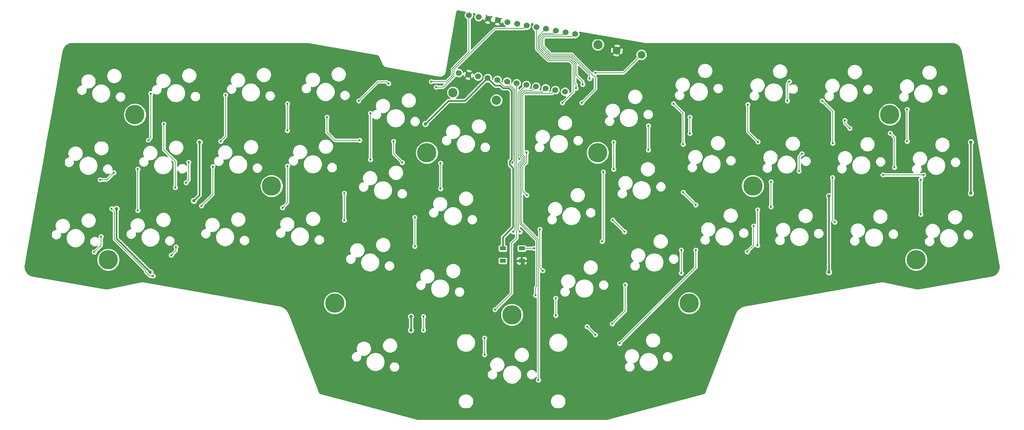
<source format=gbr>
G04 #@! TF.GenerationSoftware,KiCad,Pcbnew,(5.1.6-0-10_14)*
G04 #@! TF.CreationDate,2020-08-27T09:40:30+09:00*
G04 #@! TF.ProjectId,reviung39,72657669-756e-4673-9339-2e6b69636164,2.0*
G04 #@! TF.SameCoordinates,Original*
G04 #@! TF.FileFunction,Copper,L1,Top*
G04 #@! TF.FilePolarity,Positive*
%FSLAX46Y46*%
G04 Gerber Fmt 4.6, Leading zero omitted, Abs format (unit mm)*
G04 Created by KiCad (PCBNEW (5.1.6-0-10_14)) date 2020-08-27 09:40:30*
%MOMM*%
%LPD*%
G01*
G04 APERTURE LIST*
G04 #@! TA.AperFunction,WasherPad*
%ADD10C,2.400000*%
G04 #@! TD*
G04 #@! TA.AperFunction,WasherPad*
%ADD11C,5.000000*%
G04 #@! TD*
G04 #@! TA.AperFunction,SMDPad,CuDef*
%ADD12R,1.500000X1.000000*%
G04 #@! TD*
G04 #@! TA.AperFunction,ComponentPad*
%ADD13C,1.524000*%
G04 #@! TD*
G04 #@! TA.AperFunction,ComponentPad*
%ADD14C,2.000000*%
G04 #@! TD*
G04 #@! TA.AperFunction,ViaPad*
%ADD15C,0.600000*%
G04 #@! TD*
G04 #@! TA.AperFunction,ViaPad*
%ADD16C,0.900000*%
G04 #@! TD*
G04 #@! TA.AperFunction,Conductor*
%ADD17C,0.200000*%
G04 #@! TD*
G04 #@! TA.AperFunction,Conductor*
%ADD18C,0.400000*%
G04 #@! TD*
G04 #@! TA.AperFunction,Conductor*
%ADD19C,0.600000*%
G04 #@! TD*
G04 #@! TA.AperFunction,Conductor*
%ADD20C,0.254000*%
G04 #@! TD*
G04 APERTURE END LIST*
D10*
X129390000Y-71860000D03*
X140630000Y-73860000D03*
X166930000Y-59420000D03*
D11*
X122620000Y-87480000D03*
X166840000Y-87480000D03*
X242470000Y-77580000D03*
X249320000Y-115240000D03*
X207050000Y-96090000D03*
X190560000Y-126530000D03*
X144660000Y-129530000D03*
X98770000Y-126530000D03*
X82400000Y-96100000D03*
X40130000Y-115240000D03*
X47010000Y-77590000D03*
D12*
X147200000Y-115510000D03*
X147200000Y-112310000D03*
X142300000Y-115510000D03*
X142300000Y-112310000D03*
D13*
X133513659Y-51810156D03*
X136015071Y-52251222D03*
X138516482Y-52692289D03*
X141017894Y-53133355D03*
X143519306Y-53574421D03*
X146020718Y-54015488D03*
X148522129Y-54456554D03*
X151023541Y-54897621D03*
X153524953Y-55338687D03*
X156026364Y-55779753D03*
X158527776Y-56220820D03*
X161029188Y-56661886D03*
X158386262Y-71650660D03*
X155884851Y-71209594D03*
X153383439Y-70768527D03*
X150882027Y-70327461D03*
X148380616Y-69886395D03*
X145879204Y-69445328D03*
X143377792Y-69004262D03*
X140876381Y-68563195D03*
X138374969Y-68122129D03*
X135873557Y-67681063D03*
X133372146Y-67239996D03*
X130870734Y-66798930D03*
D14*
X178200625Y-62064357D03*
X171799375Y-60935643D03*
D15*
X96750000Y-78250000D03*
X114000000Y-84500000D03*
X116250000Y-90000000D03*
X105250000Y-84250000D03*
X144750000Y-90000000D03*
X145000000Y-108000000D03*
X38000000Y-94500000D03*
X41585380Y-92664620D03*
X60945380Y-89945380D03*
X60250000Y-95250000D03*
X140271109Y-128228891D03*
X38265380Y-109234620D03*
X36500000Y-113250000D03*
X57665380Y-111915380D03*
X56421774Y-114078226D03*
X190750000Y-82500000D03*
X190750000Y-78250000D03*
X232125000Y-81125000D03*
X230881966Y-79118034D03*
X146625000Y-89125000D03*
X216500000Y-69000000D03*
X216000000Y-74000000D03*
X251250000Y-93250000D03*
X240750000Y-93250000D03*
X146750000Y-108000000D03*
X219750000Y-87750000D03*
X219000000Y-92250000D03*
X150750000Y-124500000D03*
X188500000Y-112750000D03*
X188500000Y-118750000D03*
X207250000Y-106500000D03*
X205578226Y-113171774D03*
X151500000Y-146500000D03*
X123750000Y-69000000D03*
X112717151Y-69532849D03*
X105000000Y-74000000D03*
D16*
X62299999Y-99950001D03*
X42250000Y-102000000D03*
X51000000Y-118500000D03*
X118500000Y-133500000D03*
X118500000Y-130000000D03*
X226750000Y-118500000D03*
X226750000Y-98750000D03*
X263500000Y-98000000D03*
X263500000Y-84750000D03*
X122250000Y-80000000D03*
X63749990Y-84749990D03*
X111250000Y-66250000D03*
D15*
X132000000Y-70000000D03*
X134750000Y-73000000D03*
X132750000Y-81000000D03*
X96500000Y-67750000D03*
X150000000Y-73750000D03*
D16*
X68875000Y-62125000D03*
X67500000Y-75500000D03*
X30000000Y-97750000D03*
D15*
X60000000Y-114000000D03*
X209750000Y-66000000D03*
X201850000Y-67030000D03*
X189930000Y-65960000D03*
X109450000Y-84120000D03*
X129500000Y-134000000D03*
X162000000Y-134000000D03*
D16*
X220750000Y-74250000D03*
X34354308Y-118500000D03*
X169890001Y-144609999D03*
X129250000Y-139500000D03*
X162000000Y-61750000D03*
X107500000Y-70000000D03*
D15*
X201250000Y-128250000D03*
X193500000Y-149000000D03*
X95750000Y-149000000D03*
X120250000Y-155750000D03*
X169000000Y-155750000D03*
X87750000Y-128250000D03*
X39250000Y-122250000D03*
X20500000Y-117250000D03*
X249750000Y-122000000D03*
X268750000Y-117250000D03*
X258750000Y-61000000D03*
X30750000Y-61250000D03*
X88750000Y-60750000D03*
X200750000Y-60750000D03*
X154500000Y-114500000D03*
X135000000Y-114500000D03*
X138250000Y-95750000D03*
X151250000Y-95750000D03*
X125050020Y-70449980D03*
X156000000Y-129750000D03*
X156000000Y-125250000D03*
X152651342Y-118098658D03*
X148425031Y-87425031D03*
X148500000Y-98500000D03*
X151900010Y-107343132D03*
X171000000Y-84750000D03*
X171000000Y-91750000D03*
X170791571Y-104958429D03*
X173833142Y-108000000D03*
X174000000Y-121750000D03*
X47773703Y-91726297D03*
X47773703Y-102448291D03*
X51133703Y-72116297D03*
X50500997Y-84250997D03*
X137583000Y-135567010D03*
X137583000Y-139917000D03*
X170625000Y-131875000D03*
X157750000Y-74500000D03*
X192250000Y-101000000D03*
X189000000Y-97750000D03*
X186500000Y-74750000D03*
X69250000Y-84500000D03*
X64250000Y-101250000D03*
X70483703Y-72516297D03*
X189000000Y-85250000D03*
X192251571Y-112748429D03*
X172540877Y-136962265D03*
X161250000Y-70750000D03*
X67173703Y-91076297D03*
X205750000Y-75000000D03*
X211750000Y-95000000D03*
X211750000Y-101500000D03*
X86500000Y-74750000D03*
X86500000Y-81750000D03*
X86533703Y-90966297D03*
X85250000Y-101750000D03*
X208351571Y-84648429D03*
X163000000Y-69750000D03*
X225000000Y-74000000D03*
X227750000Y-85000000D03*
X227681571Y-93931571D03*
X101250000Y-98000000D03*
X101250000Y-105000000D03*
X228266342Y-105483658D03*
X108003703Y-77246297D03*
X108000000Y-89250000D03*
X164782849Y-68282849D03*
X247000000Y-76250000D03*
X247000000Y-84500000D03*
X250500000Y-94463958D03*
X250500000Y-103500000D03*
X126173703Y-90173703D03*
X119500000Y-104250000D03*
X119500000Y-111750000D03*
X126173703Y-96826297D03*
X162750000Y-74500000D03*
X166250000Y-66750000D03*
X57500000Y-96500000D03*
X54500000Y-80000000D03*
X41000000Y-102000000D03*
X51750000Y-119500000D03*
X121750000Y-130000000D03*
X121750000Y-133500000D03*
X166250000Y-134750000D03*
X164125000Y-132625000D03*
X208290000Y-111540000D03*
X208290000Y-102285890D03*
X242603560Y-82396440D03*
X243700000Y-91300000D03*
X150440000Y-112310000D03*
X168000000Y-110500000D03*
X168315698Y-92500000D03*
X180000000Y-86750000D03*
X180000000Y-80500000D03*
D17*
X140876381Y-68563195D02*
X142563186Y-70250000D01*
X142563186Y-70250000D02*
X144057832Y-70250000D01*
X144057832Y-70250000D02*
X145079184Y-71271352D01*
X145079184Y-89670816D02*
X144750000Y-90000000D01*
X145079184Y-71271352D02*
X145079184Y-89670816D01*
X96750000Y-78250000D02*
X96750000Y-82250000D01*
X114000000Y-84500000D02*
X114000000Y-87750000D01*
X114000000Y-87750000D02*
X116250000Y-90000000D01*
X98750000Y-84250000D02*
X97250000Y-82750000D01*
X105250000Y-84250000D02*
X98750000Y-84250000D01*
X97250000Y-82750000D02*
X97500000Y-83000000D01*
X96750000Y-82250000D02*
X97250000Y-82750000D01*
X143377792Y-69004262D02*
X145479194Y-71105664D01*
X145479194Y-71105664D02*
X145479194Y-107520806D01*
X145479194Y-107520806D02*
X145000000Y-108000000D01*
X41585380Y-92664620D02*
X39750000Y-94500000D01*
X39750000Y-94500000D02*
X38000000Y-94500000D01*
X60945380Y-89945380D02*
X60945380Y-94554620D01*
X60945380Y-94554620D02*
X60250000Y-95250000D01*
X144500000Y-111008408D02*
X145879204Y-109629204D01*
X144500000Y-124000000D02*
X140271109Y-128228891D01*
X144500000Y-124000000D02*
X144500000Y-111008408D01*
X145879204Y-69445328D02*
X145879204Y-109629204D01*
X38265380Y-109234620D02*
X38265380Y-111484620D01*
X38265380Y-111484620D02*
X36500000Y-113250000D01*
X57665380Y-112834620D02*
X56421774Y-114078226D01*
X57665380Y-111915380D02*
X57665380Y-112834620D01*
X146279214Y-71987797D02*
X148380616Y-69886395D01*
X146279214Y-88779214D02*
X146279214Y-71987797D01*
X190750000Y-82500000D02*
X190750000Y-78250000D01*
X230881966Y-79881966D02*
X232125000Y-81125000D01*
X230881966Y-79118034D02*
X230881966Y-79881966D01*
X146279214Y-88779214D02*
X146625000Y-89125000D01*
X216000000Y-69500000D02*
X216500000Y-69000000D01*
X216000000Y-74000000D02*
X216000000Y-69500000D01*
X240750000Y-93250000D02*
X251250000Y-93250000D01*
X146279214Y-92529214D02*
X146279214Y-107529214D01*
X146279214Y-107529214D02*
X146750000Y-108000000D01*
X146279214Y-90470786D02*
X146279214Y-92529214D01*
X147225001Y-89524999D02*
X146279214Y-90470786D01*
X147225001Y-88836999D02*
X147225001Y-89524999D01*
X146679224Y-88291222D02*
X147225001Y-88836999D01*
X146679224Y-72153485D02*
X146679224Y-88291222D01*
X150882027Y-70327461D02*
X149918134Y-71291354D01*
X147541355Y-71291354D02*
X146679224Y-72153485D01*
X149918134Y-71291354D02*
X147541355Y-71291354D01*
X146279214Y-92529214D02*
X146279214Y-92470786D01*
X219000000Y-88500000D02*
X219750000Y-87750000D01*
X219000000Y-92250000D02*
X219000000Y-88500000D01*
X146679224Y-105856921D02*
X151072304Y-110250000D01*
X146679224Y-93429224D02*
X146679224Y-105856921D01*
X150750000Y-124500000D02*
X150750000Y-122500000D01*
X151072304Y-122177696D02*
X151072304Y-120572304D01*
X150750000Y-122500000D02*
X151072304Y-122177696D01*
X151072304Y-120572304D02*
X151072304Y-120677696D01*
X151072304Y-110250000D02*
X151072304Y-120572304D01*
X146679224Y-90636474D02*
X146679224Y-93429224D01*
X147625011Y-89690688D02*
X146679224Y-90636474D01*
X147625011Y-88671310D02*
X147625011Y-89690688D01*
X147079234Y-88125534D02*
X147625011Y-88671310D01*
X152460602Y-71691364D02*
X147707043Y-71691364D01*
X147707043Y-71691364D02*
X147079234Y-72319173D01*
X147079234Y-72319173D02*
X147079234Y-88125534D01*
X153383439Y-70768527D02*
X152460602Y-71691364D01*
X146679224Y-93429224D02*
X146679224Y-93070776D01*
X188500000Y-118750000D02*
X188500000Y-112750000D01*
X207250000Y-111500000D02*
X205578226Y-113171774D01*
X207250000Y-106500000D02*
X207250000Y-111500000D01*
X147079234Y-105691232D02*
X151500000Y-110111998D01*
X151500000Y-146500000D02*
X151500000Y-145000000D01*
X151500000Y-145000000D02*
X151500000Y-145250000D01*
X151500000Y-110111998D02*
X151500000Y-145000000D01*
X147079234Y-90802163D02*
X147079234Y-94079234D01*
X148025021Y-89856377D02*
X147079234Y-90802163D01*
X148025021Y-88505621D02*
X148025021Y-89856377D01*
X147500000Y-87980600D02*
X148025021Y-88505621D01*
X147500000Y-72464105D02*
X147500000Y-87980600D01*
X147872731Y-72091374D02*
X147500000Y-72464105D01*
X155003071Y-72091374D02*
X147872731Y-72091374D01*
X155884851Y-71209594D02*
X155003071Y-72091374D01*
X147079234Y-94079234D02*
X147079234Y-105691232D01*
X147079234Y-93670766D02*
X147079234Y-94079234D01*
X133513659Y-61420643D02*
X133513659Y-51810156D01*
X129224990Y-65709311D02*
X133513659Y-61420643D01*
X129224990Y-67459312D02*
X129224990Y-65709311D01*
X127684302Y-69000000D02*
X129224990Y-67459312D01*
X123750000Y-69000000D02*
X127684302Y-69000000D01*
X112717151Y-69532849D02*
X112250000Y-69065698D01*
X109934302Y-69065698D02*
X105000000Y-74000000D01*
X112250000Y-69065698D02*
X109934302Y-69065698D01*
D18*
X42250000Y-102000000D02*
X42250000Y-109750000D01*
X42250000Y-109750000D02*
X51000000Y-118500000D01*
X118500000Y-133500000D02*
X118500000Y-130000000D01*
X226750000Y-118500000D02*
X226750000Y-98750000D01*
X263500000Y-98000000D02*
X263500000Y-84750000D01*
X132497098Y-74000000D02*
X138374969Y-68122129D01*
X128250000Y-74000000D02*
X132497098Y-74000000D01*
X122250000Y-80000000D02*
X128250000Y-74000000D01*
X144579174Y-71478462D02*
X144579174Y-89170826D01*
X143850722Y-70750010D02*
X144579174Y-71478462D01*
X141604646Y-69998580D02*
X142356076Y-70750010D01*
X144979184Y-106734814D02*
X142300000Y-109413998D01*
X142300000Y-109413998D02*
X142300000Y-112310000D01*
X142356076Y-70750010D02*
X143850722Y-70750010D01*
X140251420Y-69998580D02*
X141604646Y-69998580D01*
X138374969Y-68122129D02*
X140251420Y-69998580D01*
X144049999Y-90549999D02*
X144979184Y-91479184D01*
X144049999Y-89700001D02*
X144049999Y-90549999D01*
X144579174Y-89170826D02*
X144049999Y-89700001D01*
X144979184Y-91479184D02*
X144979184Y-94729184D01*
X144979184Y-94729184D02*
X144979184Y-106734814D01*
X144979184Y-94229184D02*
X144979184Y-94729184D01*
X63749990Y-98500010D02*
X62299999Y-99950001D01*
X63749990Y-84749990D02*
X63749990Y-98500010D01*
D19*
X111250000Y-66250000D02*
X107500000Y-70000000D01*
X69000000Y-62000000D02*
X68875000Y-62125000D01*
X68875000Y-62125000D02*
X67500000Y-63500000D01*
X67500000Y-63500000D02*
X67500000Y-75500000D01*
X28572176Y-92072176D02*
X28572176Y-96322176D01*
X28572176Y-92072176D02*
X28572176Y-92822176D01*
X28572176Y-96322176D02*
X30000000Y-97750000D01*
X25252176Y-109397868D02*
X34354308Y-118500000D01*
X25252176Y-102497824D02*
X25252176Y-109397868D01*
X30000000Y-97750000D02*
X25252176Y-102497824D01*
X172799374Y-59935644D02*
X216185644Y-59935644D01*
X171799375Y-60935643D02*
X172799374Y-59935644D01*
X216185644Y-59935644D02*
X220750000Y-64500000D01*
X220750000Y-64500000D02*
X220750000Y-74250000D01*
X169890001Y-144609999D02*
X169890001Y-151359999D01*
X169890001Y-151359999D02*
X167210999Y-154039001D01*
X129250000Y-139500000D02*
X129250000Y-154000000D01*
X129250000Y-154000000D02*
X129210999Y-154039001D01*
X167210999Y-154039001D02*
X129210999Y-154039001D01*
X100000000Y-133500000D02*
X100000000Y-142500000D01*
X86800001Y-120300001D02*
X100000000Y-133500000D01*
X34354308Y-118500000D02*
X36154309Y-120300001D01*
X36154309Y-120300001D02*
X86800001Y-120300001D01*
X111539001Y-154039001D02*
X129210999Y-154039001D01*
X100000000Y-142500000D02*
X111539001Y-154039001D01*
X168583731Y-57719999D02*
X166030001Y-57719999D01*
X171799375Y-60935643D02*
X168583731Y-57719999D01*
X166030001Y-57719999D02*
X162000000Y-61750000D01*
X32077694Y-84268242D02*
X28572176Y-87773760D01*
X40076301Y-85050998D02*
X39293545Y-84268242D01*
X39293545Y-84268242D02*
X32077694Y-84268242D01*
X50884998Y-85050998D02*
X40076301Y-85050998D01*
X53500000Y-79500000D02*
X53500000Y-82435996D01*
X57500000Y-75500000D02*
X53500000Y-79500000D01*
X28572176Y-87773760D02*
X28572176Y-92072176D01*
X53500000Y-82435996D02*
X50884998Y-85050998D01*
X67500000Y-75500000D02*
X57500000Y-75500000D01*
X129250000Y-136564026D02*
X129250000Y-139500000D01*
X131532927Y-134281099D02*
X129250000Y-136564026D01*
X135402903Y-134281099D02*
X131532927Y-134281099D01*
X147660001Y-122024001D02*
X135402903Y-134281099D01*
X147660001Y-115970001D02*
X147660001Y-122024001D01*
X147200000Y-115510000D02*
X147660001Y-115970001D01*
D17*
X147728683Y-55250000D02*
X148522129Y-54456554D01*
X140250000Y-55250000D02*
X147728683Y-55250000D01*
X156000000Y-129750000D02*
X156000000Y-125250000D01*
X129625000Y-65875000D02*
X129625000Y-67625000D01*
X129625000Y-65875000D02*
X140250000Y-55250000D01*
X126800020Y-70449980D02*
X125050020Y-70449980D01*
X129625000Y-67625000D02*
X126800020Y-70449980D01*
X151900010Y-117347326D02*
X152651342Y-118098658D01*
X151900010Y-117347326D02*
X151900010Y-107343132D01*
X148425031Y-90022066D02*
X147697096Y-90750000D01*
X147697096Y-90750000D02*
X147479244Y-90967852D01*
X148425031Y-90022066D02*
X148425031Y-87425031D01*
X147479244Y-97479244D02*
X147479244Y-90967852D01*
X148500000Y-98500000D02*
X147479244Y-97479244D01*
X171000000Y-84750000D02*
X171000000Y-91750000D01*
X170791571Y-104958429D02*
X173833142Y-108000000D01*
X47773703Y-102448291D02*
X47773703Y-100726297D01*
X47773703Y-100726297D02*
X47773703Y-101976297D01*
X47773703Y-91726297D02*
X47773703Y-100726297D01*
X51133703Y-83618291D02*
X50500997Y-84250997D01*
X51133703Y-72116297D02*
X51133703Y-83618291D01*
X137583000Y-139917000D02*
X137583000Y-135567010D01*
X174000000Y-128500000D02*
X174000000Y-121750000D01*
X170625000Y-131875000D02*
X174000000Y-128500000D01*
X151023541Y-60523541D02*
X154000000Y-63500000D01*
X154000000Y-63500000D02*
X159487204Y-63500000D01*
X151023541Y-54897621D02*
X151023541Y-60523541D01*
X159487204Y-63500000D02*
X160493603Y-64506398D01*
X160493603Y-64506398D02*
X160500000Y-64512795D01*
X160500000Y-64512795D02*
X160500000Y-71750000D01*
X160500000Y-71750000D02*
X157750000Y-74500000D01*
X192250000Y-101000000D02*
X189000000Y-97750000D01*
X70483703Y-83266297D02*
X69250000Y-84500000D01*
X70483703Y-83266297D02*
X70483703Y-72516297D01*
X189000000Y-77250000D02*
X186500000Y-74750000D01*
X189000000Y-85250000D02*
X189000000Y-77250000D01*
X192250000Y-112750000D02*
X192251571Y-112748429D01*
X192250000Y-113638002D02*
X192250000Y-112750000D01*
X172540877Y-136962265D02*
X192251571Y-117251571D01*
X192251571Y-112748429D02*
X192251571Y-117251571D01*
X151423551Y-60357853D02*
X151423551Y-57326449D01*
X160900010Y-64347106D02*
X159652892Y-63099990D01*
X160900010Y-69400010D02*
X160900010Y-64347106D01*
X153411313Y-55338687D02*
X153524953Y-55338687D01*
X161250000Y-69750000D02*
X160900010Y-69400010D01*
X151423551Y-57326449D02*
X153411313Y-55338687D01*
X159652892Y-63099990D02*
X154165688Y-63099990D01*
X154165688Y-63099990D02*
X151423551Y-60357853D01*
X161250000Y-70750000D02*
X161250000Y-69750000D01*
X67173703Y-98326297D02*
X64250000Y-101250000D01*
X67173703Y-91076297D02*
X67173703Y-98326297D01*
X211750000Y-95000000D02*
X211750000Y-101500000D01*
X86500000Y-74750000D02*
X86500000Y-81750000D01*
X86533703Y-90966297D02*
X86533703Y-100466297D01*
X86533703Y-100466297D02*
X85250000Y-101750000D01*
X205750000Y-82046858D02*
X208351571Y-84648429D01*
X205750000Y-75000000D02*
X205750000Y-82046858D01*
X155264365Y-56541752D02*
X156026364Y-55779753D01*
X152791752Y-56541752D02*
X155264365Y-56541752D01*
X151823561Y-57509943D02*
X152791752Y-56541752D01*
X151823561Y-60192165D02*
X151823561Y-57509943D01*
X154331376Y-62699980D02*
X151823561Y-60192165D01*
X161300020Y-64181419D02*
X159818581Y-62699980D01*
X161300020Y-67300020D02*
X161300020Y-64181419D01*
X159818581Y-62699980D02*
X154331376Y-62699980D01*
X163000000Y-69000000D02*
X161300020Y-67300020D01*
X163000000Y-69750000D02*
X163000000Y-69000000D01*
X227750000Y-76750000D02*
X225000000Y-74000000D01*
X227750000Y-85000000D02*
X227750000Y-76750000D01*
X101250000Y-98000000D02*
X101250000Y-105000000D01*
X227681571Y-104898887D02*
X228266342Y-105483658D01*
X227681571Y-93931571D02*
X227681571Y-104898887D01*
X108003703Y-77246297D02*
X108003703Y-89246297D01*
X108003703Y-89246297D02*
X108000000Y-89250000D01*
X154549970Y-62299970D02*
X159984272Y-62299970D01*
X152223571Y-59973571D02*
X154549970Y-62299970D01*
X152957440Y-56941762D02*
X152223571Y-57675631D01*
X157806834Y-56941762D02*
X152957440Y-56941762D01*
X152223571Y-57675631D02*
X152223571Y-59973571D01*
X158527776Y-56220820D02*
X157806834Y-56941762D01*
X164782849Y-67098547D02*
X159984272Y-62299970D01*
X164782849Y-68282849D02*
X164782849Y-67098547D01*
X247000000Y-76250000D02*
X247000000Y-84500000D01*
X250500000Y-94463958D02*
X250500000Y-103500000D01*
X119500000Y-104250000D02*
X119500000Y-111750000D01*
X126173703Y-96826297D02*
X126173703Y-90173703D01*
X160349302Y-57341772D02*
X161029188Y-56661886D01*
X153123128Y-57341772D02*
X160349302Y-57341772D01*
X152623581Y-57841319D02*
X153123128Y-57341772D01*
X152623581Y-59807883D02*
X152623581Y-57841319D01*
X160149961Y-61899960D02*
X154715658Y-61899960D01*
X154715658Y-61899960D02*
X152623581Y-59807883D01*
X166250000Y-68000000D02*
X160149961Y-61899960D01*
X166250000Y-71000000D02*
X166250000Y-68000000D01*
X162750000Y-74500000D02*
X166250000Y-71000000D01*
X178200625Y-62064357D02*
X173514982Y-66750000D01*
X173514982Y-66750000D02*
X166250000Y-66750000D01*
X57500000Y-96500000D02*
X57500000Y-89750000D01*
X57500000Y-89750000D02*
X54500000Y-86750000D01*
X54500000Y-86750000D02*
X54500000Y-80000000D01*
X41000000Y-102000000D02*
X41750000Y-102750000D01*
X41750000Y-102750000D02*
X41750000Y-110000000D01*
X49750000Y-118360002D02*
X50889998Y-119500000D01*
X49750000Y-118000000D02*
X49750000Y-118360002D01*
X41750000Y-110000000D02*
X49750000Y-118000000D01*
X50889998Y-119500000D02*
X51750000Y-119500000D01*
X121750000Y-130000000D02*
X121750000Y-133500000D01*
X166250000Y-134750000D02*
X164125000Y-132625000D01*
X208290000Y-102285890D02*
X208290000Y-111540000D01*
X243700000Y-83492880D02*
X242603560Y-82396440D01*
X243700000Y-91300000D02*
X243700000Y-83492880D01*
X147200000Y-112310000D02*
X150440000Y-112310000D01*
X168315698Y-110184302D02*
X168000000Y-110500000D01*
X168315698Y-92500000D02*
X168315698Y-110184302D01*
X180000000Y-86750000D02*
X180000000Y-80500000D01*
D20*
G36*
X130817365Y-50642972D02*
G01*
X130879678Y-50650744D01*
X132617000Y-50954605D01*
X132551265Y-51020340D01*
X132415671Y-51223269D01*
X132322273Y-51448753D01*
X132274659Y-51688125D01*
X132274659Y-51932187D01*
X132322273Y-52171559D01*
X132415671Y-52397043D01*
X132551265Y-52599972D01*
X132723843Y-52772550D01*
X132926772Y-52908144D01*
X132936660Y-52912240D01*
X132936659Y-61181641D01*
X128837024Y-65281276D01*
X128815017Y-65299337D01*
X128796956Y-65321344D01*
X128796953Y-65321347D01*
X128777625Y-65344899D01*
X128742912Y-65387196D01*
X128739852Y-65392921D01*
X128689334Y-65487435D01*
X128656339Y-65596200D01*
X128645200Y-65709311D01*
X128647991Y-65737652D01*
X128647990Y-67220311D01*
X127445301Y-68423000D01*
X124271845Y-68423000D01*
X124245309Y-68396464D01*
X124118048Y-68311431D01*
X123976643Y-68252859D01*
X123826528Y-68223000D01*
X123673472Y-68223000D01*
X123523357Y-68252859D01*
X123381952Y-68311431D01*
X123254691Y-68396464D01*
X123146464Y-68504691D01*
X123061431Y-68631952D01*
X123002859Y-68773357D01*
X122973000Y-68923472D01*
X122973000Y-69076528D01*
X123002859Y-69226643D01*
X123061431Y-69368048D01*
X123146464Y-69495309D01*
X123254691Y-69603536D01*
X123381952Y-69688569D01*
X123523357Y-69747141D01*
X123673472Y-69777000D01*
X123826528Y-69777000D01*
X123976643Y-69747141D01*
X124118048Y-69688569D01*
X124245309Y-69603536D01*
X124271845Y-69577000D01*
X126856999Y-69577000D01*
X126561019Y-69872980D01*
X125571865Y-69872980D01*
X125545329Y-69846444D01*
X125418068Y-69761411D01*
X125276663Y-69702839D01*
X125126548Y-69672980D01*
X124973492Y-69672980D01*
X124823377Y-69702839D01*
X124681972Y-69761411D01*
X124554711Y-69846444D01*
X124446484Y-69954671D01*
X124361451Y-70081932D01*
X124302879Y-70223337D01*
X124273020Y-70373452D01*
X124273020Y-70526508D01*
X124302879Y-70676623D01*
X124361451Y-70818028D01*
X124446484Y-70945289D01*
X124554711Y-71053516D01*
X124681972Y-71138549D01*
X124823377Y-71197121D01*
X124973492Y-71226980D01*
X125126548Y-71226980D01*
X125276663Y-71197121D01*
X125418068Y-71138549D01*
X125545329Y-71053516D01*
X125571865Y-71026980D01*
X126771689Y-71026980D01*
X126800020Y-71029770D01*
X126828351Y-71026980D01*
X126828356Y-71026980D01*
X126858065Y-71024054D01*
X126913131Y-71018631D01*
X126957790Y-71005083D01*
X127021896Y-70985637D01*
X127122135Y-70932059D01*
X127209994Y-70859954D01*
X127228059Y-70837942D01*
X130011590Y-68054411D01*
X132430458Y-68054411D01*
X132454729Y-68302486D01*
X132679639Y-68461050D01*
X132931161Y-68572689D01*
X133199630Y-68633113D01*
X133474729Y-68640001D01*
X133745886Y-68593088D01*
X133870843Y-68552185D01*
X133978497Y-68327372D01*
X133340958Y-67416873D01*
X132430458Y-68054411D01*
X130011590Y-68054411D01*
X130012967Y-68053035D01*
X130034974Y-68034974D01*
X130063244Y-68000528D01*
X130077296Y-67983405D01*
X130107079Y-67947115D01*
X130160657Y-67846876D01*
X130168797Y-67820043D01*
X130283847Y-67896918D01*
X130509331Y-67990316D01*
X130748703Y-68037930D01*
X130992765Y-68037930D01*
X131232137Y-67990316D01*
X131457621Y-67896918D01*
X131660550Y-67761324D01*
X131833128Y-67588746D01*
X131968722Y-67385817D01*
X131976410Y-67367256D01*
X132019054Y-67613736D01*
X132059957Y-67738693D01*
X132284770Y-67846347D01*
X133106186Y-67271184D01*
X133549023Y-67271184D01*
X134186561Y-68181684D01*
X134434636Y-68157413D01*
X134593200Y-67932503D01*
X134639534Y-67828113D01*
X134682171Y-68042466D01*
X134775569Y-68267950D01*
X134911163Y-68470879D01*
X135083741Y-68643457D01*
X135286670Y-68779051D01*
X135512154Y-68872449D01*
X135751526Y-68920063D01*
X135995588Y-68920063D01*
X136234960Y-68872449D01*
X136460444Y-68779051D01*
X136663373Y-68643457D01*
X136835951Y-68470879D01*
X136971545Y-68267950D01*
X137064943Y-68042466D01*
X137112557Y-67803094D01*
X137112557Y-67559032D01*
X137064943Y-67319660D01*
X136971545Y-67094176D01*
X136835951Y-66891247D01*
X136663373Y-66718669D01*
X136460444Y-66583075D01*
X136234960Y-66489677D01*
X135995588Y-66442063D01*
X135751526Y-66442063D01*
X135512154Y-66489677D01*
X135286670Y-66583075D01*
X135083741Y-66718669D01*
X134911163Y-66891247D01*
X134775569Y-67094176D01*
X134767882Y-67112735D01*
X134725238Y-66866256D01*
X134684335Y-66741299D01*
X134459522Y-66633645D01*
X133549023Y-67271184D01*
X133106186Y-67271184D01*
X133195269Y-67208808D01*
X132557731Y-66298308D01*
X132309656Y-66322579D01*
X132151092Y-66547489D01*
X132104757Y-66651880D01*
X132062120Y-66437527D01*
X131968722Y-66212043D01*
X131929017Y-66152620D01*
X132765795Y-66152620D01*
X133403334Y-67063119D01*
X134313834Y-66425581D01*
X134289563Y-66177506D01*
X134064653Y-66018942D01*
X133813131Y-65907303D01*
X133544662Y-65846879D01*
X133269563Y-65839991D01*
X132998406Y-65886904D01*
X132873449Y-65927807D01*
X132765795Y-66152620D01*
X131929017Y-66152620D01*
X131833128Y-66009114D01*
X131660550Y-65836536D01*
X131457621Y-65700942D01*
X131232137Y-65607544D01*
X130992765Y-65559930D01*
X130756071Y-65559930D01*
X140489002Y-55827000D01*
X147700352Y-55827000D01*
X147728683Y-55829790D01*
X147757014Y-55827000D01*
X147757019Y-55827000D01*
X147786728Y-55824074D01*
X147841794Y-55818651D01*
X147886453Y-55805103D01*
X147950559Y-55785657D01*
X148050798Y-55732079D01*
X148138657Y-55659974D01*
X148151626Y-55644171D01*
X148160726Y-55647940D01*
X148400098Y-55695554D01*
X148644160Y-55695554D01*
X148883532Y-55647940D01*
X149109016Y-55554542D01*
X149311945Y-55418948D01*
X149484523Y-55246370D01*
X149620117Y-55043441D01*
X149713515Y-54817957D01*
X149761129Y-54578585D01*
X149761129Y-54334523D01*
X149713515Y-54095151D01*
X149646382Y-53933076D01*
X150148121Y-54020831D01*
X150061147Y-54107805D01*
X149925553Y-54310734D01*
X149832155Y-54536218D01*
X149784541Y-54775590D01*
X149784541Y-55019652D01*
X149832155Y-55259024D01*
X149925553Y-55484508D01*
X150061147Y-55687437D01*
X150233725Y-55860015D01*
X150436654Y-55995609D01*
X150446541Y-55999704D01*
X150446542Y-60495200D01*
X150443751Y-60523541D01*
X150454890Y-60636652D01*
X150486286Y-60740146D01*
X150487885Y-60745417D01*
X150541463Y-60845656D01*
X150556019Y-60863392D01*
X150595504Y-60911505D01*
X150595507Y-60911508D01*
X150613568Y-60933515D01*
X150635575Y-60951576D01*
X153571961Y-63887962D01*
X153590026Y-63909974D01*
X153677885Y-63982079D01*
X153778124Y-64035657D01*
X153822782Y-64049204D01*
X153886888Y-64068651D01*
X154000000Y-64079791D01*
X154028339Y-64077000D01*
X159248204Y-64077000D01*
X159923000Y-64751797D01*
X159923001Y-71510998D01*
X159616312Y-71817687D01*
X159625262Y-71772691D01*
X159625262Y-71528629D01*
X159577648Y-71289257D01*
X159484250Y-71063773D01*
X159348656Y-70860844D01*
X159176078Y-70688266D01*
X158973149Y-70552672D01*
X158747665Y-70459274D01*
X158508293Y-70411660D01*
X158264231Y-70411660D01*
X158024859Y-70459274D01*
X157799375Y-70552672D01*
X157596446Y-70688266D01*
X157423868Y-70860844D01*
X157288274Y-71063773D01*
X157194876Y-71289257D01*
X157147262Y-71528629D01*
X157147262Y-71772691D01*
X157194876Y-72012063D01*
X157288274Y-72237547D01*
X157423868Y-72440476D01*
X157596446Y-72613054D01*
X157799375Y-72748648D01*
X158024859Y-72842046D01*
X158264231Y-72889660D01*
X158508293Y-72889660D01*
X158553289Y-72880710D01*
X157710999Y-73723000D01*
X157673472Y-73723000D01*
X157523357Y-73752859D01*
X157381952Y-73811431D01*
X157254691Y-73896464D01*
X157146464Y-74004691D01*
X157061431Y-74131952D01*
X157002859Y-74273357D01*
X156973000Y-74423472D01*
X156973000Y-74576528D01*
X157002859Y-74726643D01*
X157061431Y-74868048D01*
X157146464Y-74995309D01*
X157254691Y-75103536D01*
X157381952Y-75188569D01*
X157523357Y-75247141D01*
X157673472Y-75277000D01*
X157826528Y-75277000D01*
X157976643Y-75247141D01*
X158118048Y-75188569D01*
X158245309Y-75103536D01*
X158353536Y-74995309D01*
X158438569Y-74868048D01*
X158497141Y-74726643D01*
X158527000Y-74576528D01*
X158527000Y-74539001D01*
X160887962Y-72178039D01*
X160909974Y-72159974D01*
X160982079Y-72072115D01*
X161035657Y-71971876D01*
X161068650Y-71863112D01*
X161077000Y-71778336D01*
X161077000Y-71778330D01*
X161079790Y-71750001D01*
X161077000Y-71721672D01*
X161077000Y-71507811D01*
X161173472Y-71527000D01*
X161326528Y-71527000D01*
X161476643Y-71497141D01*
X161618048Y-71438569D01*
X161745309Y-71353536D01*
X161853536Y-71245309D01*
X161938569Y-71118048D01*
X161997141Y-70976643D01*
X162027000Y-70826528D01*
X162027000Y-70673472D01*
X161997141Y-70523357D01*
X161938569Y-70381952D01*
X161853536Y-70254691D01*
X161827000Y-70228155D01*
X161827000Y-69778335D01*
X161829791Y-69750000D01*
X161818651Y-69636888D01*
X161785657Y-69528123D01*
X161764116Y-69487823D01*
X161732079Y-69427885D01*
X161659974Y-69340026D01*
X161637957Y-69321957D01*
X161477010Y-69161009D01*
X161477010Y-68293011D01*
X162417577Y-69233578D01*
X162396464Y-69254691D01*
X162311431Y-69381952D01*
X162252859Y-69523357D01*
X162223000Y-69673472D01*
X162223000Y-69826528D01*
X162252859Y-69976643D01*
X162311431Y-70118048D01*
X162396464Y-70245309D01*
X162504691Y-70353536D01*
X162631952Y-70438569D01*
X162773357Y-70497141D01*
X162923472Y-70527000D01*
X163076528Y-70527000D01*
X163226643Y-70497141D01*
X163368048Y-70438569D01*
X163495309Y-70353536D01*
X163603536Y-70245309D01*
X163688569Y-70118048D01*
X163747141Y-69976643D01*
X163777000Y-69826528D01*
X163777000Y-69673472D01*
X163747141Y-69523357D01*
X163688569Y-69381952D01*
X163603536Y-69254691D01*
X163577000Y-69228155D01*
X163577000Y-69028331D01*
X163579790Y-69000000D01*
X163576976Y-68971418D01*
X163574363Y-68944886D01*
X163568651Y-68886888D01*
X163547907Y-68818506D01*
X163535657Y-68778124D01*
X163482079Y-68677885D01*
X163409974Y-68590026D01*
X163387962Y-68571961D01*
X161877020Y-67061019D01*
X161877020Y-65008719D01*
X164205850Y-67337549D01*
X164205849Y-67761004D01*
X164179313Y-67787540D01*
X164094280Y-67914801D01*
X164035708Y-68056206D01*
X164005849Y-68206321D01*
X164005849Y-68359377D01*
X164035708Y-68509492D01*
X164094280Y-68650897D01*
X164179313Y-68778158D01*
X164287540Y-68886385D01*
X164414801Y-68971418D01*
X164556206Y-69029990D01*
X164706321Y-69059849D01*
X164859377Y-69059849D01*
X165009492Y-69029990D01*
X165150897Y-68971418D01*
X165278158Y-68886385D01*
X165386385Y-68778158D01*
X165471418Y-68650897D01*
X165529990Y-68509492D01*
X165559849Y-68359377D01*
X165559849Y-68206321D01*
X165539868Y-68105869D01*
X165673001Y-68239002D01*
X165673000Y-70760999D01*
X162710999Y-73723000D01*
X162673472Y-73723000D01*
X162523357Y-73752859D01*
X162381952Y-73811431D01*
X162254691Y-73896464D01*
X162146464Y-74004691D01*
X162061431Y-74131952D01*
X162002859Y-74273357D01*
X161973000Y-74423472D01*
X161973000Y-74576528D01*
X162002859Y-74726643D01*
X162061431Y-74868048D01*
X162146464Y-74995309D01*
X162254691Y-75103536D01*
X162381952Y-75188569D01*
X162523357Y-75247141D01*
X162673472Y-75277000D01*
X162826528Y-75277000D01*
X162976643Y-75247141D01*
X163118048Y-75188569D01*
X163245309Y-75103536D01*
X163353536Y-74995309D01*
X163438569Y-74868048D01*
X163497141Y-74726643D01*
X163527000Y-74576528D01*
X163527000Y-74539001D01*
X165294609Y-72771392D01*
X174562279Y-72771392D01*
X174562279Y-73160828D01*
X174638254Y-73542780D01*
X174787284Y-73902571D01*
X175003643Y-74226374D01*
X175279015Y-74501746D01*
X175602818Y-74718105D01*
X175962609Y-74867135D01*
X176344561Y-74943110D01*
X176733997Y-74943110D01*
X177115949Y-74867135D01*
X177475740Y-74718105D01*
X177542537Y-74673472D01*
X185723000Y-74673472D01*
X185723000Y-74826528D01*
X185752859Y-74976643D01*
X185811431Y-75118048D01*
X185896464Y-75245309D01*
X186004691Y-75353536D01*
X186131952Y-75438569D01*
X186273357Y-75497141D01*
X186423472Y-75527000D01*
X186460999Y-75527000D01*
X188423001Y-77489002D01*
X188423000Y-84728155D01*
X188396464Y-84754691D01*
X188311431Y-84881952D01*
X188252859Y-85023357D01*
X188223000Y-85173472D01*
X188223000Y-85326528D01*
X188252859Y-85476643D01*
X188311431Y-85618048D01*
X188396464Y-85745309D01*
X188504691Y-85853536D01*
X188631952Y-85938569D01*
X188773357Y-85997141D01*
X188923472Y-86027000D01*
X189076528Y-86027000D01*
X189226643Y-85997141D01*
X189368048Y-85938569D01*
X189495309Y-85853536D01*
X189603536Y-85745309D01*
X189688569Y-85618048D01*
X189747141Y-85476643D01*
X189777000Y-85326528D01*
X189777000Y-85173472D01*
X189747141Y-85023357D01*
X189688569Y-84881952D01*
X189614696Y-84771392D01*
X195982279Y-84771392D01*
X195982279Y-85160828D01*
X196058254Y-85542780D01*
X196207284Y-85902571D01*
X196423643Y-86226374D01*
X196699015Y-86501746D01*
X197022818Y-86718105D01*
X197382609Y-86867135D01*
X197764561Y-86943110D01*
X198153997Y-86943110D01*
X198535949Y-86867135D01*
X198895740Y-86718105D01*
X199219543Y-86501746D01*
X199494915Y-86226374D01*
X199711274Y-85902571D01*
X199860304Y-85542780D01*
X199936279Y-85160828D01*
X199936279Y-84771392D01*
X199860304Y-84389440D01*
X199711274Y-84029649D01*
X199494915Y-83705846D01*
X199219543Y-83430474D01*
X198895740Y-83214115D01*
X198535949Y-83065085D01*
X198153997Y-82989110D01*
X197764561Y-82989110D01*
X197382609Y-83065085D01*
X197022818Y-83214115D01*
X196699015Y-83430474D01*
X196423643Y-83705846D01*
X196207284Y-84029649D01*
X196058254Y-84389440D01*
X195982279Y-84771392D01*
X189614696Y-84771392D01*
X189603536Y-84754691D01*
X189577000Y-84728155D01*
X189577000Y-78173472D01*
X189973000Y-78173472D01*
X189973000Y-78326528D01*
X190002859Y-78476643D01*
X190061431Y-78618048D01*
X190146464Y-78745309D01*
X190173001Y-78771846D01*
X190173000Y-81978155D01*
X190146464Y-82004691D01*
X190061431Y-82131952D01*
X190002859Y-82273357D01*
X189973000Y-82423472D01*
X189973000Y-82576528D01*
X190002859Y-82726643D01*
X190061431Y-82868048D01*
X190146464Y-82995309D01*
X190254691Y-83103536D01*
X190381952Y-83188569D01*
X190523357Y-83247141D01*
X190673472Y-83277000D01*
X190826528Y-83277000D01*
X190976643Y-83247141D01*
X191118048Y-83188569D01*
X191245309Y-83103536D01*
X191353536Y-82995309D01*
X191438569Y-82868048D01*
X191497141Y-82726643D01*
X191527000Y-82576528D01*
X191527000Y-82423472D01*
X191497141Y-82273357D01*
X191438569Y-82131952D01*
X191353536Y-82004691D01*
X191327000Y-81978155D01*
X191327000Y-78771845D01*
X191353536Y-78745309D01*
X191438569Y-78618048D01*
X191497141Y-78476643D01*
X191527000Y-78326528D01*
X191527000Y-78173472D01*
X191497141Y-78023357D01*
X191438569Y-77881952D01*
X191353536Y-77754691D01*
X191245309Y-77646464D01*
X191118048Y-77561431D01*
X190976643Y-77502859D01*
X190826528Y-77473000D01*
X190673472Y-77473000D01*
X190523357Y-77502859D01*
X190381952Y-77561431D01*
X190254691Y-77646464D01*
X190146464Y-77754691D01*
X190061431Y-77881952D01*
X190002859Y-78023357D01*
X189973000Y-78173472D01*
X189577000Y-78173472D01*
X189577000Y-77278331D01*
X189579790Y-77250000D01*
X189568651Y-77136888D01*
X189548052Y-77068984D01*
X189535657Y-77028124D01*
X189482079Y-76927885D01*
X189409974Y-76840026D01*
X189387962Y-76821961D01*
X187489473Y-74923472D01*
X204973000Y-74923472D01*
X204973000Y-75076528D01*
X205002859Y-75226643D01*
X205061431Y-75368048D01*
X205146464Y-75495309D01*
X205173000Y-75521845D01*
X205173001Y-82018517D01*
X205170210Y-82046858D01*
X205181349Y-82159969D01*
X205207238Y-82245309D01*
X205214344Y-82268734D01*
X205267922Y-82368973D01*
X205290464Y-82396440D01*
X205321963Y-82434822D01*
X205321966Y-82434825D01*
X205340027Y-82456832D01*
X205362033Y-82474893D01*
X207574571Y-84687431D01*
X207574571Y-84724957D01*
X207604430Y-84875072D01*
X207663002Y-85016477D01*
X207748035Y-85143738D01*
X207856262Y-85251965D01*
X207983523Y-85336998D01*
X208124928Y-85395570D01*
X208275043Y-85425429D01*
X208428099Y-85425429D01*
X208578214Y-85395570D01*
X208719619Y-85336998D01*
X208846880Y-85251965D01*
X208955107Y-85143738D01*
X209040140Y-85016477D01*
X209083667Y-84911392D01*
X215412279Y-84911392D01*
X215412279Y-85300828D01*
X215488254Y-85682780D01*
X215637284Y-86042571D01*
X215853643Y-86366374D01*
X216129015Y-86641746D01*
X216452818Y-86858105D01*
X216812609Y-87007135D01*
X217194561Y-87083110D01*
X217583997Y-87083110D01*
X217965949Y-87007135D01*
X218325740Y-86858105D01*
X218649543Y-86641746D01*
X218924915Y-86366374D01*
X219141274Y-86042571D01*
X219290304Y-85682780D01*
X219366279Y-85300828D01*
X219366279Y-84911392D01*
X219290304Y-84529440D01*
X219141274Y-84169649D01*
X218924915Y-83845846D01*
X218649543Y-83570474D01*
X218325740Y-83354115D01*
X217965949Y-83205085D01*
X217583997Y-83129110D01*
X217194561Y-83129110D01*
X216812609Y-83205085D01*
X216452818Y-83354115D01*
X216129015Y-83570474D01*
X215853643Y-83845846D01*
X215637284Y-84169649D01*
X215488254Y-84529440D01*
X215412279Y-84911392D01*
X209083667Y-84911392D01*
X209098712Y-84875072D01*
X209128571Y-84724957D01*
X209128571Y-84571901D01*
X209098712Y-84421786D01*
X209040140Y-84280381D01*
X208955107Y-84153120D01*
X208846880Y-84044893D01*
X208719619Y-83959860D01*
X208578214Y-83901288D01*
X208428099Y-83871429D01*
X208390573Y-83871429D01*
X206327000Y-81807857D01*
X206327000Y-75521845D01*
X206353536Y-75495309D01*
X206438569Y-75368048D01*
X206497141Y-75226643D01*
X206527000Y-75076528D01*
X206527000Y-74923472D01*
X206497141Y-74773357D01*
X206438569Y-74631952D01*
X206353536Y-74504691D01*
X206245309Y-74396464D01*
X206118048Y-74311431D01*
X205976643Y-74252859D01*
X205826528Y-74223000D01*
X205673472Y-74223000D01*
X205523357Y-74252859D01*
X205381952Y-74311431D01*
X205254691Y-74396464D01*
X205146464Y-74504691D01*
X205061431Y-74631952D01*
X205002859Y-74773357D01*
X204973000Y-74923472D01*
X187489473Y-74923472D01*
X187277000Y-74710999D01*
X187277000Y-74673472D01*
X187247141Y-74523357D01*
X187188569Y-74381952D01*
X187103536Y-74254691D01*
X186995309Y-74146464D01*
X186868048Y-74061431D01*
X186726643Y-74002859D01*
X186576528Y-73973000D01*
X186423472Y-73973000D01*
X186273357Y-74002859D01*
X186131952Y-74061431D01*
X186004691Y-74146464D01*
X185896464Y-74254691D01*
X185811431Y-74381952D01*
X185752859Y-74523357D01*
X185723000Y-74673472D01*
X177542537Y-74673472D01*
X177799543Y-74501746D01*
X178074915Y-74226374D01*
X178291274Y-73902571D01*
X178440304Y-73542780D01*
X178516279Y-73160828D01*
X178516279Y-72771392D01*
X178446179Y-72418973D01*
X186695177Y-72418973D01*
X186695177Y-72685293D01*
X186747133Y-72946497D01*
X186849050Y-73192545D01*
X186997010Y-73413983D01*
X187185327Y-73602300D01*
X187406765Y-73750260D01*
X187652813Y-73852177D01*
X187914017Y-73904133D01*
X188180337Y-73904133D01*
X188441541Y-73852177D01*
X188687589Y-73750260D01*
X188909027Y-73602300D01*
X189097344Y-73413983D01*
X189245304Y-73192545D01*
X189347221Y-72946497D01*
X189399177Y-72685293D01*
X189399177Y-72418973D01*
X189347221Y-72157769D01*
X189245304Y-71911721D01*
X189160919Y-71785430D01*
X189433486Y-71731213D01*
X189793277Y-71582183D01*
X190026065Y-71426638D01*
X190579100Y-71426638D01*
X190579100Y-71913362D01*
X190674055Y-72390735D01*
X190860316Y-72840410D01*
X191130726Y-73245107D01*
X191474893Y-73589274D01*
X191879590Y-73859684D01*
X192329265Y-74045945D01*
X192806638Y-74140900D01*
X193293362Y-74140900D01*
X193770735Y-74045945D01*
X194220410Y-73859684D01*
X194625107Y-73589274D01*
X194969274Y-73245107D01*
X195239684Y-72840410D01*
X195356258Y-72558973D01*
X206085177Y-72558973D01*
X206085177Y-72825293D01*
X206137133Y-73086497D01*
X206239050Y-73332545D01*
X206387010Y-73553983D01*
X206575327Y-73742300D01*
X206796765Y-73890260D01*
X207042813Y-73992177D01*
X207304017Y-74044133D01*
X207570337Y-74044133D01*
X207831541Y-73992177D01*
X208077589Y-73890260D01*
X208299027Y-73742300D01*
X208487344Y-73553983D01*
X208635304Y-73332545D01*
X208737221Y-73086497D01*
X208789177Y-72825293D01*
X208789177Y-72558973D01*
X208737221Y-72297769D01*
X208635304Y-72051721D01*
X208550919Y-71925430D01*
X208823486Y-71871213D01*
X209183277Y-71722183D01*
X209416065Y-71566638D01*
X209969100Y-71566638D01*
X209969100Y-72053362D01*
X210064055Y-72530735D01*
X210250316Y-72980410D01*
X210520726Y-73385107D01*
X210864893Y-73729274D01*
X211269590Y-73999684D01*
X211719265Y-74185945D01*
X212196638Y-74280900D01*
X212683362Y-74280900D01*
X213160735Y-74185945D01*
X213610410Y-73999684D01*
X213724469Y-73923472D01*
X215223000Y-73923472D01*
X215223000Y-74076528D01*
X215252859Y-74226643D01*
X215311431Y-74368048D01*
X215396464Y-74495309D01*
X215504691Y-74603536D01*
X215631952Y-74688569D01*
X215773357Y-74747141D01*
X215923472Y-74777000D01*
X216076528Y-74777000D01*
X216226643Y-74747141D01*
X216368048Y-74688569D01*
X216495309Y-74603536D01*
X216603536Y-74495309D01*
X216688569Y-74368048D01*
X216747141Y-74226643D01*
X216777000Y-74076528D01*
X216777000Y-73923472D01*
X224223000Y-73923472D01*
X224223000Y-74076528D01*
X224252859Y-74226643D01*
X224311431Y-74368048D01*
X224396464Y-74495309D01*
X224504691Y-74603536D01*
X224631952Y-74688569D01*
X224773357Y-74747141D01*
X224923472Y-74777000D01*
X224960999Y-74777000D01*
X227173001Y-76989002D01*
X227173000Y-84478155D01*
X227146464Y-84504691D01*
X227061431Y-84631952D01*
X227002859Y-84773357D01*
X226973000Y-84923472D01*
X226973000Y-85076528D01*
X227002859Y-85226643D01*
X227061431Y-85368048D01*
X227146464Y-85495309D01*
X227254691Y-85603536D01*
X227381952Y-85688569D01*
X227523357Y-85747141D01*
X227673472Y-85777000D01*
X227826528Y-85777000D01*
X227976643Y-85747141D01*
X228118048Y-85688569D01*
X228245309Y-85603536D01*
X228353536Y-85495309D01*
X228438569Y-85368048D01*
X228497141Y-85226643D01*
X228527000Y-85076528D01*
X228527000Y-85071392D01*
X234742279Y-85071392D01*
X234742279Y-85460828D01*
X234818254Y-85842780D01*
X234967284Y-86202571D01*
X235183643Y-86526374D01*
X235459015Y-86801746D01*
X235782818Y-87018105D01*
X236142609Y-87167135D01*
X236524561Y-87243110D01*
X236913997Y-87243110D01*
X237295949Y-87167135D01*
X237655740Y-87018105D01*
X237979543Y-86801746D01*
X238254915Y-86526374D01*
X238471274Y-86202571D01*
X238620304Y-85842780D01*
X238696279Y-85460828D01*
X238696279Y-85071392D01*
X238620304Y-84689440D01*
X238471274Y-84329649D01*
X238254915Y-84005846D01*
X237979543Y-83730474D01*
X237655740Y-83514115D01*
X237295949Y-83365085D01*
X236913997Y-83289110D01*
X236524561Y-83289110D01*
X236142609Y-83365085D01*
X235782818Y-83514115D01*
X235459015Y-83730474D01*
X235183643Y-84005846D01*
X234967284Y-84329649D01*
X234818254Y-84689440D01*
X234742279Y-85071392D01*
X228527000Y-85071392D01*
X228527000Y-84923472D01*
X228497141Y-84773357D01*
X228438569Y-84631952D01*
X228353536Y-84504691D01*
X228327000Y-84478155D01*
X228327000Y-82319912D01*
X241826560Y-82319912D01*
X241826560Y-82472968D01*
X241856419Y-82623083D01*
X241914991Y-82764488D01*
X242000024Y-82891749D01*
X242108251Y-82999976D01*
X242235512Y-83085009D01*
X242376917Y-83143581D01*
X242527032Y-83173440D01*
X242564559Y-83173440D01*
X243123001Y-83731882D01*
X243123000Y-90778155D01*
X243096464Y-90804691D01*
X243011431Y-90931952D01*
X242952859Y-91073357D01*
X242923000Y-91223472D01*
X242923000Y-91376528D01*
X242952859Y-91526643D01*
X243011431Y-91668048D01*
X243096464Y-91795309D01*
X243204691Y-91903536D01*
X243331952Y-91988569D01*
X243473357Y-92047141D01*
X243623472Y-92077000D01*
X243776528Y-92077000D01*
X243926643Y-92047141D01*
X244068048Y-91988569D01*
X244195309Y-91903536D01*
X244303536Y-91795309D01*
X244388569Y-91668048D01*
X244447141Y-91526643D01*
X244477000Y-91376528D01*
X244477000Y-91223472D01*
X244447141Y-91073357D01*
X244388569Y-90931952D01*
X244303536Y-90804691D01*
X244277000Y-90778155D01*
X244277000Y-83521208D01*
X244279790Y-83492879D01*
X244277000Y-83464550D01*
X244277000Y-83464544D01*
X244268650Y-83379768D01*
X244235657Y-83271004D01*
X244182079Y-83170765D01*
X244109974Y-83082906D01*
X244087962Y-83064841D01*
X243380560Y-82357439D01*
X243380560Y-82319912D01*
X243350701Y-82169797D01*
X243292129Y-82028392D01*
X243207096Y-81901131D01*
X243098869Y-81792904D01*
X242971608Y-81707871D01*
X242830203Y-81649299D01*
X242680088Y-81619440D01*
X242527032Y-81619440D01*
X242376917Y-81649299D01*
X242235512Y-81707871D01*
X242108251Y-81792904D01*
X242000024Y-81901131D01*
X241914991Y-82028392D01*
X241856419Y-82169797D01*
X241826560Y-82319912D01*
X228327000Y-82319912D01*
X228327000Y-79041506D01*
X230104966Y-79041506D01*
X230104966Y-79194562D01*
X230134825Y-79344677D01*
X230193397Y-79486082D01*
X230278430Y-79613343D01*
X230304966Y-79639879D01*
X230304966Y-79853635D01*
X230302176Y-79881966D01*
X230313315Y-79995077D01*
X230329973Y-80049989D01*
X230346310Y-80103842D01*
X230399888Y-80204081D01*
X230430806Y-80241754D01*
X230453929Y-80269930D01*
X230453932Y-80269933D01*
X230471993Y-80291940D01*
X230494000Y-80310001D01*
X231348000Y-81164001D01*
X231348000Y-81201528D01*
X231377859Y-81351643D01*
X231436431Y-81493048D01*
X231521464Y-81620309D01*
X231629691Y-81728536D01*
X231756952Y-81813569D01*
X231898357Y-81872141D01*
X232048472Y-81902000D01*
X232201528Y-81902000D01*
X232351643Y-81872141D01*
X232493048Y-81813569D01*
X232620309Y-81728536D01*
X232728536Y-81620309D01*
X232813569Y-81493048D01*
X232872141Y-81351643D01*
X232902000Y-81201528D01*
X232902000Y-81048472D01*
X232872141Y-80898357D01*
X232813569Y-80756952D01*
X232728536Y-80629691D01*
X232620309Y-80521464D01*
X232493048Y-80436431D01*
X232351643Y-80377859D01*
X232201528Y-80348000D01*
X232164001Y-80348000D01*
X231458966Y-79642965D01*
X231458966Y-79639879D01*
X231485502Y-79613343D01*
X231570535Y-79486082D01*
X231629107Y-79344677D01*
X231658966Y-79194562D01*
X231658966Y-79041506D01*
X231629107Y-78891391D01*
X231570535Y-78749986D01*
X231485502Y-78622725D01*
X231377275Y-78514498D01*
X231250014Y-78429465D01*
X231108609Y-78370893D01*
X230958494Y-78341034D01*
X230805438Y-78341034D01*
X230655323Y-78370893D01*
X230513918Y-78429465D01*
X230386657Y-78514498D01*
X230278430Y-78622725D01*
X230193397Y-78749986D01*
X230134825Y-78891391D01*
X230104966Y-79041506D01*
X228327000Y-79041506D01*
X228327000Y-77286791D01*
X239493000Y-77286791D01*
X239493000Y-77873209D01*
X239607405Y-78448359D01*
X239831817Y-78990138D01*
X240157613Y-79477727D01*
X240572273Y-79892387D01*
X241059862Y-80218183D01*
X241601641Y-80442595D01*
X242176791Y-80557000D01*
X242763209Y-80557000D01*
X243338359Y-80442595D01*
X243880138Y-80218183D01*
X244367727Y-79892387D01*
X244782387Y-79477727D01*
X245108183Y-78990138D01*
X245332595Y-78448359D01*
X245447000Y-77873209D01*
X245447000Y-77286791D01*
X245332595Y-76711641D01*
X245109679Y-76173472D01*
X246223000Y-76173472D01*
X246223000Y-76326528D01*
X246252859Y-76476643D01*
X246311431Y-76618048D01*
X246396464Y-76745309D01*
X246423000Y-76771845D01*
X246423001Y-83978154D01*
X246396464Y-84004691D01*
X246311431Y-84131952D01*
X246252859Y-84273357D01*
X246223000Y-84423472D01*
X246223000Y-84576528D01*
X246252859Y-84726643D01*
X246311431Y-84868048D01*
X246396464Y-84995309D01*
X246504691Y-85103536D01*
X246631952Y-85188569D01*
X246773357Y-85247141D01*
X246923472Y-85277000D01*
X247076528Y-85277000D01*
X247226643Y-85247141D01*
X247361232Y-85191392D01*
X254132279Y-85191392D01*
X254132279Y-85580828D01*
X254208254Y-85962780D01*
X254357284Y-86322571D01*
X254573643Y-86646374D01*
X254849015Y-86921746D01*
X255172818Y-87138105D01*
X255532609Y-87287135D01*
X255914561Y-87363110D01*
X256303997Y-87363110D01*
X256685949Y-87287135D01*
X257045740Y-87138105D01*
X257369543Y-86921746D01*
X257644915Y-86646374D01*
X257861274Y-86322571D01*
X258010304Y-85962780D01*
X258086279Y-85580828D01*
X258086279Y-85191392D01*
X258010304Y-84809440D01*
X257947866Y-84658699D01*
X262573000Y-84658699D01*
X262573000Y-84841301D01*
X262608624Y-85020396D01*
X262678504Y-85189099D01*
X262779952Y-85340928D01*
X262823001Y-85383977D01*
X262823000Y-97366024D01*
X262779952Y-97409072D01*
X262678504Y-97560901D01*
X262608624Y-97729604D01*
X262573000Y-97908699D01*
X262573000Y-98091301D01*
X262608624Y-98270396D01*
X262678504Y-98439099D01*
X262779952Y-98590928D01*
X262909072Y-98720048D01*
X263060901Y-98821496D01*
X263229604Y-98891376D01*
X263408699Y-98927000D01*
X263591301Y-98927000D01*
X263770396Y-98891376D01*
X263939099Y-98821496D01*
X264090928Y-98720048D01*
X264220048Y-98590928D01*
X264321496Y-98439099D01*
X264391376Y-98270396D01*
X264427000Y-98091301D01*
X264427000Y-97908699D01*
X264391376Y-97729604D01*
X264321496Y-97560901D01*
X264220048Y-97409072D01*
X264177000Y-97366024D01*
X264177000Y-85383976D01*
X264220048Y-85340928D01*
X264321496Y-85189099D01*
X264391376Y-85020396D01*
X264427000Y-84841301D01*
X264427000Y-84658699D01*
X264391376Y-84479604D01*
X264321496Y-84310901D01*
X264220048Y-84159072D01*
X264090928Y-84029952D01*
X263939099Y-83928504D01*
X263770396Y-83858624D01*
X263591301Y-83823000D01*
X263408699Y-83823000D01*
X263229604Y-83858624D01*
X263060901Y-83928504D01*
X262909072Y-84029952D01*
X262779952Y-84159072D01*
X262678504Y-84310901D01*
X262608624Y-84479604D01*
X262573000Y-84658699D01*
X257947866Y-84658699D01*
X257861274Y-84449649D01*
X257644915Y-84125846D01*
X257369543Y-83850474D01*
X257045740Y-83634115D01*
X256685949Y-83485085D01*
X256303997Y-83409110D01*
X255914561Y-83409110D01*
X255532609Y-83485085D01*
X255172818Y-83634115D01*
X254849015Y-83850474D01*
X254573643Y-84125846D01*
X254357284Y-84449649D01*
X254208254Y-84809440D01*
X254132279Y-85191392D01*
X247361232Y-85191392D01*
X247368048Y-85188569D01*
X247495309Y-85103536D01*
X247603536Y-84995309D01*
X247688569Y-84868048D01*
X247747141Y-84726643D01*
X247777000Y-84576528D01*
X247777000Y-84423472D01*
X247747141Y-84273357D01*
X247688569Y-84131952D01*
X247603536Y-84004691D01*
X247577000Y-83978155D01*
X247577000Y-76771845D01*
X247603536Y-76745309D01*
X247688569Y-76618048D01*
X247747141Y-76476643D01*
X247777000Y-76326528D01*
X247777000Y-76173472D01*
X247747141Y-76023357D01*
X247688569Y-75881952D01*
X247603536Y-75754691D01*
X247495309Y-75646464D01*
X247368048Y-75561431D01*
X247226643Y-75502859D01*
X247076528Y-75473000D01*
X246923472Y-75473000D01*
X246773357Y-75502859D01*
X246631952Y-75561431D01*
X246504691Y-75646464D01*
X246396464Y-75754691D01*
X246311431Y-75881952D01*
X246252859Y-76023357D01*
X246223000Y-76173472D01*
X245109679Y-76173472D01*
X245108183Y-76169862D01*
X244782387Y-75682273D01*
X244367727Y-75267613D01*
X243880138Y-74941817D01*
X243338359Y-74717405D01*
X242763209Y-74603000D01*
X242176791Y-74603000D01*
X241601641Y-74717405D01*
X241059862Y-74941817D01*
X240572273Y-75267613D01*
X240157613Y-75682273D01*
X239831817Y-76169862D01*
X239607405Y-76711641D01*
X239493000Y-77286791D01*
X228327000Y-77286791D01*
X228327000Y-76778328D01*
X228329790Y-76749999D01*
X228327000Y-76721670D01*
X228327000Y-76721664D01*
X228318650Y-76636888D01*
X228285657Y-76528124D01*
X228232079Y-76427885D01*
X228159974Y-76340026D01*
X228137962Y-76321961D01*
X225777000Y-73960999D01*
X225777000Y-73923472D01*
X225747141Y-73773357D01*
X225688569Y-73631952D01*
X225603536Y-73504691D01*
X225495309Y-73396464D01*
X225368048Y-73311431D01*
X225226643Y-73252859D01*
X225076528Y-73223000D01*
X224923472Y-73223000D01*
X224773357Y-73252859D01*
X224631952Y-73311431D01*
X224504691Y-73396464D01*
X224396464Y-73504691D01*
X224311431Y-73631952D01*
X224252859Y-73773357D01*
X224223000Y-73923472D01*
X216777000Y-73923472D01*
X216747141Y-73773357D01*
X216688569Y-73631952D01*
X216603536Y-73504691D01*
X216577000Y-73478155D01*
X216577000Y-72688973D01*
X225455177Y-72688973D01*
X225455177Y-72955293D01*
X225507133Y-73216497D01*
X225609050Y-73462545D01*
X225757010Y-73683983D01*
X225945327Y-73872300D01*
X226166765Y-74020260D01*
X226412813Y-74122177D01*
X226674017Y-74174133D01*
X226940337Y-74174133D01*
X227201541Y-74122177D01*
X227447589Y-74020260D01*
X227669027Y-73872300D01*
X227857344Y-73683983D01*
X228005304Y-73462545D01*
X228107221Y-73216497D01*
X228159177Y-72955293D01*
X228159177Y-72688973D01*
X228107221Y-72427769D01*
X228005304Y-72181721D01*
X227920919Y-72055430D01*
X228193486Y-72001213D01*
X228553277Y-71852183D01*
X228786065Y-71696638D01*
X229339100Y-71696638D01*
X229339100Y-72183362D01*
X229434055Y-72660735D01*
X229620316Y-73110410D01*
X229890726Y-73515107D01*
X230234893Y-73859274D01*
X230639590Y-74129684D01*
X231089265Y-74315945D01*
X231566638Y-74410900D01*
X232053362Y-74410900D01*
X232530735Y-74315945D01*
X232980410Y-74129684D01*
X233385107Y-73859274D01*
X233729274Y-73515107D01*
X233999684Y-73110410D01*
X234107974Y-72848973D01*
X244795177Y-72848973D01*
X244795177Y-73115293D01*
X244847133Y-73376497D01*
X244949050Y-73622545D01*
X245097010Y-73843983D01*
X245285327Y-74032300D01*
X245506765Y-74180260D01*
X245752813Y-74282177D01*
X246014017Y-74334133D01*
X246280337Y-74334133D01*
X246541541Y-74282177D01*
X246787589Y-74180260D01*
X247009027Y-74032300D01*
X247197344Y-73843983D01*
X247345304Y-73622545D01*
X247447221Y-73376497D01*
X247499177Y-73115293D01*
X247499177Y-72848973D01*
X247447221Y-72587769D01*
X247345304Y-72341721D01*
X247260919Y-72215430D01*
X247533486Y-72161213D01*
X247893277Y-72012183D01*
X248126065Y-71856638D01*
X248679100Y-71856638D01*
X248679100Y-72343362D01*
X248774055Y-72820735D01*
X248960316Y-73270410D01*
X249230726Y-73675107D01*
X249574893Y-74019274D01*
X249979590Y-74289684D01*
X250429265Y-74475945D01*
X250906638Y-74570900D01*
X251393362Y-74570900D01*
X251870735Y-74475945D01*
X252320410Y-74289684D01*
X252725107Y-74019274D01*
X253069274Y-73675107D01*
X253339684Y-73270410D01*
X253525945Y-72820735D01*
X253620900Y-72343362D01*
X253620900Y-71856638D01*
X253525945Y-71379265D01*
X253403936Y-71084707D01*
X254800823Y-71084707D01*
X254800823Y-71351027D01*
X254852779Y-71612231D01*
X254954696Y-71858279D01*
X255102656Y-72079717D01*
X255290973Y-72268034D01*
X255512411Y-72415994D01*
X255758459Y-72517911D01*
X256019663Y-72569867D01*
X256285983Y-72569867D01*
X256547187Y-72517911D01*
X256793235Y-72415994D01*
X257014673Y-72268034D01*
X257202990Y-72079717D01*
X257350950Y-71858279D01*
X257452867Y-71612231D01*
X257504823Y-71351027D01*
X257504823Y-71084707D01*
X257452867Y-70823503D01*
X257350950Y-70577455D01*
X257202990Y-70356017D01*
X257014673Y-70167700D01*
X256793235Y-70019740D01*
X256547187Y-69917823D01*
X256285983Y-69865867D01*
X256019663Y-69865867D01*
X255758459Y-69917823D01*
X255512411Y-70019740D01*
X255290973Y-70167700D01*
X255102656Y-70356017D01*
X254954696Y-70577455D01*
X254852779Y-70823503D01*
X254800823Y-71084707D01*
X253403936Y-71084707D01*
X253339684Y-70929590D01*
X253069274Y-70524893D01*
X252725107Y-70180726D01*
X252320410Y-69910316D01*
X251870735Y-69724055D01*
X251393362Y-69629100D01*
X250906638Y-69629100D01*
X250429265Y-69724055D01*
X249979590Y-69910316D01*
X249574893Y-70180726D01*
X249230726Y-70524893D01*
X248960316Y-70929590D01*
X248774055Y-71379265D01*
X248679100Y-71856638D01*
X248126065Y-71856638D01*
X248217080Y-71795824D01*
X248492452Y-71520452D01*
X248708811Y-71196649D01*
X248857841Y-70836858D01*
X248933816Y-70454906D01*
X248933816Y-70065470D01*
X248857841Y-69683518D01*
X248708811Y-69323727D01*
X248492452Y-68999924D01*
X248217080Y-68724552D01*
X247893277Y-68508193D01*
X247533486Y-68359163D01*
X247151534Y-68283188D01*
X246762098Y-68283188D01*
X246380146Y-68359163D01*
X246020355Y-68508193D01*
X245696552Y-68724552D01*
X245421180Y-68999924D01*
X245204821Y-69323727D01*
X245055791Y-69683518D01*
X244979816Y-70065470D01*
X244979816Y-70454906D01*
X245055791Y-70836858D01*
X245204821Y-71196649D01*
X245421180Y-71520452D01*
X245632608Y-71731880D01*
X245506765Y-71784006D01*
X245285327Y-71931966D01*
X245097010Y-72120283D01*
X244949050Y-72341721D01*
X244847133Y-72587769D01*
X244795177Y-72848973D01*
X234107974Y-72848973D01*
X234185945Y-72660735D01*
X234280900Y-72183362D01*
X234280900Y-71696638D01*
X234185945Y-71219265D01*
X234063936Y-70924707D01*
X235460823Y-70924707D01*
X235460823Y-71191027D01*
X235512779Y-71452231D01*
X235614696Y-71698279D01*
X235762656Y-71919717D01*
X235950973Y-72108034D01*
X236172411Y-72255994D01*
X236418459Y-72357911D01*
X236679663Y-72409867D01*
X236945983Y-72409867D01*
X237207187Y-72357911D01*
X237453235Y-72255994D01*
X237674673Y-72108034D01*
X237862990Y-71919717D01*
X238010950Y-71698279D01*
X238112867Y-71452231D01*
X238164823Y-71191027D01*
X238164823Y-70924707D01*
X238112867Y-70663503D01*
X238010950Y-70417455D01*
X237862990Y-70196017D01*
X237674673Y-70007700D01*
X237453235Y-69859740D01*
X237207187Y-69757823D01*
X236945983Y-69705867D01*
X236679663Y-69705867D01*
X236418459Y-69757823D01*
X236172411Y-69859740D01*
X235950973Y-70007700D01*
X235762656Y-70196017D01*
X235614696Y-70417455D01*
X235512779Y-70663503D01*
X235460823Y-70924707D01*
X234063936Y-70924707D01*
X233999684Y-70769590D01*
X233729274Y-70364893D01*
X233385107Y-70020726D01*
X232980410Y-69750316D01*
X232530735Y-69564055D01*
X232053362Y-69469100D01*
X231566638Y-69469100D01*
X231089265Y-69564055D01*
X230639590Y-69750316D01*
X230234893Y-70020726D01*
X229890726Y-70364893D01*
X229620316Y-70769590D01*
X229434055Y-71219265D01*
X229339100Y-71696638D01*
X228786065Y-71696638D01*
X228877080Y-71635824D01*
X229152452Y-71360452D01*
X229368811Y-71036649D01*
X229517841Y-70676858D01*
X229593816Y-70294906D01*
X229593816Y-69905470D01*
X229517841Y-69523518D01*
X229368811Y-69163727D01*
X229152452Y-68839924D01*
X228877080Y-68564552D01*
X228553277Y-68348193D01*
X228193486Y-68199163D01*
X227811534Y-68123188D01*
X227422098Y-68123188D01*
X227040146Y-68199163D01*
X226680355Y-68348193D01*
X226356552Y-68564552D01*
X226081180Y-68839924D01*
X225864821Y-69163727D01*
X225715791Y-69523518D01*
X225639816Y-69905470D01*
X225639816Y-70294906D01*
X225715791Y-70676858D01*
X225864821Y-71036649D01*
X226081180Y-71360452D01*
X226292608Y-71571880D01*
X226166765Y-71624006D01*
X225945327Y-71771966D01*
X225757010Y-71960283D01*
X225609050Y-72181721D01*
X225507133Y-72427769D01*
X225455177Y-72688973D01*
X216577000Y-72688973D01*
X216577000Y-71974061D01*
X216580973Y-71978034D01*
X216802411Y-72125994D01*
X217048459Y-72227911D01*
X217309663Y-72279867D01*
X217575983Y-72279867D01*
X217837187Y-72227911D01*
X218083235Y-72125994D01*
X218304673Y-71978034D01*
X218492990Y-71789717D01*
X218640950Y-71568279D01*
X218742867Y-71322231D01*
X218794823Y-71061027D01*
X218794823Y-70794707D01*
X218742867Y-70533503D01*
X218640950Y-70287455D01*
X218492990Y-70066017D01*
X218304673Y-69877700D01*
X218083235Y-69729740D01*
X217837187Y-69627823D01*
X217575983Y-69575867D01*
X217309663Y-69575867D01*
X217048459Y-69627823D01*
X216802411Y-69729740D01*
X216580973Y-69877700D01*
X216577000Y-69881673D01*
X216577000Y-69776906D01*
X216726643Y-69747141D01*
X216868048Y-69688569D01*
X216995309Y-69603536D01*
X217103536Y-69495309D01*
X217188569Y-69368048D01*
X217247141Y-69226643D01*
X217277000Y-69076528D01*
X217277000Y-68923472D01*
X217247141Y-68773357D01*
X217188569Y-68631952D01*
X217103536Y-68504691D01*
X216995309Y-68396464D01*
X216868048Y-68311431D01*
X216726643Y-68252859D01*
X216576528Y-68223000D01*
X216423472Y-68223000D01*
X216273357Y-68252859D01*
X216131952Y-68311431D01*
X216004691Y-68396464D01*
X215896464Y-68504691D01*
X215811431Y-68631952D01*
X215752859Y-68773357D01*
X215723000Y-68923472D01*
X215723000Y-68960999D01*
X215612034Y-69071965D01*
X215590027Y-69090026D01*
X215571966Y-69112033D01*
X215571963Y-69112036D01*
X215562790Y-69123214D01*
X215517922Y-69177885D01*
X215493566Y-69223453D01*
X215464344Y-69278124D01*
X215431349Y-69386889D01*
X215420210Y-69500000D01*
X215423001Y-69528341D01*
X215423000Y-73478155D01*
X215396464Y-73504691D01*
X215311431Y-73631952D01*
X215252859Y-73773357D01*
X215223000Y-73923472D01*
X213724469Y-73923472D01*
X214015107Y-73729274D01*
X214359274Y-73385107D01*
X214629684Y-72980410D01*
X214815945Y-72530735D01*
X214910900Y-72053362D01*
X214910900Y-71566638D01*
X214815945Y-71089265D01*
X214629684Y-70639590D01*
X214359274Y-70234893D01*
X214015107Y-69890726D01*
X213610410Y-69620316D01*
X213160735Y-69434055D01*
X212683362Y-69339100D01*
X212196638Y-69339100D01*
X211719265Y-69434055D01*
X211269590Y-69620316D01*
X210864893Y-69890726D01*
X210520726Y-70234893D01*
X210250316Y-70639590D01*
X210064055Y-71089265D01*
X209969100Y-71566638D01*
X209416065Y-71566638D01*
X209507080Y-71505824D01*
X209782452Y-71230452D01*
X209998811Y-70906649D01*
X210147841Y-70546858D01*
X210223816Y-70164906D01*
X210223816Y-69775470D01*
X210147841Y-69393518D01*
X209998811Y-69033727D01*
X209782452Y-68709924D01*
X209507080Y-68434552D01*
X209183277Y-68218193D01*
X208823486Y-68069163D01*
X208441534Y-67993188D01*
X208052098Y-67993188D01*
X207670146Y-68069163D01*
X207310355Y-68218193D01*
X206986552Y-68434552D01*
X206711180Y-68709924D01*
X206494821Y-69033727D01*
X206345791Y-69393518D01*
X206269816Y-69775470D01*
X206269816Y-70164906D01*
X206345791Y-70546858D01*
X206494821Y-70906649D01*
X206711180Y-71230452D01*
X206922608Y-71441880D01*
X206796765Y-71494006D01*
X206575327Y-71641966D01*
X206387010Y-71830283D01*
X206239050Y-72051721D01*
X206137133Y-72297769D01*
X206085177Y-72558973D01*
X195356258Y-72558973D01*
X195425945Y-72390735D01*
X195520900Y-71913362D01*
X195520900Y-71426638D01*
X195425945Y-70949265D01*
X195303936Y-70654707D01*
X196700823Y-70654707D01*
X196700823Y-70921027D01*
X196752779Y-71182231D01*
X196854696Y-71428279D01*
X197002656Y-71649717D01*
X197190973Y-71838034D01*
X197412411Y-71985994D01*
X197658459Y-72087911D01*
X197919663Y-72139867D01*
X198185983Y-72139867D01*
X198447187Y-72087911D01*
X198693235Y-71985994D01*
X198914673Y-71838034D01*
X199102990Y-71649717D01*
X199250950Y-71428279D01*
X199352867Y-71182231D01*
X199404823Y-70921027D01*
X199404823Y-70654707D01*
X199352867Y-70393503D01*
X199250950Y-70147455D01*
X199102990Y-69926017D01*
X198914673Y-69737700D01*
X198693235Y-69589740D01*
X198447187Y-69487823D01*
X198185983Y-69435867D01*
X197919663Y-69435867D01*
X197658459Y-69487823D01*
X197412411Y-69589740D01*
X197190973Y-69737700D01*
X197002656Y-69926017D01*
X196854696Y-70147455D01*
X196752779Y-70393503D01*
X196700823Y-70654707D01*
X195303936Y-70654707D01*
X195239684Y-70499590D01*
X194969274Y-70094893D01*
X194625107Y-69750726D01*
X194220410Y-69480316D01*
X193770735Y-69294055D01*
X193293362Y-69199100D01*
X192806638Y-69199100D01*
X192329265Y-69294055D01*
X191879590Y-69480316D01*
X191474893Y-69750726D01*
X191130726Y-70094893D01*
X190860316Y-70499590D01*
X190674055Y-70949265D01*
X190579100Y-71426638D01*
X190026065Y-71426638D01*
X190117080Y-71365824D01*
X190392452Y-71090452D01*
X190608811Y-70766649D01*
X190757841Y-70406858D01*
X190833816Y-70024906D01*
X190833816Y-69635470D01*
X190757841Y-69253518D01*
X190608811Y-68893727D01*
X190392452Y-68569924D01*
X190117080Y-68294552D01*
X189793277Y-68078193D01*
X189433486Y-67929163D01*
X189051534Y-67853188D01*
X188662098Y-67853188D01*
X188280146Y-67929163D01*
X187920355Y-68078193D01*
X187596552Y-68294552D01*
X187321180Y-68569924D01*
X187104821Y-68893727D01*
X186955791Y-69253518D01*
X186879816Y-69635470D01*
X186879816Y-70024906D01*
X186955791Y-70406858D01*
X187104821Y-70766649D01*
X187321180Y-71090452D01*
X187532608Y-71301880D01*
X187406765Y-71354006D01*
X187185327Y-71501966D01*
X186997010Y-71690283D01*
X186849050Y-71911721D01*
X186747133Y-72157769D01*
X186695177Y-72418973D01*
X178446179Y-72418973D01*
X178440304Y-72389440D01*
X178291274Y-72029649D01*
X178074915Y-71705846D01*
X177799543Y-71430474D01*
X177475740Y-71214115D01*
X177115949Y-71065085D01*
X176733997Y-70989110D01*
X176344561Y-70989110D01*
X175962609Y-71065085D01*
X175602818Y-71214115D01*
X175279015Y-71430474D01*
X175003643Y-71705846D01*
X174787284Y-72029649D01*
X174638254Y-72389440D01*
X174562279Y-72771392D01*
X165294609Y-72771392D01*
X166637963Y-71428038D01*
X166659974Y-71409974D01*
X166732079Y-71322115D01*
X166785657Y-71221876D01*
X166818650Y-71113112D01*
X166827000Y-71028336D01*
X166827000Y-71028330D01*
X166829790Y-71000001D01*
X166827000Y-70971672D01*
X166827000Y-68028339D01*
X166829791Y-68000000D01*
X166818651Y-67886888D01*
X166785657Y-67778123D01*
X166767863Y-67744833D01*
X166732079Y-67677885D01*
X166659974Y-67590026D01*
X166637962Y-67571961D01*
X166537807Y-67471806D01*
X166618048Y-67438569D01*
X166745309Y-67353536D01*
X166771845Y-67327000D01*
X173486651Y-67327000D01*
X173514982Y-67329790D01*
X173543313Y-67327000D01*
X173543318Y-67327000D01*
X173574731Y-67323906D01*
X173628093Y-67318651D01*
X173680058Y-67302887D01*
X173736858Y-67285657D01*
X173837097Y-67232079D01*
X173924956Y-67159974D01*
X173943021Y-67137962D01*
X175049591Y-66031392D01*
X192692279Y-66031392D01*
X192692279Y-66420828D01*
X192768254Y-66802780D01*
X192917284Y-67162571D01*
X193133643Y-67486374D01*
X193409015Y-67761746D01*
X193732818Y-67978105D01*
X194092609Y-68127135D01*
X194474561Y-68203110D01*
X194863997Y-68203110D01*
X195245949Y-68127135D01*
X195605740Y-67978105D01*
X195929543Y-67761746D01*
X196204915Y-67486374D01*
X196421274Y-67162571D01*
X196570304Y-66802780D01*
X196646279Y-66420828D01*
X196646279Y-66171392D01*
X212082279Y-66171392D01*
X212082279Y-66560828D01*
X212158254Y-66942780D01*
X212307284Y-67302571D01*
X212523643Y-67626374D01*
X212799015Y-67901746D01*
X213122818Y-68118105D01*
X213482609Y-68267135D01*
X213864561Y-68343110D01*
X214253997Y-68343110D01*
X214635949Y-68267135D01*
X214995740Y-68118105D01*
X215319543Y-67901746D01*
X215594915Y-67626374D01*
X215811274Y-67302571D01*
X215960304Y-66942780D01*
X216036279Y-66560828D01*
X216036279Y-66301392D01*
X231452279Y-66301392D01*
X231452279Y-66690828D01*
X231528254Y-67072780D01*
X231677284Y-67432571D01*
X231893643Y-67756374D01*
X232169015Y-68031746D01*
X232492818Y-68248105D01*
X232852609Y-68397135D01*
X233234561Y-68473110D01*
X233623997Y-68473110D01*
X234005949Y-68397135D01*
X234365740Y-68248105D01*
X234689543Y-68031746D01*
X234964915Y-67756374D01*
X235181274Y-67432571D01*
X235330304Y-67072780D01*
X235406279Y-66690828D01*
X235406279Y-66461392D01*
X250792279Y-66461392D01*
X250792279Y-66850828D01*
X250868254Y-67232780D01*
X251017284Y-67592571D01*
X251233643Y-67916374D01*
X251509015Y-68191746D01*
X251832818Y-68408105D01*
X252192609Y-68557135D01*
X252574561Y-68633110D01*
X252963997Y-68633110D01*
X253345949Y-68557135D01*
X253705740Y-68408105D01*
X254029543Y-68191746D01*
X254304915Y-67916374D01*
X254521274Y-67592571D01*
X254670304Y-67232780D01*
X254746279Y-66850828D01*
X254746279Y-66461392D01*
X254670304Y-66079440D01*
X254521274Y-65719649D01*
X254304915Y-65395846D01*
X254029543Y-65120474D01*
X253705740Y-64904115D01*
X253345949Y-64755085D01*
X252963997Y-64679110D01*
X252574561Y-64679110D01*
X252192609Y-64755085D01*
X251832818Y-64904115D01*
X251509015Y-65120474D01*
X251233643Y-65395846D01*
X251017284Y-65719649D01*
X250868254Y-66079440D01*
X250792279Y-66461392D01*
X235406279Y-66461392D01*
X235406279Y-66301392D01*
X235330304Y-65919440D01*
X235181274Y-65559649D01*
X234964915Y-65235846D01*
X234689543Y-64960474D01*
X234365740Y-64744115D01*
X234005949Y-64595085D01*
X233623997Y-64519110D01*
X233234561Y-64519110D01*
X232852609Y-64595085D01*
X232492818Y-64744115D01*
X232169015Y-64960474D01*
X231893643Y-65235846D01*
X231677284Y-65559649D01*
X231528254Y-65919440D01*
X231452279Y-66301392D01*
X216036279Y-66301392D01*
X216036279Y-66171392D01*
X215960304Y-65789440D01*
X215811274Y-65429649D01*
X215594915Y-65105846D01*
X215319543Y-64830474D01*
X214995740Y-64614115D01*
X214635949Y-64465085D01*
X214253997Y-64389110D01*
X213864561Y-64389110D01*
X213482609Y-64465085D01*
X213122818Y-64614115D01*
X212799015Y-64830474D01*
X212523643Y-65105846D01*
X212307284Y-65429649D01*
X212158254Y-65789440D01*
X212082279Y-66171392D01*
X196646279Y-66171392D01*
X196646279Y-66031392D01*
X196570304Y-65649440D01*
X196421274Y-65289649D01*
X196204915Y-64965846D01*
X195929543Y-64690474D01*
X195605740Y-64474115D01*
X195245949Y-64325085D01*
X194863997Y-64249110D01*
X194474561Y-64249110D01*
X194092609Y-64325085D01*
X193732818Y-64474115D01*
X193409015Y-64690474D01*
X193133643Y-64965846D01*
X192917284Y-65289649D01*
X192768254Y-65649440D01*
X192692279Y-66031392D01*
X175049591Y-66031392D01*
X177647178Y-63433805D01*
X177769800Y-63484597D01*
X178055153Y-63541357D01*
X178346097Y-63541357D01*
X178631450Y-63484597D01*
X178900247Y-63373258D01*
X179142158Y-63211618D01*
X179347886Y-63005890D01*
X179509526Y-62763979D01*
X179620865Y-62495182D01*
X179677625Y-62209829D01*
X179677625Y-61918885D01*
X179620865Y-61633532D01*
X179509526Y-61364735D01*
X179347886Y-61122824D01*
X179142158Y-60917096D01*
X178900247Y-60755456D01*
X178631450Y-60644117D01*
X178346097Y-60587357D01*
X178055153Y-60587357D01*
X177769800Y-60644117D01*
X177501003Y-60755456D01*
X177259092Y-60917096D01*
X177053364Y-61122824D01*
X176891724Y-61364735D01*
X176780385Y-61633532D01*
X176723625Y-61918885D01*
X176723625Y-62209829D01*
X176780385Y-62495182D01*
X176831177Y-62617804D01*
X173275981Y-66173000D01*
X166771845Y-66173000D01*
X166745309Y-66146464D01*
X166618048Y-66061431D01*
X166476643Y-66002859D01*
X166326528Y-65973000D01*
X166173472Y-65973000D01*
X166023357Y-66002859D01*
X165881952Y-66061431D01*
X165754691Y-66146464D01*
X165646464Y-66254691D01*
X165561431Y-66381952D01*
X165528194Y-66462193D01*
X160953835Y-61887833D01*
X170660925Y-61887833D01*
X170709322Y-62164846D01*
X170970072Y-62353886D01*
X171262692Y-62488424D01*
X171575937Y-62563289D01*
X171897769Y-62575604D01*
X172215819Y-62524897D01*
X172403278Y-62463536D01*
X172543500Y-62219781D01*
X171768187Y-61112520D01*
X170660925Y-61887833D01*
X160953835Y-61887833D01*
X160577998Y-61511996D01*
X160559935Y-61489986D01*
X160472076Y-61417881D01*
X160371837Y-61364303D01*
X160307731Y-61344857D01*
X160263072Y-61331309D01*
X160208006Y-61325886D01*
X160178297Y-61322960D01*
X160178292Y-61322960D01*
X160149961Y-61320170D01*
X160121630Y-61322960D01*
X154954659Y-61322960D01*
X153200581Y-59568882D01*
X153200581Y-59254830D01*
X165253000Y-59254830D01*
X165253000Y-59585170D01*
X165317446Y-59909163D01*
X165443862Y-60214357D01*
X165627389Y-60489025D01*
X165860975Y-60722611D01*
X166135643Y-60906138D01*
X166440837Y-61032554D01*
X166764830Y-61097000D01*
X167095170Y-61097000D01*
X167411707Y-61034037D01*
X170159414Y-61034037D01*
X170210121Y-61352087D01*
X170271482Y-61539546D01*
X170515237Y-61679768D01*
X171533415Y-60966831D01*
X171976252Y-60966831D01*
X172751565Y-62074093D01*
X173028578Y-62025696D01*
X173217618Y-61764946D01*
X173352156Y-61472326D01*
X173427021Y-61159081D01*
X173439336Y-60837249D01*
X173388629Y-60519199D01*
X173327268Y-60331740D01*
X173083513Y-60191518D01*
X171976252Y-60966831D01*
X171533415Y-60966831D01*
X171622498Y-60904455D01*
X170847185Y-59797193D01*
X170570172Y-59845590D01*
X170381132Y-60106340D01*
X170246594Y-60398960D01*
X170171729Y-60712205D01*
X170159414Y-61034037D01*
X167411707Y-61034037D01*
X167419163Y-61032554D01*
X167724357Y-60906138D01*
X167999025Y-60722611D01*
X168232611Y-60489025D01*
X168416138Y-60214357D01*
X168542554Y-59909163D01*
X168593805Y-59651505D01*
X171055250Y-59651505D01*
X171830563Y-60758766D01*
X172937825Y-59983453D01*
X172889428Y-59706440D01*
X172628678Y-59517400D01*
X172336058Y-59382862D01*
X172022813Y-59307997D01*
X171700981Y-59295682D01*
X171382931Y-59346389D01*
X171195472Y-59407750D01*
X171055250Y-59651505D01*
X168593805Y-59651505D01*
X168607000Y-59585170D01*
X168607000Y-59254830D01*
X168542554Y-58930837D01*
X168416138Y-58625643D01*
X168232611Y-58350975D01*
X167999025Y-58117389D01*
X167724357Y-57933862D01*
X167419163Y-57807446D01*
X167095170Y-57743000D01*
X166764830Y-57743000D01*
X166440837Y-57807446D01*
X166135643Y-57933862D01*
X165860975Y-58117389D01*
X165627389Y-58350975D01*
X165443862Y-58625643D01*
X165317446Y-58930837D01*
X165253000Y-59254830D01*
X153200581Y-59254830D01*
X153200581Y-58080320D01*
X153362130Y-57918772D01*
X160320971Y-57918772D01*
X160349302Y-57921562D01*
X160377633Y-57918772D01*
X160377638Y-57918772D01*
X160407347Y-57915846D01*
X160462413Y-57910423D01*
X160512924Y-57895100D01*
X160571178Y-57877429D01*
X160638820Y-57841274D01*
X160667785Y-57853272D01*
X160907157Y-57900886D01*
X161151219Y-57900886D01*
X161390591Y-57853272D01*
X161616075Y-57759874D01*
X161819004Y-57624280D01*
X161991582Y-57451702D01*
X162127176Y-57248773D01*
X162220574Y-57023289D01*
X162268188Y-56783917D01*
X162268188Y-56539855D01*
X162220574Y-56300483D01*
X162145481Y-56119192D01*
X179218418Y-59105281D01*
X179260196Y-59108437D01*
X179301855Y-59113110D01*
X179309213Y-59113161D01*
X258562639Y-59113161D01*
X258680787Y-59115807D01*
X258791754Y-59123271D01*
X258901348Y-59135579D01*
X259009517Y-59152629D01*
X259116164Y-59174321D01*
X259221181Y-59200556D01*
X259324471Y-59231237D01*
X259425949Y-59266279D01*
X259525476Y-59305574D01*
X259622963Y-59349039D01*
X259718277Y-59396571D01*
X259811315Y-59448081D01*
X259901920Y-59503452D01*
X259989988Y-59562593D01*
X260075441Y-59625436D01*
X260158059Y-59691809D01*
X260237802Y-59761673D01*
X260314500Y-59834885D01*
X260388052Y-59911362D01*
X260458324Y-59990983D01*
X260525196Y-60073647D01*
X260588560Y-60159261D01*
X260648286Y-60247706D01*
X260704281Y-60338916D01*
X260756404Y-60432753D01*
X260804560Y-60529150D01*
X260848634Y-60628020D01*
X260888511Y-60729261D01*
X260924088Y-60832829D01*
X260955245Y-60938634D01*
X260981867Y-61046616D01*
X261004987Y-61162493D01*
X270784099Y-116618818D01*
X270804094Y-116751786D01*
X270816516Y-116877307D01*
X270822521Y-117001963D01*
X270822250Y-117125584D01*
X270815839Y-117248027D01*
X270803417Y-117369197D01*
X270785110Y-117488894D01*
X270761034Y-117607017D01*
X270731318Y-117723354D01*
X270696067Y-117837778D01*
X270655416Y-117950070D01*
X270609472Y-118060086D01*
X270558370Y-118167607D01*
X270502239Y-118272444D01*
X270441185Y-118374444D01*
X270375368Y-118473365D01*
X270304903Y-118569044D01*
X270229939Y-118661271D01*
X270150608Y-118749863D01*
X270067036Y-118834648D01*
X269979372Y-118915424D01*
X269887728Y-118992030D01*
X269792259Y-119064270D01*
X269693098Y-119131966D01*
X269590321Y-119194979D01*
X269484073Y-119253117D01*
X269374476Y-119306206D01*
X269261593Y-119354096D01*
X269145507Y-119396618D01*
X269026328Y-119433587D01*
X268904095Y-119464835D01*
X268772343Y-119491497D01*
X249992621Y-122799896D01*
X249959278Y-122805358D01*
X249866905Y-122816531D01*
X249778927Y-122821858D01*
X249690843Y-122821914D01*
X249602925Y-122816705D01*
X249515358Y-122806231D01*
X249420593Y-122789085D01*
X241011224Y-121005496D01*
X241011165Y-121005489D01*
X241004992Y-121004213D01*
X240957601Y-120994758D01*
X240950163Y-120994018D01*
X240942948Y-120992049D01*
X240935686Y-120990865D01*
X240816531Y-120972285D01*
X240804319Y-120971589D01*
X240792344Y-120969085D01*
X240785024Y-120968341D01*
X240665160Y-120956989D01*
X240652948Y-120957029D01*
X240640861Y-120955253D01*
X240633509Y-120954950D01*
X240513267Y-120950832D01*
X240501090Y-120951606D01*
X240488921Y-120950560D01*
X240481565Y-120950700D01*
X240361271Y-120953820D01*
X240349146Y-120955327D01*
X240336926Y-120955015D01*
X240329591Y-120955597D01*
X240209573Y-120965962D01*
X240197537Y-120968201D01*
X240185300Y-120968626D01*
X240178013Y-120969649D01*
X240058601Y-120987263D01*
X240054880Y-120988190D01*
X240051058Y-120988432D01*
X240043804Y-120989662D01*
X205104884Y-127163451D01*
X205100124Y-127164782D01*
X205095203Y-127165255D01*
X205087992Y-127166721D01*
X204895780Y-127207197D01*
X204882877Y-127211263D01*
X204869519Y-127213433D01*
X204862419Y-127215365D01*
X204674693Y-127267872D01*
X204662163Y-127272739D01*
X204649064Y-127275749D01*
X204642105Y-127278137D01*
X204459327Y-127342295D01*
X204447223Y-127347924D01*
X204434420Y-127351750D01*
X204427629Y-127354583D01*
X204250262Y-127430011D01*
X204238619Y-127436369D01*
X204226168Y-127440979D01*
X204219573Y-127444242D01*
X204048078Y-127530558D01*
X204036922Y-127537615D01*
X204024857Y-127542982D01*
X204018483Y-127546659D01*
X203853323Y-127643482D01*
X203842683Y-127651207D01*
X203831025Y-127657310D01*
X203824899Y-127661385D01*
X203666535Y-127768336D01*
X203656431Y-127776705D01*
X203645219Y-127783516D01*
X203639364Y-127787973D01*
X203488259Y-127904670D01*
X203478719Y-127913653D01*
X203467967Y-127921160D01*
X203462407Y-127925980D01*
X203319021Y-128052043D01*
X203310062Y-128061624D01*
X203299803Y-128069804D01*
X203294561Y-128074968D01*
X203159357Y-128210014D01*
X203151003Y-128220173D01*
X203141263Y-128229010D01*
X203136361Y-128234497D01*
X203009801Y-128378148D01*
X203002082Y-128388858D01*
X202992888Y-128398340D01*
X202988346Y-128404129D01*
X202870893Y-128556004D01*
X202863839Y-128567242D01*
X202855228Y-128577346D01*
X202851067Y-128583415D01*
X202743182Y-128743131D01*
X202736825Y-128754869D01*
X202728836Y-128765571D01*
X202725075Y-128771895D01*
X202627219Y-128939072D01*
X202621594Y-128951278D01*
X202614265Y-128962552D01*
X202610922Y-128969107D01*
X202523559Y-129143364D01*
X202518704Y-129155995D01*
X202512083Y-129167797D01*
X202509174Y-129174556D01*
X202432766Y-129355514D01*
X202431298Y-129360231D01*
X202429021Y-129364619D01*
X202426334Y-129371469D01*
X194634795Y-149646819D01*
X194605169Y-149711609D01*
X194576340Y-149758931D01*
X194542388Y-149802274D01*
X194503699Y-149841293D01*
X194460746Y-149875550D01*
X194413995Y-149904640D01*
X194363849Y-149928202D01*
X194295590Y-149950897D01*
X169237909Y-156659969D01*
X120189784Y-156659969D01*
X102072467Y-151817919D01*
X130729000Y-151817919D01*
X130729000Y-152212081D01*
X130805897Y-152598670D01*
X130956737Y-152962829D01*
X131175722Y-153290563D01*
X131454437Y-153569278D01*
X131782171Y-153788263D01*
X132146330Y-153939103D01*
X132532919Y-154016000D01*
X132927081Y-154016000D01*
X133313670Y-153939103D01*
X133677829Y-153788263D01*
X134005563Y-153569278D01*
X134284278Y-153290563D01*
X134503263Y-152962829D01*
X134654103Y-152598670D01*
X134731000Y-152212081D01*
X134731000Y-151817919D01*
X154605000Y-151817919D01*
X154605000Y-152212081D01*
X154681897Y-152598670D01*
X154832737Y-152962829D01*
X155051722Y-153290563D01*
X155330437Y-153569278D01*
X155658171Y-153788263D01*
X156022330Y-153939103D01*
X156408919Y-154016000D01*
X156803081Y-154016000D01*
X157189670Y-153939103D01*
X157553829Y-153788263D01*
X157881563Y-153569278D01*
X158160278Y-153290563D01*
X158379263Y-152962829D01*
X158530103Y-152598670D01*
X158607000Y-152212081D01*
X158607000Y-151817919D01*
X158530103Y-151431330D01*
X158379263Y-151067171D01*
X158160278Y-150739437D01*
X157881563Y-150460722D01*
X157553829Y-150241737D01*
X157189670Y-150090897D01*
X156803081Y-150014000D01*
X156408919Y-150014000D01*
X156022330Y-150090897D01*
X155658171Y-150241737D01*
X155330437Y-150460722D01*
X155051722Y-150739437D01*
X154832737Y-151067171D01*
X154681897Y-151431330D01*
X154605000Y-151817919D01*
X134731000Y-151817919D01*
X134654103Y-151431330D01*
X134503263Y-151067171D01*
X134284278Y-150739437D01*
X134005563Y-150460722D01*
X133677829Y-150241737D01*
X133313670Y-150090897D01*
X132927081Y-150014000D01*
X132532919Y-150014000D01*
X132146330Y-150090897D01*
X131782171Y-150241737D01*
X131454437Y-150460722D01*
X131175722Y-150739437D01*
X130956737Y-151067171D01*
X130805897Y-151431330D01*
X130729000Y-151817919D01*
X102072467Y-151817919D01*
X95085416Y-149950554D01*
X95017165Y-149927899D01*
X94967017Y-149904366D01*
X94920268Y-149875314D01*
X94877309Y-149841095D01*
X94838612Y-149802118D01*
X94804638Y-149758807D01*
X94775791Y-149711533D01*
X94746235Y-149647024D01*
X92922216Y-144896840D01*
X138236000Y-144896840D01*
X138236000Y-145163160D01*
X138287956Y-145424364D01*
X138389873Y-145670412D01*
X138537833Y-145891850D01*
X138726150Y-146080167D01*
X138947588Y-146228127D01*
X139193636Y-146330044D01*
X139454840Y-146382000D01*
X139721160Y-146382000D01*
X139982364Y-146330044D01*
X140228412Y-146228127D01*
X140449850Y-146080167D01*
X140638167Y-145891850D01*
X140786127Y-145670412D01*
X140888044Y-145424364D01*
X140940000Y-145163160D01*
X140940000Y-144896840D01*
X140918080Y-144786638D01*
X142197100Y-144786638D01*
X142197100Y-145273362D01*
X142292055Y-145750735D01*
X142478316Y-146200410D01*
X142748726Y-146605107D01*
X143092893Y-146949274D01*
X143497590Y-147219684D01*
X143947265Y-147405945D01*
X144424638Y-147500900D01*
X144911362Y-147500900D01*
X145388735Y-147405945D01*
X145838410Y-147219684D01*
X146243107Y-146949274D01*
X146587274Y-146605107D01*
X146857684Y-146200410D01*
X147043945Y-145750735D01*
X147138900Y-145273362D01*
X147138900Y-144786638D01*
X147043945Y-144309265D01*
X146857684Y-143859590D01*
X146587274Y-143454893D01*
X146243107Y-143110726D01*
X145838410Y-142840316D01*
X145388735Y-142654055D01*
X144911362Y-142559100D01*
X144424638Y-142559100D01*
X143947265Y-142654055D01*
X143497590Y-142840316D01*
X143092893Y-143110726D01*
X142748726Y-143454893D01*
X142478316Y-143859590D01*
X142292055Y-144309265D01*
X142197100Y-144786638D01*
X140918080Y-144786638D01*
X140888044Y-144635636D01*
X140818192Y-144467000D01*
X141052718Y-144467000D01*
X141434670Y-144391025D01*
X141794461Y-144241995D01*
X142118264Y-144025636D01*
X142393636Y-143750264D01*
X142609995Y-143426461D01*
X142759025Y-143066670D01*
X142835000Y-142684718D01*
X142835000Y-142295282D01*
X142759025Y-141913330D01*
X142609995Y-141553539D01*
X142393636Y-141229736D01*
X142118264Y-140954364D01*
X141794461Y-140738005D01*
X141434670Y-140588975D01*
X141052718Y-140513000D01*
X140663282Y-140513000D01*
X140281330Y-140588975D01*
X139921539Y-140738005D01*
X139597736Y-140954364D01*
X139322364Y-141229736D01*
X139106005Y-141553539D01*
X138956975Y-141913330D01*
X138881000Y-142295282D01*
X138881000Y-142684718D01*
X138956975Y-143066670D01*
X139106005Y-143426461D01*
X139295285Y-143709737D01*
X139193636Y-143729956D01*
X138947588Y-143831873D01*
X138726150Y-143979833D01*
X138537833Y-144168150D01*
X138389873Y-144389588D01*
X138287956Y-144635636D01*
X138236000Y-144896840D01*
X92922216Y-144896840D01*
X91156781Y-140299224D01*
X103057281Y-140299224D01*
X103057281Y-140565544D01*
X103109237Y-140826748D01*
X103211154Y-141072796D01*
X103359114Y-141294234D01*
X103547431Y-141482551D01*
X103768869Y-141630511D01*
X104014917Y-141732428D01*
X104276121Y-141784384D01*
X104542441Y-141784384D01*
X104803645Y-141732428D01*
X105049693Y-141630511D01*
X105239295Y-141503823D01*
X106845284Y-141503823D01*
X106845284Y-141990547D01*
X106940239Y-142467920D01*
X107126500Y-142917595D01*
X107396910Y-143322292D01*
X107741077Y-143666459D01*
X108145774Y-143936869D01*
X108595449Y-144123130D01*
X109072822Y-144218085D01*
X109559546Y-144218085D01*
X110036919Y-144123130D01*
X110486594Y-143936869D01*
X110891291Y-143666459D01*
X111235458Y-143322292D01*
X111498363Y-142928826D01*
X112871087Y-142928826D01*
X112871087Y-143195146D01*
X112923043Y-143456350D01*
X113024960Y-143702398D01*
X113172920Y-143923836D01*
X113361237Y-144112153D01*
X113582675Y-144260113D01*
X113828723Y-144362030D01*
X114089927Y-144413986D01*
X114356247Y-144413986D01*
X114617451Y-144362030D01*
X114863499Y-144260113D01*
X115084937Y-144112153D01*
X115273254Y-143923836D01*
X115421214Y-143702398D01*
X115523131Y-143456350D01*
X115575087Y-143195146D01*
X115575087Y-142928826D01*
X115523131Y-142667622D01*
X115421214Y-142421574D01*
X115273254Y-142200136D01*
X115084937Y-142011819D01*
X114863499Y-141863859D01*
X114617451Y-141761942D01*
X114356247Y-141709986D01*
X114089927Y-141709986D01*
X113828723Y-141761942D01*
X113582675Y-141863859D01*
X113361237Y-142011819D01*
X113172920Y-142200136D01*
X113024960Y-142421574D01*
X112923043Y-142667622D01*
X112871087Y-142928826D01*
X111498363Y-142928826D01*
X111505868Y-142917595D01*
X111692129Y-142467920D01*
X111787084Y-141990547D01*
X111787084Y-141503823D01*
X111692129Y-141026450D01*
X111505868Y-140576775D01*
X111235458Y-140172078D01*
X110891291Y-139827911D01*
X110486594Y-139557501D01*
X110036919Y-139371240D01*
X109559546Y-139276285D01*
X109072822Y-139276285D01*
X108595449Y-139371240D01*
X108145774Y-139557501D01*
X107741077Y-139827911D01*
X107396910Y-140172078D01*
X107126500Y-140576775D01*
X106940239Y-141026450D01*
X106845284Y-141503823D01*
X105239295Y-141503823D01*
X105271131Y-141482551D01*
X105459448Y-141294234D01*
X105607408Y-141072796D01*
X105709325Y-140826748D01*
X105761281Y-140565544D01*
X105761281Y-140299224D01*
X105744359Y-140214152D01*
X106098689Y-140284633D01*
X106488125Y-140284633D01*
X106870077Y-140208658D01*
X107229868Y-140059628D01*
X107553671Y-139843269D01*
X107829043Y-139567897D01*
X108045402Y-139244094D01*
X108194432Y-138884303D01*
X108270407Y-138502351D01*
X108270407Y-138112915D01*
X108194432Y-137730963D01*
X108045402Y-137371172D01*
X107999827Y-137302964D01*
X111107436Y-137302964D01*
X111107436Y-137692400D01*
X111183411Y-138074352D01*
X111332441Y-138434143D01*
X111548800Y-138757946D01*
X111824172Y-139033318D01*
X112147975Y-139249677D01*
X112507766Y-139398707D01*
X112889718Y-139474682D01*
X113279154Y-139474682D01*
X113661106Y-139398707D01*
X114020897Y-139249677D01*
X114344700Y-139033318D01*
X114620072Y-138757946D01*
X114836431Y-138434143D01*
X114985461Y-138074352D01*
X115061436Y-137692400D01*
X115061436Y-137302964D01*
X114985461Y-136921012D01*
X114836431Y-136561221D01*
X114816665Y-136531638D01*
X130259100Y-136531638D01*
X130259100Y-137018362D01*
X130354055Y-137495735D01*
X130540316Y-137945410D01*
X130810726Y-138350107D01*
X131154893Y-138694274D01*
X131559590Y-138964684D01*
X132009265Y-139150945D01*
X132486638Y-139245900D01*
X132973362Y-139245900D01*
X133450735Y-139150945D01*
X133900410Y-138964684D01*
X134305107Y-138694274D01*
X134649274Y-138350107D01*
X134919684Y-137945410D01*
X135105945Y-137495735D01*
X135200900Y-137018362D01*
X135200900Y-136531638D01*
X135105945Y-136054265D01*
X134919684Y-135604590D01*
X134843440Y-135490482D01*
X136806000Y-135490482D01*
X136806000Y-135643538D01*
X136835859Y-135793653D01*
X136894431Y-135935058D01*
X136979464Y-136062319D01*
X137006001Y-136088856D01*
X137006000Y-139395155D01*
X136979464Y-139421691D01*
X136894431Y-139548952D01*
X136835859Y-139690357D01*
X136806000Y-139840472D01*
X136806000Y-139993528D01*
X136835859Y-140143643D01*
X136894431Y-140285048D01*
X136979464Y-140412309D01*
X137087691Y-140520536D01*
X137214952Y-140605569D01*
X137356357Y-140664141D01*
X137506472Y-140694000D01*
X137659528Y-140694000D01*
X137809643Y-140664141D01*
X137951048Y-140605569D01*
X138078309Y-140520536D01*
X138186536Y-140412309D01*
X138271569Y-140285048D01*
X138330141Y-140143643D01*
X138360000Y-139993528D01*
X138360000Y-139840472D01*
X138343056Y-139755282D01*
X145231000Y-139755282D01*
X145231000Y-140144718D01*
X145306975Y-140526670D01*
X145456005Y-140886461D01*
X145672364Y-141210264D01*
X145947736Y-141485636D01*
X146271539Y-141701995D01*
X146631330Y-141851025D01*
X147013282Y-141927000D01*
X147402718Y-141927000D01*
X147784670Y-141851025D01*
X148144461Y-141701995D01*
X148468264Y-141485636D01*
X148743636Y-141210264D01*
X148959995Y-140886461D01*
X149109025Y-140526670D01*
X149185000Y-140144718D01*
X149185000Y-139755282D01*
X149109025Y-139373330D01*
X148959995Y-139013539D01*
X148743636Y-138689736D01*
X148468264Y-138414364D01*
X148144461Y-138198005D01*
X147784670Y-138048975D01*
X147402718Y-137973000D01*
X147013282Y-137973000D01*
X146631330Y-138048975D01*
X146271539Y-138198005D01*
X145947736Y-138414364D01*
X145672364Y-138689736D01*
X145456005Y-139013539D01*
X145306975Y-139373330D01*
X145231000Y-139755282D01*
X138343056Y-139755282D01*
X138330141Y-139690357D01*
X138271569Y-139548952D01*
X138186536Y-139421691D01*
X138160000Y-139395155D01*
X138160000Y-136088855D01*
X138186536Y-136062319D01*
X138271569Y-135935058D01*
X138330141Y-135793653D01*
X138360000Y-135643538D01*
X138360000Y-135490482D01*
X138330141Y-135340367D01*
X138271569Y-135198962D01*
X138186536Y-135071701D01*
X138078309Y-134963474D01*
X137951048Y-134878441D01*
X137809643Y-134819869D01*
X137659528Y-134790010D01*
X137506472Y-134790010D01*
X137356357Y-134819869D01*
X137214952Y-134878441D01*
X137087691Y-134963474D01*
X136979464Y-135071701D01*
X136894431Y-135198962D01*
X136835859Y-135340367D01*
X136806000Y-135490482D01*
X134843440Y-135490482D01*
X134649274Y-135199893D01*
X134305107Y-134855726D01*
X133900410Y-134585316D01*
X133450735Y-134399055D01*
X132973362Y-134304100D01*
X132486638Y-134304100D01*
X132009265Y-134399055D01*
X131559590Y-134585316D01*
X131154893Y-134855726D01*
X130810726Y-135199893D01*
X130540316Y-135604590D01*
X130354055Y-136054265D01*
X130259100Y-136531638D01*
X114816665Y-136531638D01*
X114620072Y-136237418D01*
X114344700Y-135962046D01*
X114020897Y-135745687D01*
X113661106Y-135596657D01*
X113279154Y-135520682D01*
X112889718Y-135520682D01*
X112507766Y-135596657D01*
X112147975Y-135745687D01*
X111824172Y-135962046D01*
X111548800Y-136237418D01*
X111332441Y-136561221D01*
X111183411Y-136921012D01*
X111107436Y-137302964D01*
X107999827Y-137302964D01*
X107829043Y-137047369D01*
X107553671Y-136771997D01*
X107229868Y-136555638D01*
X106870077Y-136406608D01*
X106488125Y-136330633D01*
X106098689Y-136330633D01*
X105716737Y-136406608D01*
X105356946Y-136555638D01*
X105033143Y-136771997D01*
X104757771Y-137047369D01*
X104541412Y-137371172D01*
X104392382Y-137730963D01*
X104316407Y-138112915D01*
X104316407Y-138502351D01*
X104392382Y-138884303D01*
X104473601Y-139080384D01*
X104276121Y-139080384D01*
X104014917Y-139132340D01*
X103768869Y-139234257D01*
X103547431Y-139382217D01*
X103359114Y-139570534D01*
X103211154Y-139791972D01*
X103109237Y-140038020D01*
X103057281Y-140299224D01*
X91156781Y-140299224D01*
X87166931Y-129908699D01*
X117573000Y-129908699D01*
X117573000Y-130091301D01*
X117608624Y-130270396D01*
X117678504Y-130439099D01*
X117779952Y-130590928D01*
X117823001Y-130633977D01*
X117823000Y-132866024D01*
X117779952Y-132909072D01*
X117678504Y-133060901D01*
X117608624Y-133229604D01*
X117573000Y-133408699D01*
X117573000Y-133591301D01*
X117608624Y-133770396D01*
X117678504Y-133939099D01*
X117779952Y-134090928D01*
X117909072Y-134220048D01*
X118060901Y-134321496D01*
X118229604Y-134391376D01*
X118408699Y-134427000D01*
X118591301Y-134427000D01*
X118770396Y-134391376D01*
X118939099Y-134321496D01*
X119090928Y-134220048D01*
X119220048Y-134090928D01*
X119321496Y-133939099D01*
X119391376Y-133770396D01*
X119427000Y-133591301D01*
X119427000Y-133408699D01*
X119391376Y-133229604D01*
X119321496Y-133060901D01*
X119220048Y-132909072D01*
X119177000Y-132866024D01*
X119177000Y-130633976D01*
X119220048Y-130590928D01*
X119321496Y-130439099D01*
X119391376Y-130270396D01*
X119427000Y-130091301D01*
X119427000Y-129923472D01*
X120973000Y-129923472D01*
X120973000Y-130076528D01*
X121002859Y-130226643D01*
X121061431Y-130368048D01*
X121146464Y-130495309D01*
X121173000Y-130521845D01*
X121173001Y-132978154D01*
X121146464Y-133004691D01*
X121061431Y-133131952D01*
X121002859Y-133273357D01*
X120973000Y-133423472D01*
X120973000Y-133576528D01*
X121002859Y-133726643D01*
X121061431Y-133868048D01*
X121146464Y-133995309D01*
X121254691Y-134103536D01*
X121381952Y-134188569D01*
X121523357Y-134247141D01*
X121673472Y-134277000D01*
X121826528Y-134277000D01*
X121976643Y-134247141D01*
X122118048Y-134188569D01*
X122245309Y-134103536D01*
X122353536Y-133995309D01*
X122438569Y-133868048D01*
X122497141Y-133726643D01*
X122527000Y-133576528D01*
X122527000Y-133423472D01*
X122497141Y-133273357D01*
X122438569Y-133131952D01*
X122353536Y-133004691D01*
X122327000Y-132978155D01*
X122327000Y-130521845D01*
X122353536Y-130495309D01*
X122438569Y-130368048D01*
X122497141Y-130226643D01*
X122527000Y-130076528D01*
X122527000Y-129923472D01*
X122497141Y-129773357D01*
X122438569Y-129631952D01*
X122353536Y-129504691D01*
X122245309Y-129396464D01*
X122118048Y-129311431D01*
X121976643Y-129252859D01*
X121895862Y-129236791D01*
X141683000Y-129236791D01*
X141683000Y-129823209D01*
X141797405Y-130398359D01*
X142021817Y-130940138D01*
X142347613Y-131427727D01*
X142762273Y-131842387D01*
X143249862Y-132168183D01*
X143791641Y-132392595D01*
X144366791Y-132507000D01*
X144953209Y-132507000D01*
X145528359Y-132392595D01*
X146070138Y-132168183D01*
X146557727Y-131842387D01*
X146972387Y-131427727D01*
X147298183Y-130940138D01*
X147522595Y-130398359D01*
X147637000Y-129823209D01*
X147637000Y-129236791D01*
X147522595Y-128661641D01*
X147298183Y-128119862D01*
X146972387Y-127632273D01*
X146557727Y-127217613D01*
X146070138Y-126891817D01*
X145528359Y-126667405D01*
X144953209Y-126553000D01*
X144366791Y-126553000D01*
X143791641Y-126667405D01*
X143249862Y-126891817D01*
X142762273Y-127217613D01*
X142347613Y-127632273D01*
X142021817Y-128119862D01*
X141797405Y-128661641D01*
X141683000Y-129236791D01*
X121895862Y-129236791D01*
X121826528Y-129223000D01*
X121673472Y-129223000D01*
X121523357Y-129252859D01*
X121381952Y-129311431D01*
X121254691Y-129396464D01*
X121146464Y-129504691D01*
X121061431Y-129631952D01*
X121002859Y-129773357D01*
X120973000Y-129923472D01*
X119427000Y-129923472D01*
X119427000Y-129908699D01*
X119391376Y-129729604D01*
X119321496Y-129560901D01*
X119220048Y-129409072D01*
X119090928Y-129279952D01*
X118939099Y-129178504D01*
X118770396Y-129108624D01*
X118591301Y-129073000D01*
X118408699Y-129073000D01*
X118229604Y-129108624D01*
X118060901Y-129178504D01*
X117909072Y-129279952D01*
X117779952Y-129409072D01*
X117678504Y-129560901D01*
X117608624Y-129729604D01*
X117573000Y-129908699D01*
X87166931Y-129908699D01*
X86960870Y-129372068D01*
X86958657Y-129367650D01*
X86957253Y-129362903D01*
X86954439Y-129356104D01*
X86878062Y-129175096D01*
X86871611Y-129163204D01*
X86866935Y-129150503D01*
X86863685Y-129143902D01*
X86776350Y-128969593D01*
X86769182Y-128958217D01*
X86763729Y-128945927D01*
X86760057Y-128939550D01*
X86662225Y-128772322D01*
X86654387Y-128761506D01*
X86648194Y-128749673D01*
X86644119Y-128743546D01*
X86536251Y-128583780D01*
X86527786Y-128573556D01*
X86520888Y-128562214D01*
X86516429Y-128556361D01*
X86398988Y-128404438D01*
X86389931Y-128394828D01*
X86382360Y-128384004D01*
X86377536Y-128378448D01*
X86250984Y-128234748D01*
X86241368Y-128225772D01*
X86233157Y-128215494D01*
X86227988Y-128210257D01*
X86092788Y-128075163D01*
X86082648Y-128066841D01*
X86073820Y-128057128D01*
X86068329Y-128052230D01*
X85924942Y-127926121D01*
X85914301Y-127918466D01*
X85904882Y-127909342D01*
X85899090Y-127904803D01*
X85747980Y-127788062D01*
X85736865Y-127781093D01*
X85726875Y-127772578D01*
X85720806Y-127768416D01*
X85562433Y-127661423D01*
X85550868Y-127655159D01*
X85540332Y-127647280D01*
X85534011Y-127643514D01*
X85368838Y-127546650D01*
X85356851Y-127541114D01*
X85345789Y-127533896D01*
X85339240Y-127530542D01*
X85167729Y-127444188D01*
X85155350Y-127439405D01*
X85143784Y-127432876D01*
X85137033Y-127429949D01*
X84959646Y-127354487D01*
X84946905Y-127350483D01*
X84934873Y-127344680D01*
X84927947Y-127342194D01*
X84745146Y-127278005D01*
X84732090Y-127274811D01*
X84719627Y-127269767D01*
X84712555Y-127267735D01*
X84524802Y-127215199D01*
X84511479Y-127212842D01*
X84498626Y-127208592D01*
X84491437Y-127207025D01*
X84299196Y-127166524D01*
X84294282Y-127165982D01*
X84289537Y-127164583D01*
X84282301Y-127163252D01*
X79041955Y-126236791D01*
X95793000Y-126236791D01*
X95793000Y-126823209D01*
X95907405Y-127398359D01*
X96131817Y-127940138D01*
X96457613Y-128427727D01*
X96872273Y-128842387D01*
X97359862Y-129168183D01*
X97901641Y-129392595D01*
X98476791Y-129507000D01*
X99063209Y-129507000D01*
X99638359Y-129392595D01*
X100180138Y-129168183D01*
X100667727Y-128842387D01*
X101082387Y-128427727D01*
X101408183Y-127940138D01*
X101632595Y-127398359D01*
X101747000Y-126823209D01*
X101747000Y-126236791D01*
X101632595Y-125661641D01*
X101408183Y-125119862D01*
X101082387Y-124632273D01*
X100667727Y-124217613D01*
X100180138Y-123891817D01*
X99638359Y-123667405D01*
X99063209Y-123553000D01*
X98476791Y-123553000D01*
X97901641Y-123667405D01*
X97359862Y-123891817D01*
X96872273Y-124217613D01*
X96457613Y-124632273D01*
X96131817Y-125119862D01*
X95907405Y-125661641D01*
X95793000Y-126236791D01*
X79041955Y-126236791D01*
X53350540Y-121694707D01*
X119705177Y-121694707D01*
X119705177Y-121961027D01*
X119757133Y-122222231D01*
X119859050Y-122468279D01*
X120007010Y-122689717D01*
X120195327Y-122878034D01*
X120416765Y-123025994D01*
X120662813Y-123127911D01*
X120924017Y-123179867D01*
X121190337Y-123179867D01*
X121451541Y-123127911D01*
X121697589Y-123025994D01*
X121919027Y-122878034D01*
X122107344Y-122689717D01*
X122255304Y-122468279D01*
X122255983Y-122466638D01*
X123589100Y-122466638D01*
X123589100Y-122953362D01*
X123684055Y-123430735D01*
X123870316Y-123880410D01*
X124140726Y-124285107D01*
X124484893Y-124629274D01*
X124889590Y-124899684D01*
X125339265Y-125085945D01*
X125816638Y-125180900D01*
X126303362Y-125180900D01*
X126780735Y-125085945D01*
X127230410Y-124899684D01*
X127635107Y-124629274D01*
X127979274Y-124285107D01*
X128249684Y-123880410D01*
X128424248Y-123458973D01*
X129710823Y-123458973D01*
X129710823Y-123725293D01*
X129762779Y-123986497D01*
X129864696Y-124232545D01*
X130012656Y-124453983D01*
X130200973Y-124642300D01*
X130422411Y-124790260D01*
X130668459Y-124892177D01*
X130929663Y-124944133D01*
X131195983Y-124944133D01*
X131457187Y-124892177D01*
X131703235Y-124790260D01*
X131924673Y-124642300D01*
X132112990Y-124453983D01*
X132260950Y-124232545D01*
X132362867Y-123986497D01*
X132414823Y-123725293D01*
X132414823Y-123458973D01*
X132362867Y-123197769D01*
X132260950Y-122951721D01*
X132112990Y-122730283D01*
X131924673Y-122541966D01*
X131703235Y-122394006D01*
X131457187Y-122292089D01*
X131195983Y-122240133D01*
X130929663Y-122240133D01*
X130668459Y-122292089D01*
X130422411Y-122394006D01*
X130200973Y-122541966D01*
X130012656Y-122730283D01*
X129864696Y-122951721D01*
X129762779Y-123197769D01*
X129710823Y-123458973D01*
X128424248Y-123458973D01*
X128435945Y-123430735D01*
X128530900Y-122953362D01*
X128530900Y-122466638D01*
X128435945Y-121989265D01*
X128249684Y-121539590D01*
X127979274Y-121134893D01*
X127635107Y-120790726D01*
X127230410Y-120520316D01*
X126780735Y-120334055D01*
X126303362Y-120239100D01*
X125816638Y-120239100D01*
X125339265Y-120334055D01*
X124889590Y-120520316D01*
X124484893Y-120790726D01*
X124140726Y-121134893D01*
X123870316Y-121539590D01*
X123684055Y-121989265D01*
X123589100Y-122466638D01*
X122255983Y-122466638D01*
X122357221Y-122222231D01*
X122409177Y-121961027D01*
X122409177Y-121694707D01*
X122367845Y-121486915D01*
X122554231Y-121523989D01*
X122943667Y-121523989D01*
X123325619Y-121448014D01*
X123685410Y-121298984D01*
X124009213Y-121082625D01*
X124284585Y-120807253D01*
X124500944Y-120483450D01*
X124649974Y-120123659D01*
X124725949Y-119741707D01*
X124725949Y-119352271D01*
X124649974Y-118970319D01*
X124500944Y-118610528D01*
X124284585Y-118286725D01*
X124009213Y-118011353D01*
X123922668Y-117953525D01*
X127466544Y-117953525D01*
X127466544Y-118342961D01*
X127542519Y-118724913D01*
X127691549Y-119084704D01*
X127907908Y-119408507D01*
X128183280Y-119683879D01*
X128507083Y-119900238D01*
X128866874Y-120049268D01*
X129248826Y-120125243D01*
X129638262Y-120125243D01*
X130020214Y-120049268D01*
X130380005Y-119900238D01*
X130703808Y-119683879D01*
X130979180Y-119408507D01*
X131195539Y-119084704D01*
X131344569Y-118724913D01*
X131420544Y-118342961D01*
X131420544Y-117953525D01*
X131344569Y-117571573D01*
X131195539Y-117211782D01*
X130979180Y-116887979D01*
X130703808Y-116612607D01*
X130380005Y-116396248D01*
X130020214Y-116247218D01*
X129638262Y-116171243D01*
X129248826Y-116171243D01*
X128866874Y-116247218D01*
X128507083Y-116396248D01*
X128183280Y-116612607D01*
X127907908Y-116887979D01*
X127691549Y-117211782D01*
X127542519Y-117571573D01*
X127466544Y-117953525D01*
X123922668Y-117953525D01*
X123685410Y-117794994D01*
X123325619Y-117645964D01*
X122943667Y-117569989D01*
X122554231Y-117569989D01*
X122172279Y-117645964D01*
X121812488Y-117794994D01*
X121488685Y-118011353D01*
X121213313Y-118286725D01*
X120996954Y-118610528D01*
X120847924Y-118970319D01*
X120771949Y-119352271D01*
X120771949Y-119741707D01*
X120847924Y-120123659D01*
X120993813Y-120475867D01*
X120924017Y-120475867D01*
X120662813Y-120527823D01*
X120416765Y-120629740D01*
X120195327Y-120777700D01*
X120007010Y-120966017D01*
X119859050Y-121187455D01*
X119757133Y-121433503D01*
X119705177Y-121694707D01*
X53350540Y-121694707D01*
X49375712Y-120991982D01*
X49375602Y-120991973D01*
X49370570Y-120991099D01*
X49322984Y-120983171D01*
X49315540Y-120982669D01*
X49308281Y-120980934D01*
X49300984Y-120979981D01*
X49181503Y-120965222D01*
X49169307Y-120964915D01*
X49157283Y-120962796D01*
X49149943Y-120962284D01*
X49029984Y-120954747D01*
X49017810Y-120955173D01*
X49005699Y-120953782D01*
X48998342Y-120953712D01*
X48878233Y-120953392D01*
X48866109Y-120954548D01*
X48853944Y-120953887D01*
X48846595Y-120954258D01*
X48726662Y-120961150D01*
X48714621Y-120963033D01*
X48702424Y-120963104D01*
X48695111Y-120963916D01*
X48575681Y-120978015D01*
X48563744Y-120980625D01*
X48551553Y-120981431D01*
X48544301Y-120982681D01*
X48425701Y-121003983D01*
X48421587Y-121005146D01*
X48417333Y-121005556D01*
X48410123Y-121007024D01*
X39952092Y-122790678D01*
X39919081Y-122797227D01*
X39827442Y-122811455D01*
X39740000Y-122819726D01*
X39652280Y-122822770D01*
X39564522Y-122820582D01*
X39476954Y-122813158D01*
X39381962Y-122799352D01*
X20588212Y-119491376D01*
X20456386Y-119464718D01*
X20334084Y-119433468D01*
X20214850Y-119396494D01*
X20098736Y-119353972D01*
X19985792Y-119306063D01*
X19876146Y-119252955D01*
X19769847Y-119194791D01*
X19667037Y-119131757D01*
X19567845Y-119064035D01*
X19472324Y-118991748D01*
X19380663Y-118915117D01*
X19292974Y-118834303D01*
X19209367Y-118749466D01*
X19130024Y-118660838D01*
X19055036Y-118568554D01*
X18984574Y-118472847D01*
X18918736Y-118373857D01*
X18857692Y-118271830D01*
X18801552Y-118166921D01*
X18750453Y-118059340D01*
X18704522Y-117949281D01*
X18663883Y-117836928D01*
X18628656Y-117722463D01*
X18598963Y-117606070D01*
X18574917Y-117487898D01*
X18556642Y-117368128D01*
X18544260Y-117246907D01*
X18537893Y-117124396D01*
X18537673Y-117000730D01*
X18543735Y-116876027D01*
X18556219Y-116750464D01*
X18576289Y-116617440D01*
X18871727Y-114946791D01*
X37153000Y-114946791D01*
X37153000Y-115533209D01*
X37267405Y-116108359D01*
X37491817Y-116650138D01*
X37817613Y-117137727D01*
X38232273Y-117552387D01*
X38719862Y-117878183D01*
X39261641Y-118102595D01*
X39836791Y-118217000D01*
X40423209Y-118217000D01*
X40998359Y-118102595D01*
X41540138Y-117878183D01*
X42027727Y-117552387D01*
X42442387Y-117137727D01*
X42768183Y-116650138D01*
X42992595Y-116108359D01*
X43107000Y-115533209D01*
X43107000Y-114946791D01*
X42992595Y-114371641D01*
X42768183Y-113829862D01*
X42442387Y-113342273D01*
X42027727Y-112927613D01*
X41540138Y-112601817D01*
X40998359Y-112377405D01*
X40423209Y-112263000D01*
X39836791Y-112263000D01*
X39261641Y-112377405D01*
X38719862Y-112601817D01*
X38232273Y-112927613D01*
X37817613Y-113342273D01*
X37491817Y-113829862D01*
X37267405Y-114371641D01*
X37153000Y-114946791D01*
X18871727Y-114946791D01*
X19993265Y-108604707D01*
X25275177Y-108604707D01*
X25275177Y-108871027D01*
X25327133Y-109132231D01*
X25429050Y-109378279D01*
X25577010Y-109599717D01*
X25765327Y-109788034D01*
X25986765Y-109935994D01*
X26232813Y-110037911D01*
X26494017Y-110089867D01*
X26760337Y-110089867D01*
X27021541Y-110037911D01*
X27267589Y-109935994D01*
X27489027Y-109788034D01*
X27677344Y-109599717D01*
X27825304Y-109378279D01*
X27825983Y-109376638D01*
X29159100Y-109376638D01*
X29159100Y-109863362D01*
X29254055Y-110340735D01*
X29440316Y-110790410D01*
X29710726Y-111195107D01*
X30054893Y-111539274D01*
X30459590Y-111809684D01*
X30909265Y-111995945D01*
X31386638Y-112090900D01*
X31873362Y-112090900D01*
X32350735Y-111995945D01*
X32800410Y-111809684D01*
X33205107Y-111539274D01*
X33549274Y-111195107D01*
X33819684Y-110790410D01*
X33994248Y-110368973D01*
X35280823Y-110368973D01*
X35280823Y-110635293D01*
X35332779Y-110896497D01*
X35434696Y-111142545D01*
X35582656Y-111363983D01*
X35770973Y-111552300D01*
X35992411Y-111700260D01*
X36238459Y-111802177D01*
X36499663Y-111854133D01*
X36765983Y-111854133D01*
X37027187Y-111802177D01*
X37205811Y-111728188D01*
X36460999Y-112473000D01*
X36423472Y-112473000D01*
X36273357Y-112502859D01*
X36131952Y-112561431D01*
X36004691Y-112646464D01*
X35896464Y-112754691D01*
X35811431Y-112881952D01*
X35752859Y-113023357D01*
X35723000Y-113173472D01*
X35723000Y-113326528D01*
X35752859Y-113476643D01*
X35811431Y-113618048D01*
X35896464Y-113745309D01*
X36004691Y-113853536D01*
X36131952Y-113938569D01*
X36273357Y-113997141D01*
X36423472Y-114027000D01*
X36576528Y-114027000D01*
X36726643Y-113997141D01*
X36868048Y-113938569D01*
X36995309Y-113853536D01*
X37103536Y-113745309D01*
X37188569Y-113618048D01*
X37247141Y-113476643D01*
X37277000Y-113326528D01*
X37277000Y-113289001D01*
X38653342Y-111912659D01*
X38675354Y-111894594D01*
X38747459Y-111806735D01*
X38801037Y-111706496D01*
X38834030Y-111597732D01*
X38842380Y-111512956D01*
X38842380Y-111512950D01*
X38845170Y-111484621D01*
X38842380Y-111456292D01*
X38842380Y-109756465D01*
X38868916Y-109729929D01*
X38953949Y-109602668D01*
X39012521Y-109461263D01*
X39042380Y-109311148D01*
X39042380Y-109158092D01*
X39012521Y-109007977D01*
X38953949Y-108866572D01*
X38868916Y-108739311D01*
X38760689Y-108631084D01*
X38633428Y-108546051D01*
X38492023Y-108487479D01*
X38341908Y-108457620D01*
X38188852Y-108457620D01*
X38038737Y-108487479D01*
X37897332Y-108546051D01*
X37770071Y-108631084D01*
X37661844Y-108739311D01*
X37576811Y-108866572D01*
X37518239Y-109007977D01*
X37488380Y-109158092D01*
X37488380Y-109311148D01*
X37518239Y-109461263D01*
X37528329Y-109485622D01*
X37494673Y-109451966D01*
X37273235Y-109304006D01*
X37027187Y-109202089D01*
X36765983Y-109150133D01*
X36499663Y-109150133D01*
X36238459Y-109202089D01*
X35992411Y-109304006D01*
X35770973Y-109451966D01*
X35582656Y-109640283D01*
X35434696Y-109861721D01*
X35332779Y-110107769D01*
X35280823Y-110368973D01*
X33994248Y-110368973D01*
X34005945Y-110340735D01*
X34100900Y-109863362D01*
X34100900Y-109376638D01*
X34005945Y-108899265D01*
X33819684Y-108449590D01*
X33549274Y-108044893D01*
X33205107Y-107700726D01*
X32800410Y-107430316D01*
X32350735Y-107244055D01*
X31873362Y-107149100D01*
X31386638Y-107149100D01*
X30909265Y-107244055D01*
X30459590Y-107430316D01*
X30054893Y-107700726D01*
X29710726Y-108044893D01*
X29440316Y-108449590D01*
X29254055Y-108899265D01*
X29159100Y-109376638D01*
X27825983Y-109376638D01*
X27927221Y-109132231D01*
X27979177Y-108871027D01*
X27979177Y-108604707D01*
X27937845Y-108396915D01*
X28124231Y-108433989D01*
X28513667Y-108433989D01*
X28895619Y-108358014D01*
X29255410Y-108208984D01*
X29579213Y-107992625D01*
X29854585Y-107717253D01*
X30070944Y-107393450D01*
X30219974Y-107033659D01*
X30295949Y-106651707D01*
X30295949Y-106262271D01*
X30219974Y-105880319D01*
X30070944Y-105520528D01*
X29854585Y-105196725D01*
X29579213Y-104921353D01*
X29492668Y-104863525D01*
X33036544Y-104863525D01*
X33036544Y-105252961D01*
X33112519Y-105634913D01*
X33261549Y-105994704D01*
X33477908Y-106318507D01*
X33753280Y-106593879D01*
X34077083Y-106810238D01*
X34436874Y-106959268D01*
X34818826Y-107035243D01*
X35208262Y-107035243D01*
X35590214Y-106959268D01*
X35950005Y-106810238D01*
X36273808Y-106593879D01*
X36549180Y-106318507D01*
X36765539Y-105994704D01*
X36914569Y-105634913D01*
X36990544Y-105252961D01*
X36990544Y-104863525D01*
X36914569Y-104481573D01*
X36765539Y-104121782D01*
X36549180Y-103797979D01*
X36273808Y-103522607D01*
X35950005Y-103306248D01*
X35590214Y-103157218D01*
X35208262Y-103081243D01*
X34818826Y-103081243D01*
X34436874Y-103157218D01*
X34077083Y-103306248D01*
X33753280Y-103522607D01*
X33477908Y-103797979D01*
X33261549Y-104121782D01*
X33112519Y-104481573D01*
X33036544Y-104863525D01*
X29492668Y-104863525D01*
X29255410Y-104704994D01*
X28895619Y-104555964D01*
X28513667Y-104479989D01*
X28124231Y-104479989D01*
X27742279Y-104555964D01*
X27382488Y-104704994D01*
X27058685Y-104921353D01*
X26783313Y-105196725D01*
X26566954Y-105520528D01*
X26417924Y-105880319D01*
X26341949Y-106262271D01*
X26341949Y-106651707D01*
X26417924Y-107033659D01*
X26563813Y-107385867D01*
X26494017Y-107385867D01*
X26232813Y-107437823D01*
X25986765Y-107539740D01*
X25765327Y-107687700D01*
X25577010Y-107876017D01*
X25429050Y-108097455D01*
X25327133Y-108343503D01*
X25275177Y-108604707D01*
X19993265Y-108604707D01*
X21174778Y-101923472D01*
X40223000Y-101923472D01*
X40223000Y-102076528D01*
X40252859Y-102226643D01*
X40311431Y-102368048D01*
X40396464Y-102495309D01*
X40504691Y-102603536D01*
X40631952Y-102688569D01*
X40773357Y-102747141D01*
X40923472Y-102777000D01*
X40960999Y-102777000D01*
X41173000Y-102989002D01*
X41173001Y-109971659D01*
X41170210Y-110000000D01*
X41181349Y-110113111D01*
X41211542Y-110212638D01*
X41214344Y-110221876D01*
X41267922Y-110322115D01*
X41298840Y-110359788D01*
X41321963Y-110387964D01*
X41321966Y-110387967D01*
X41340027Y-110409974D01*
X41362034Y-110428035D01*
X49173000Y-118239001D01*
X49173000Y-118331671D01*
X49170210Y-118360002D01*
X49173000Y-118388333D01*
X49173000Y-118388338D01*
X49175066Y-118409312D01*
X49181349Y-118473113D01*
X49193006Y-118511539D01*
X49214343Y-118581878D01*
X49267922Y-118682117D01*
X49298074Y-118718857D01*
X49321963Y-118747966D01*
X49321966Y-118747969D01*
X49340027Y-118769976D01*
X49362034Y-118788037D01*
X50461959Y-119887962D01*
X50480024Y-119909974D01*
X50567883Y-119982079D01*
X50668122Y-120035657D01*
X50704968Y-120046834D01*
X50776886Y-120068651D01*
X50889998Y-120079791D01*
X50918337Y-120077000D01*
X51228155Y-120077000D01*
X51254691Y-120103536D01*
X51381952Y-120188569D01*
X51523357Y-120247141D01*
X51673472Y-120277000D01*
X51826528Y-120277000D01*
X51976643Y-120247141D01*
X52118048Y-120188569D01*
X52245309Y-120103536D01*
X52353536Y-119995309D01*
X52438569Y-119868048D01*
X52497141Y-119726643D01*
X52527000Y-119576528D01*
X52527000Y-119423472D01*
X52497141Y-119273357D01*
X52438569Y-119131952D01*
X52353536Y-119004691D01*
X52245309Y-118896464D01*
X52118048Y-118811431D01*
X51976643Y-118752859D01*
X51897977Y-118737212D01*
X51927000Y-118591301D01*
X51927000Y-118408699D01*
X51891376Y-118229604D01*
X51821496Y-118060901D01*
X51720048Y-117909072D01*
X51590928Y-117779952D01*
X51439099Y-117678504D01*
X51270396Y-117608624D01*
X51091301Y-117573000D01*
X51030423Y-117573000D01*
X48392130Y-114934707D01*
X101555177Y-114934707D01*
X101555177Y-115201027D01*
X101607133Y-115462231D01*
X101709050Y-115708279D01*
X101857010Y-115929717D01*
X102045327Y-116118034D01*
X102266765Y-116265994D01*
X102512813Y-116367911D01*
X102774017Y-116419867D01*
X103040337Y-116419867D01*
X103301541Y-116367911D01*
X103547589Y-116265994D01*
X103769027Y-116118034D01*
X103957344Y-115929717D01*
X104105304Y-115708279D01*
X104105983Y-115706638D01*
X105439100Y-115706638D01*
X105439100Y-116193362D01*
X105534055Y-116670735D01*
X105720316Y-117120410D01*
X105990726Y-117525107D01*
X106334893Y-117869274D01*
X106739590Y-118139684D01*
X107189265Y-118325945D01*
X107666638Y-118420900D01*
X108153362Y-118420900D01*
X108630735Y-118325945D01*
X109080410Y-118139684D01*
X109485107Y-117869274D01*
X109829274Y-117525107D01*
X110099684Y-117120410D01*
X110274248Y-116698973D01*
X111560823Y-116698973D01*
X111560823Y-116965293D01*
X111612779Y-117226497D01*
X111714696Y-117472545D01*
X111862656Y-117693983D01*
X112050973Y-117882300D01*
X112272411Y-118030260D01*
X112518459Y-118132177D01*
X112779663Y-118184133D01*
X113045983Y-118184133D01*
X113307187Y-118132177D01*
X113553235Y-118030260D01*
X113774673Y-117882300D01*
X113962990Y-117693983D01*
X114110950Y-117472545D01*
X114212867Y-117226497D01*
X114264823Y-116965293D01*
X114264823Y-116698973D01*
X114212867Y-116437769D01*
X114110950Y-116191721D01*
X113962990Y-115970283D01*
X113774673Y-115781966D01*
X113553235Y-115634006D01*
X113307187Y-115532089D01*
X113045983Y-115480133D01*
X112779663Y-115480133D01*
X112518459Y-115532089D01*
X112272411Y-115634006D01*
X112050973Y-115781966D01*
X111862656Y-115970283D01*
X111714696Y-116191721D01*
X111612779Y-116437769D01*
X111560823Y-116698973D01*
X110274248Y-116698973D01*
X110285945Y-116670735D01*
X110380900Y-116193362D01*
X110380900Y-115706638D01*
X110285945Y-115229265D01*
X110195123Y-115010000D01*
X141070693Y-115010000D01*
X141070693Y-116010000D01*
X141079903Y-116103508D01*
X141107178Y-116193423D01*
X141151471Y-116276289D01*
X141211079Y-116348921D01*
X141283711Y-116408529D01*
X141366577Y-116452822D01*
X141456492Y-116480097D01*
X141550000Y-116489307D01*
X143050000Y-116489307D01*
X143143508Y-116480097D01*
X143233423Y-116452822D01*
X143316289Y-116408529D01*
X143388921Y-116348921D01*
X143448529Y-116276289D01*
X143492822Y-116193423D01*
X143520097Y-116103508D01*
X143529307Y-116010000D01*
X143529307Y-115010000D01*
X143520097Y-114916492D01*
X143492822Y-114826577D01*
X143448529Y-114743711D01*
X143388921Y-114671079D01*
X143316289Y-114611471D01*
X143233423Y-114567178D01*
X143143508Y-114539903D01*
X143050000Y-114530693D01*
X141550000Y-114530693D01*
X141456492Y-114539903D01*
X141366577Y-114567178D01*
X141283711Y-114611471D01*
X141211079Y-114671079D01*
X141151471Y-114743711D01*
X141107178Y-114826577D01*
X141079903Y-114916492D01*
X141070693Y-115010000D01*
X110195123Y-115010000D01*
X110099684Y-114779590D01*
X109829274Y-114374893D01*
X109485107Y-114030726D01*
X109080410Y-113760316D01*
X108630735Y-113574055D01*
X108153362Y-113479100D01*
X107666638Y-113479100D01*
X107189265Y-113574055D01*
X106739590Y-113760316D01*
X106334893Y-114030726D01*
X105990726Y-114374893D01*
X105720316Y-114779590D01*
X105534055Y-115229265D01*
X105439100Y-115706638D01*
X104105983Y-115706638D01*
X104207221Y-115462231D01*
X104259177Y-115201027D01*
X104259177Y-114934707D01*
X104217845Y-114726915D01*
X104404231Y-114763989D01*
X104793667Y-114763989D01*
X105175619Y-114688014D01*
X105535410Y-114538984D01*
X105859213Y-114322625D01*
X106134585Y-114047253D01*
X106350944Y-113723450D01*
X106499974Y-113363659D01*
X106575949Y-112981707D01*
X106575949Y-112592271D01*
X106499974Y-112210319D01*
X106350944Y-111850528D01*
X106134585Y-111526725D01*
X105859213Y-111251353D01*
X105772668Y-111193525D01*
X109316544Y-111193525D01*
X109316544Y-111582961D01*
X109392519Y-111964913D01*
X109541549Y-112324704D01*
X109757908Y-112648507D01*
X110033280Y-112923879D01*
X110357083Y-113140238D01*
X110716874Y-113289268D01*
X111098826Y-113365243D01*
X111488262Y-113365243D01*
X111870214Y-113289268D01*
X112230005Y-113140238D01*
X112553808Y-112923879D01*
X112829180Y-112648507D01*
X113045539Y-112324704D01*
X113194569Y-111964913D01*
X113270544Y-111582961D01*
X113270544Y-111193525D01*
X113194569Y-110811573D01*
X113045539Y-110451782D01*
X112829180Y-110127979D01*
X112553808Y-109852607D01*
X112230005Y-109636248D01*
X111870214Y-109487218D01*
X111488262Y-109411243D01*
X111098826Y-109411243D01*
X110716874Y-109487218D01*
X110357083Y-109636248D01*
X110033280Y-109852607D01*
X109757908Y-110127979D01*
X109541549Y-110451782D01*
X109392519Y-110811573D01*
X109316544Y-111193525D01*
X105772668Y-111193525D01*
X105535410Y-111034994D01*
X105175619Y-110885964D01*
X104793667Y-110809989D01*
X104404231Y-110809989D01*
X104022279Y-110885964D01*
X103662488Y-111034994D01*
X103338685Y-111251353D01*
X103063313Y-111526725D01*
X102846954Y-111850528D01*
X102697924Y-112210319D01*
X102621949Y-112592271D01*
X102621949Y-112981707D01*
X102697924Y-113363659D01*
X102843813Y-113715867D01*
X102774017Y-113715867D01*
X102512813Y-113767823D01*
X102266765Y-113869740D01*
X102045327Y-114017700D01*
X101857010Y-114206017D01*
X101709050Y-114427455D01*
X101607133Y-114673503D01*
X101555177Y-114934707D01*
X48392130Y-114934707D01*
X47459121Y-114001698D01*
X55644774Y-114001698D01*
X55644774Y-114154754D01*
X55674633Y-114304869D01*
X55733205Y-114446274D01*
X55818238Y-114573535D01*
X55926465Y-114681762D01*
X56053726Y-114766795D01*
X56195131Y-114825367D01*
X56345246Y-114855226D01*
X56498302Y-114855226D01*
X56648417Y-114825367D01*
X56789822Y-114766795D01*
X56917083Y-114681762D01*
X57025310Y-114573535D01*
X57110343Y-114446274D01*
X57168915Y-114304869D01*
X57198774Y-114154754D01*
X57198774Y-114117227D01*
X58053342Y-113262659D01*
X58075354Y-113244594D01*
X58147459Y-113156735D01*
X58201037Y-113056496D01*
X58234030Y-112947732D01*
X58242380Y-112862956D01*
X58242380Y-112862950D01*
X58245170Y-112834621D01*
X58242380Y-112806292D01*
X58242380Y-112437225D01*
X58268916Y-112410689D01*
X58353949Y-112283428D01*
X58412521Y-112142023D01*
X58442380Y-111991908D01*
X58442380Y-111838852D01*
X58412521Y-111688737D01*
X58353949Y-111547332D01*
X58268916Y-111420071D01*
X58160689Y-111311844D01*
X58033428Y-111226811D01*
X57892023Y-111168239D01*
X57741908Y-111138380D01*
X57588852Y-111138380D01*
X57438737Y-111168239D01*
X57297332Y-111226811D01*
X57170071Y-111311844D01*
X57061844Y-111420071D01*
X56976811Y-111547332D01*
X56918239Y-111688737D01*
X56888380Y-111838852D01*
X56888380Y-111991908D01*
X56918239Y-112142023D01*
X56976811Y-112283428D01*
X57061844Y-112410689D01*
X57088380Y-112437225D01*
X57088380Y-112595619D01*
X56382773Y-113301226D01*
X56345246Y-113301226D01*
X56195131Y-113331085D01*
X56053726Y-113389657D01*
X55926465Y-113474690D01*
X55818238Y-113582917D01*
X55733205Y-113710178D01*
X55674633Y-113851583D01*
X55644774Y-114001698D01*
X47459121Y-114001698D01*
X42927000Y-109469578D01*
X42927000Y-108444707D01*
X44675177Y-108444707D01*
X44675177Y-108711027D01*
X44727133Y-108972231D01*
X44829050Y-109218279D01*
X44977010Y-109439717D01*
X45165327Y-109628034D01*
X45386765Y-109775994D01*
X45632813Y-109877911D01*
X45894017Y-109929867D01*
X46160337Y-109929867D01*
X46421541Y-109877911D01*
X46667589Y-109775994D01*
X46889027Y-109628034D01*
X47077344Y-109439717D01*
X47225304Y-109218279D01*
X47225983Y-109216638D01*
X48559100Y-109216638D01*
X48559100Y-109703362D01*
X48654055Y-110180735D01*
X48840316Y-110630410D01*
X49110726Y-111035107D01*
X49454893Y-111379274D01*
X49859590Y-111649684D01*
X50309265Y-111835945D01*
X50786638Y-111930900D01*
X51273362Y-111930900D01*
X51750735Y-111835945D01*
X52200410Y-111649684D01*
X52605107Y-111379274D01*
X52949274Y-111035107D01*
X53219684Y-110630410D01*
X53394248Y-110208973D01*
X54680823Y-110208973D01*
X54680823Y-110475293D01*
X54732779Y-110736497D01*
X54834696Y-110982545D01*
X54982656Y-111203983D01*
X55170973Y-111392300D01*
X55392411Y-111540260D01*
X55638459Y-111642177D01*
X55899663Y-111694133D01*
X56165983Y-111694133D01*
X56427187Y-111642177D01*
X56673235Y-111540260D01*
X56894673Y-111392300D01*
X57082990Y-111203983D01*
X57230950Y-110982545D01*
X57332867Y-110736497D01*
X57384823Y-110475293D01*
X57384823Y-110208973D01*
X57332867Y-109947769D01*
X57230950Y-109701721D01*
X57082990Y-109480283D01*
X56894673Y-109291966D01*
X56673235Y-109144006D01*
X56427187Y-109042089D01*
X56165983Y-108990133D01*
X55899663Y-108990133D01*
X55638459Y-109042089D01*
X55392411Y-109144006D01*
X55170973Y-109291966D01*
X54982656Y-109480283D01*
X54834696Y-109701721D01*
X54732779Y-109947769D01*
X54680823Y-110208973D01*
X53394248Y-110208973D01*
X53405945Y-110180735D01*
X53500900Y-109703362D01*
X53500900Y-109216638D01*
X53405945Y-108739265D01*
X53238373Y-108334707D01*
X64015177Y-108334707D01*
X64015177Y-108601027D01*
X64067133Y-108862231D01*
X64169050Y-109108279D01*
X64317010Y-109329717D01*
X64505327Y-109518034D01*
X64726765Y-109665994D01*
X64972813Y-109767911D01*
X65234017Y-109819867D01*
X65500337Y-109819867D01*
X65761541Y-109767911D01*
X66007589Y-109665994D01*
X66229027Y-109518034D01*
X66417344Y-109329717D01*
X66565304Y-109108279D01*
X66565983Y-109106638D01*
X67899100Y-109106638D01*
X67899100Y-109593362D01*
X67994055Y-110070735D01*
X68180316Y-110520410D01*
X68450726Y-110925107D01*
X68794893Y-111269274D01*
X69199590Y-111539684D01*
X69649265Y-111725945D01*
X70126638Y-111820900D01*
X70613362Y-111820900D01*
X71090735Y-111725945D01*
X71540410Y-111539684D01*
X71945107Y-111269274D01*
X72289274Y-110925107D01*
X72559684Y-110520410D01*
X72734248Y-110098973D01*
X74020823Y-110098973D01*
X74020823Y-110365293D01*
X74072779Y-110626497D01*
X74174696Y-110872545D01*
X74322656Y-111093983D01*
X74510973Y-111282300D01*
X74732411Y-111430260D01*
X74978459Y-111532177D01*
X75239663Y-111584133D01*
X75505983Y-111584133D01*
X75767187Y-111532177D01*
X76013235Y-111430260D01*
X76234673Y-111282300D01*
X76422990Y-111093983D01*
X76570950Y-110872545D01*
X76672867Y-110626497D01*
X76724823Y-110365293D01*
X76724823Y-110098973D01*
X76672867Y-109837769D01*
X76570950Y-109591721D01*
X76422990Y-109370283D01*
X76234673Y-109181966D01*
X76013235Y-109034006D01*
X75767187Y-108932089D01*
X75505983Y-108880133D01*
X75239663Y-108880133D01*
X74978459Y-108932089D01*
X74732411Y-109034006D01*
X74510973Y-109181966D01*
X74322656Y-109370283D01*
X74174696Y-109591721D01*
X74072779Y-109837769D01*
X74020823Y-110098973D01*
X72734248Y-110098973D01*
X72745945Y-110070735D01*
X72840900Y-109593362D01*
X72840900Y-109106638D01*
X72745945Y-108629265D01*
X72561129Y-108183078D01*
X83399797Y-108183078D01*
X83399797Y-108449398D01*
X83451753Y-108710602D01*
X83553670Y-108956650D01*
X83701630Y-109178088D01*
X83889947Y-109366405D01*
X84111385Y-109514365D01*
X84357433Y-109616282D01*
X84618637Y-109668238D01*
X84884957Y-109668238D01*
X85146161Y-109616282D01*
X85392209Y-109514365D01*
X85613647Y-109366405D01*
X85801964Y-109178088D01*
X85949924Y-108956650D01*
X85950603Y-108955009D01*
X87283720Y-108955009D01*
X87283720Y-109441733D01*
X87378675Y-109919106D01*
X87564936Y-110368781D01*
X87835346Y-110773478D01*
X88179513Y-111117645D01*
X88584210Y-111388055D01*
X89033885Y-111574316D01*
X89511258Y-111669271D01*
X89997982Y-111669271D01*
X90475355Y-111574316D01*
X90925030Y-111388055D01*
X91329727Y-111117645D01*
X91673894Y-110773478D01*
X91944304Y-110368781D01*
X92118868Y-109947344D01*
X93405443Y-109947344D01*
X93405443Y-110213664D01*
X93457399Y-110474868D01*
X93559316Y-110720916D01*
X93707276Y-110942354D01*
X93895593Y-111130671D01*
X94117031Y-111278631D01*
X94363079Y-111380548D01*
X94624283Y-111432504D01*
X94890603Y-111432504D01*
X95151807Y-111380548D01*
X95397855Y-111278631D01*
X95619293Y-111130671D01*
X95807610Y-110942354D01*
X95955570Y-110720916D01*
X96057487Y-110474868D01*
X96109443Y-110213664D01*
X96109443Y-109947344D01*
X96057487Y-109686140D01*
X95955570Y-109440092D01*
X95807610Y-109218654D01*
X95619293Y-109030337D01*
X95397855Y-108882377D01*
X95151807Y-108780460D01*
X94890603Y-108728504D01*
X94624283Y-108728504D01*
X94363079Y-108780460D01*
X94117031Y-108882377D01*
X93895593Y-109030337D01*
X93707276Y-109218654D01*
X93559316Y-109440092D01*
X93457399Y-109686140D01*
X93405443Y-109947344D01*
X92118868Y-109947344D01*
X92130565Y-109919106D01*
X92225520Y-109441733D01*
X92225520Y-108955009D01*
X92130565Y-108477636D01*
X91944304Y-108027961D01*
X91673894Y-107623264D01*
X91329727Y-107279097D01*
X90925030Y-107008687D01*
X90475355Y-106822426D01*
X89997982Y-106727471D01*
X89511258Y-106727471D01*
X89033885Y-106822426D01*
X88584210Y-107008687D01*
X88179513Y-107279097D01*
X87835346Y-107623264D01*
X87564936Y-108027961D01*
X87378675Y-108477636D01*
X87283720Y-108955009D01*
X85950603Y-108955009D01*
X86051841Y-108710602D01*
X86103797Y-108449398D01*
X86103797Y-108183078D01*
X86062465Y-107975286D01*
X86248851Y-108012360D01*
X86638287Y-108012360D01*
X87020239Y-107936385D01*
X87380030Y-107787355D01*
X87703833Y-107570996D01*
X87979205Y-107295624D01*
X88195564Y-106971821D01*
X88344594Y-106612030D01*
X88420569Y-106230078D01*
X88420569Y-105840642D01*
X88344594Y-105458690D01*
X88195564Y-105098899D01*
X87979205Y-104775096D01*
X87703833Y-104499724D01*
X87617288Y-104441896D01*
X91161164Y-104441896D01*
X91161164Y-104831332D01*
X91237139Y-105213284D01*
X91386169Y-105573075D01*
X91602528Y-105896878D01*
X91877900Y-106172250D01*
X92201703Y-106388609D01*
X92561494Y-106537639D01*
X92943446Y-106613614D01*
X93332882Y-106613614D01*
X93714834Y-106537639D01*
X94074625Y-106388609D01*
X94398428Y-106172250D01*
X94673800Y-105896878D01*
X94890159Y-105573075D01*
X95039189Y-105213284D01*
X95115164Y-104831332D01*
X95115164Y-104441896D01*
X95039189Y-104059944D01*
X94890159Y-103700153D01*
X94673800Y-103376350D01*
X94398428Y-103100978D01*
X94074625Y-102884619D01*
X93714834Y-102735589D01*
X93332882Y-102659614D01*
X92943446Y-102659614D01*
X92561494Y-102735589D01*
X92201703Y-102884619D01*
X91877900Y-103100978D01*
X91602528Y-103376350D01*
X91386169Y-103700153D01*
X91237139Y-104059944D01*
X91161164Y-104441896D01*
X87617288Y-104441896D01*
X87380030Y-104283365D01*
X87020239Y-104134335D01*
X86638287Y-104058360D01*
X86248851Y-104058360D01*
X85866899Y-104134335D01*
X85507108Y-104283365D01*
X85183305Y-104499724D01*
X84907933Y-104775096D01*
X84691574Y-105098899D01*
X84542544Y-105458690D01*
X84466569Y-105840642D01*
X84466569Y-106230078D01*
X84542544Y-106612030D01*
X84688433Y-106964238D01*
X84618637Y-106964238D01*
X84357433Y-107016194D01*
X84111385Y-107118111D01*
X83889947Y-107266071D01*
X83701630Y-107454388D01*
X83553670Y-107675826D01*
X83451753Y-107921874D01*
X83399797Y-108183078D01*
X72561129Y-108183078D01*
X72559684Y-108179590D01*
X72289274Y-107774893D01*
X71945107Y-107430726D01*
X71540410Y-107160316D01*
X71090735Y-106974055D01*
X70613362Y-106879100D01*
X70126638Y-106879100D01*
X69649265Y-106974055D01*
X69199590Y-107160316D01*
X68794893Y-107430726D01*
X68450726Y-107774893D01*
X68180316Y-108179590D01*
X67994055Y-108629265D01*
X67899100Y-109106638D01*
X66565983Y-109106638D01*
X66667221Y-108862231D01*
X66719177Y-108601027D01*
X66719177Y-108334707D01*
X66677845Y-108126915D01*
X66864231Y-108163989D01*
X67253667Y-108163989D01*
X67635619Y-108088014D01*
X67995410Y-107938984D01*
X68319213Y-107722625D01*
X68594585Y-107447253D01*
X68810944Y-107123450D01*
X68959974Y-106763659D01*
X69035949Y-106381707D01*
X69035949Y-105992271D01*
X68959974Y-105610319D01*
X68810944Y-105250528D01*
X68594585Y-104926725D01*
X68319213Y-104651353D01*
X68232668Y-104593525D01*
X71776544Y-104593525D01*
X71776544Y-104982961D01*
X71852519Y-105364913D01*
X72001549Y-105724704D01*
X72217908Y-106048507D01*
X72493280Y-106323879D01*
X72817083Y-106540238D01*
X73176874Y-106689268D01*
X73558826Y-106765243D01*
X73948262Y-106765243D01*
X74330214Y-106689268D01*
X74690005Y-106540238D01*
X75013808Y-106323879D01*
X75289180Y-106048507D01*
X75505539Y-105724704D01*
X75654569Y-105364913D01*
X75730544Y-104982961D01*
X75730544Y-104593525D01*
X75654569Y-104211573D01*
X75505539Y-103851782D01*
X75289180Y-103527979D01*
X75013808Y-103252607D01*
X74690005Y-103036248D01*
X74330214Y-102887218D01*
X73948262Y-102811243D01*
X73558826Y-102811243D01*
X73176874Y-102887218D01*
X72817083Y-103036248D01*
X72493280Y-103252607D01*
X72217908Y-103527979D01*
X72001549Y-103851782D01*
X71852519Y-104211573D01*
X71776544Y-104593525D01*
X68232668Y-104593525D01*
X67995410Y-104434994D01*
X67635619Y-104285964D01*
X67253667Y-104209989D01*
X66864231Y-104209989D01*
X66482279Y-104285964D01*
X66122488Y-104434994D01*
X65798685Y-104651353D01*
X65523313Y-104926725D01*
X65306954Y-105250528D01*
X65157924Y-105610319D01*
X65081949Y-105992271D01*
X65081949Y-106381707D01*
X65157924Y-106763659D01*
X65303813Y-107115867D01*
X65234017Y-107115867D01*
X64972813Y-107167823D01*
X64726765Y-107269740D01*
X64505327Y-107417700D01*
X64317010Y-107606017D01*
X64169050Y-107827455D01*
X64067133Y-108073503D01*
X64015177Y-108334707D01*
X53238373Y-108334707D01*
X53219684Y-108289590D01*
X52949274Y-107884893D01*
X52605107Y-107540726D01*
X52200410Y-107270316D01*
X51750735Y-107084055D01*
X51273362Y-106989100D01*
X50786638Y-106989100D01*
X50309265Y-107084055D01*
X49859590Y-107270316D01*
X49454893Y-107540726D01*
X49110726Y-107884893D01*
X48840316Y-108289590D01*
X48654055Y-108739265D01*
X48559100Y-109216638D01*
X47225983Y-109216638D01*
X47327221Y-108972231D01*
X47379177Y-108711027D01*
X47379177Y-108444707D01*
X47337845Y-108236915D01*
X47524231Y-108273989D01*
X47913667Y-108273989D01*
X48295619Y-108198014D01*
X48655410Y-108048984D01*
X48979213Y-107832625D01*
X49254585Y-107557253D01*
X49470944Y-107233450D01*
X49619974Y-106873659D01*
X49695949Y-106491707D01*
X49695949Y-106102271D01*
X49619974Y-105720319D01*
X49470944Y-105360528D01*
X49254585Y-105036725D01*
X48979213Y-104761353D01*
X48892668Y-104703525D01*
X52436544Y-104703525D01*
X52436544Y-105092961D01*
X52512519Y-105474913D01*
X52661549Y-105834704D01*
X52877908Y-106158507D01*
X53153280Y-106433879D01*
X53477083Y-106650238D01*
X53836874Y-106799268D01*
X54218826Y-106875243D01*
X54608262Y-106875243D01*
X54990214Y-106799268D01*
X55350005Y-106650238D01*
X55673808Y-106433879D01*
X55949180Y-106158507D01*
X56165539Y-105834704D01*
X56314569Y-105474913D01*
X56390544Y-105092961D01*
X56390544Y-104703525D01*
X56314569Y-104321573D01*
X56165539Y-103961782D01*
X55949180Y-103637979D01*
X55673808Y-103362607D01*
X55350005Y-103146248D01*
X54990214Y-102997218D01*
X54608262Y-102921243D01*
X54218826Y-102921243D01*
X53836874Y-102997218D01*
X53477083Y-103146248D01*
X53153280Y-103362607D01*
X52877908Y-103637979D01*
X52661549Y-103961782D01*
X52512519Y-104321573D01*
X52436544Y-104703525D01*
X48892668Y-104703525D01*
X48655410Y-104544994D01*
X48295619Y-104395964D01*
X47913667Y-104319989D01*
X47524231Y-104319989D01*
X47142279Y-104395964D01*
X46782488Y-104544994D01*
X46458685Y-104761353D01*
X46183313Y-105036725D01*
X45966954Y-105360528D01*
X45817924Y-105720319D01*
X45741949Y-106102271D01*
X45741949Y-106491707D01*
X45817924Y-106873659D01*
X45963813Y-107225867D01*
X45894017Y-107225867D01*
X45632813Y-107277823D01*
X45386765Y-107379740D01*
X45165327Y-107527700D01*
X44977010Y-107716017D01*
X44829050Y-107937455D01*
X44727133Y-108183503D01*
X44675177Y-108444707D01*
X42927000Y-108444707D01*
X42927000Y-102633976D01*
X42970048Y-102590928D01*
X43071496Y-102439099D01*
X43141376Y-102270396D01*
X43177000Y-102091301D01*
X43177000Y-101908699D01*
X43141376Y-101729604D01*
X43071496Y-101560901D01*
X42970048Y-101409072D01*
X42840928Y-101279952D01*
X42689099Y-101178504D01*
X42520396Y-101108624D01*
X42341301Y-101073000D01*
X42158699Y-101073000D01*
X41979604Y-101108624D01*
X41810901Y-101178504D01*
X41659072Y-101279952D01*
X41529952Y-101409072D01*
X41521126Y-101422281D01*
X41495309Y-101396464D01*
X41368048Y-101311431D01*
X41226643Y-101252859D01*
X41076528Y-101223000D01*
X40923472Y-101223000D01*
X40773357Y-101252859D01*
X40631952Y-101311431D01*
X40504691Y-101396464D01*
X40396464Y-101504691D01*
X40311431Y-101631952D01*
X40252859Y-101773357D01*
X40223000Y-101923472D01*
X21174778Y-101923472D01*
X22501083Y-94423472D01*
X37223000Y-94423472D01*
X37223000Y-94576528D01*
X37252859Y-94726643D01*
X37311431Y-94868048D01*
X37396464Y-94995309D01*
X37504691Y-95103536D01*
X37631952Y-95188569D01*
X37773357Y-95247141D01*
X37923472Y-95277000D01*
X38076528Y-95277000D01*
X38226643Y-95247141D01*
X38368048Y-95188569D01*
X38495309Y-95103536D01*
X38521845Y-95077000D01*
X39721669Y-95077000D01*
X39750000Y-95079790D01*
X39778331Y-95077000D01*
X39778336Y-95077000D01*
X39808045Y-95074074D01*
X39863111Y-95068651D01*
X39907770Y-95055103D01*
X39971876Y-95035657D01*
X40072115Y-94982079D01*
X40159974Y-94909974D01*
X40178039Y-94887962D01*
X41624381Y-93441620D01*
X41661908Y-93441620D01*
X41812023Y-93411761D01*
X41953428Y-93353189D01*
X42080689Y-93268156D01*
X42188916Y-93159929D01*
X42273949Y-93032668D01*
X42332521Y-92891263D01*
X42362380Y-92741148D01*
X42362380Y-92588092D01*
X42332521Y-92437977D01*
X42273949Y-92296572D01*
X42188916Y-92169311D01*
X42080689Y-92061084D01*
X41953428Y-91976051D01*
X41812023Y-91917479D01*
X41661908Y-91887620D01*
X41508852Y-91887620D01*
X41358737Y-91917479D01*
X41284334Y-91948298D01*
X41304823Y-91845293D01*
X41304823Y-91649769D01*
X46996703Y-91649769D01*
X46996703Y-91802825D01*
X47026562Y-91952940D01*
X47085134Y-92094345D01*
X47170167Y-92221606D01*
X47196703Y-92248142D01*
X47196704Y-100697952D01*
X47196703Y-100697962D01*
X47196704Y-101353659D01*
X47196703Y-101926446D01*
X47170167Y-101952982D01*
X47085134Y-102080243D01*
X47026562Y-102221648D01*
X46996703Y-102371763D01*
X46996703Y-102524819D01*
X47026562Y-102674934D01*
X47085134Y-102816339D01*
X47170167Y-102943600D01*
X47278394Y-103051827D01*
X47405655Y-103136860D01*
X47547060Y-103195432D01*
X47697175Y-103225291D01*
X47850231Y-103225291D01*
X48000346Y-103195432D01*
X48141751Y-103136860D01*
X48269012Y-103051827D01*
X48377239Y-102943600D01*
X48462272Y-102816339D01*
X48520844Y-102674934D01*
X48550703Y-102524819D01*
X48550703Y-102371763D01*
X48520844Y-102221648D01*
X48462272Y-102080243D01*
X48377239Y-101952982D01*
X48350703Y-101926446D01*
X48350703Y-101173472D01*
X63473000Y-101173472D01*
X63473000Y-101326528D01*
X63502859Y-101476643D01*
X63561431Y-101618048D01*
X63646464Y-101745309D01*
X63754691Y-101853536D01*
X63881952Y-101938569D01*
X64023357Y-101997141D01*
X64173472Y-102027000D01*
X64326528Y-102027000D01*
X64476643Y-101997141D01*
X64618048Y-101938569D01*
X64745309Y-101853536D01*
X64853536Y-101745309D01*
X64901535Y-101673472D01*
X84473000Y-101673472D01*
X84473000Y-101826528D01*
X84502859Y-101976643D01*
X84561431Y-102118048D01*
X84646464Y-102245309D01*
X84754691Y-102353536D01*
X84881952Y-102438569D01*
X85023357Y-102497141D01*
X85173472Y-102527000D01*
X85326528Y-102527000D01*
X85476643Y-102497141D01*
X85618048Y-102438569D01*
X85745309Y-102353536D01*
X85853536Y-102245309D01*
X85938569Y-102118048D01*
X85997141Y-101976643D01*
X86027000Y-101826528D01*
X86027000Y-101789001D01*
X86921670Y-100894332D01*
X86943677Y-100876271D01*
X87015782Y-100788412D01*
X87069360Y-100688173D01*
X87102353Y-100579409D01*
X87110703Y-100494633D01*
X87110703Y-100494627D01*
X87113493Y-100466298D01*
X87110703Y-100437969D01*
X87110703Y-97923472D01*
X100473000Y-97923472D01*
X100473000Y-98076528D01*
X100502859Y-98226643D01*
X100561431Y-98368048D01*
X100646464Y-98495309D01*
X100673000Y-98521845D01*
X100673001Y-104478154D01*
X100646464Y-104504691D01*
X100561431Y-104631952D01*
X100502859Y-104773357D01*
X100473000Y-104923472D01*
X100473000Y-105076528D01*
X100502859Y-105226643D01*
X100561431Y-105368048D01*
X100646464Y-105495309D01*
X100754691Y-105603536D01*
X100881952Y-105688569D01*
X101023357Y-105747141D01*
X101173472Y-105777000D01*
X101326528Y-105777000D01*
X101476643Y-105747141D01*
X101618048Y-105688569D01*
X101745309Y-105603536D01*
X101853536Y-105495309D01*
X101938569Y-105368048D01*
X101997141Y-105226643D01*
X102027000Y-105076528D01*
X102027000Y-104923472D01*
X101997141Y-104773357D01*
X101938569Y-104631952D01*
X101853536Y-104504691D01*
X101827000Y-104478155D01*
X101827000Y-104173472D01*
X118723000Y-104173472D01*
X118723000Y-104326528D01*
X118752859Y-104476643D01*
X118811431Y-104618048D01*
X118896464Y-104745309D01*
X118923000Y-104771845D01*
X118923001Y-111228154D01*
X118896464Y-111254691D01*
X118811431Y-111381952D01*
X118752859Y-111523357D01*
X118723000Y-111673472D01*
X118723000Y-111826528D01*
X118752859Y-111976643D01*
X118811431Y-112118048D01*
X118896464Y-112245309D01*
X119004691Y-112353536D01*
X119131952Y-112438569D01*
X119273357Y-112497141D01*
X119423472Y-112527000D01*
X119576528Y-112527000D01*
X119726643Y-112497141D01*
X119868048Y-112438569D01*
X119995309Y-112353536D01*
X120103536Y-112245309D01*
X120188569Y-112118048D01*
X120247141Y-111976643D01*
X120277000Y-111826528D01*
X120277000Y-111673472D01*
X120247141Y-111523357D01*
X120188569Y-111381952D01*
X120103536Y-111254691D01*
X120077000Y-111228155D01*
X120077000Y-104771845D01*
X120103536Y-104745309D01*
X120188569Y-104618048D01*
X120247141Y-104476643D01*
X120277000Y-104326528D01*
X120277000Y-104173472D01*
X120247141Y-104023357D01*
X120188569Y-103881952D01*
X120103536Y-103754691D01*
X119995309Y-103646464D01*
X119868048Y-103561431D01*
X119726643Y-103502859D01*
X119576528Y-103473000D01*
X119423472Y-103473000D01*
X119273357Y-103502859D01*
X119131952Y-103561431D01*
X119004691Y-103646464D01*
X118896464Y-103754691D01*
X118811431Y-103881952D01*
X118752859Y-104023357D01*
X118723000Y-104173472D01*
X101827000Y-104173472D01*
X101827000Y-102924707D01*
X123015177Y-102924707D01*
X123015177Y-103191027D01*
X123067133Y-103452231D01*
X123169050Y-103698279D01*
X123317010Y-103919717D01*
X123505327Y-104108034D01*
X123726765Y-104255994D01*
X123972813Y-104357911D01*
X124234017Y-104409867D01*
X124500337Y-104409867D01*
X124761541Y-104357911D01*
X125007589Y-104255994D01*
X125229027Y-104108034D01*
X125417344Y-103919717D01*
X125565304Y-103698279D01*
X125565983Y-103696638D01*
X126899100Y-103696638D01*
X126899100Y-104183362D01*
X126994055Y-104660735D01*
X127180316Y-105110410D01*
X127450726Y-105515107D01*
X127794893Y-105859274D01*
X128199590Y-106129684D01*
X128649265Y-106315945D01*
X129126638Y-106410900D01*
X129613362Y-106410900D01*
X130090735Y-106315945D01*
X130540410Y-106129684D01*
X130945107Y-105859274D01*
X131289274Y-105515107D01*
X131559684Y-105110410D01*
X131734248Y-104688973D01*
X133020823Y-104688973D01*
X133020823Y-104955293D01*
X133072779Y-105216497D01*
X133174696Y-105462545D01*
X133322656Y-105683983D01*
X133510973Y-105872300D01*
X133732411Y-106020260D01*
X133978459Y-106122177D01*
X134239663Y-106174133D01*
X134505983Y-106174133D01*
X134767187Y-106122177D01*
X135013235Y-106020260D01*
X135234673Y-105872300D01*
X135422990Y-105683983D01*
X135570950Y-105462545D01*
X135672867Y-105216497D01*
X135724823Y-104955293D01*
X135724823Y-104688973D01*
X135672867Y-104427769D01*
X135570950Y-104181721D01*
X135422990Y-103960283D01*
X135234673Y-103771966D01*
X135013235Y-103624006D01*
X134767187Y-103522089D01*
X134505983Y-103470133D01*
X134239663Y-103470133D01*
X133978459Y-103522089D01*
X133732411Y-103624006D01*
X133510973Y-103771966D01*
X133322656Y-103960283D01*
X133174696Y-104181721D01*
X133072779Y-104427769D01*
X133020823Y-104688973D01*
X131734248Y-104688973D01*
X131745945Y-104660735D01*
X131840900Y-104183362D01*
X131840900Y-103696638D01*
X131745945Y-103219265D01*
X131559684Y-102769590D01*
X131289274Y-102364893D01*
X130945107Y-102020726D01*
X130540410Y-101750316D01*
X130090735Y-101564055D01*
X129613362Y-101469100D01*
X129126638Y-101469100D01*
X128649265Y-101564055D01*
X128199590Y-101750316D01*
X127794893Y-102020726D01*
X127450726Y-102364893D01*
X127180316Y-102769590D01*
X126994055Y-103219265D01*
X126899100Y-103696638D01*
X125565983Y-103696638D01*
X125667221Y-103452231D01*
X125719177Y-103191027D01*
X125719177Y-102924707D01*
X125677845Y-102716915D01*
X125864231Y-102753989D01*
X126253667Y-102753989D01*
X126635619Y-102678014D01*
X126995410Y-102528984D01*
X127319213Y-102312625D01*
X127594585Y-102037253D01*
X127810944Y-101713450D01*
X127959974Y-101353659D01*
X128035949Y-100971707D01*
X128035949Y-100582271D01*
X127959974Y-100200319D01*
X127810944Y-99840528D01*
X127594585Y-99516725D01*
X127319213Y-99241353D01*
X127232668Y-99183525D01*
X130776544Y-99183525D01*
X130776544Y-99572961D01*
X130852519Y-99954913D01*
X131001549Y-100314704D01*
X131217908Y-100638507D01*
X131493280Y-100913879D01*
X131817083Y-101130238D01*
X132176874Y-101279268D01*
X132558826Y-101355243D01*
X132948262Y-101355243D01*
X133330214Y-101279268D01*
X133690005Y-101130238D01*
X134013808Y-100913879D01*
X134289180Y-100638507D01*
X134505539Y-100314704D01*
X134654569Y-99954913D01*
X134730544Y-99572961D01*
X134730544Y-99183525D01*
X134654569Y-98801573D01*
X134505539Y-98441782D01*
X134289180Y-98117979D01*
X134013808Y-97842607D01*
X133690005Y-97626248D01*
X133330214Y-97477218D01*
X132948262Y-97401243D01*
X132558826Y-97401243D01*
X132176874Y-97477218D01*
X131817083Y-97626248D01*
X131493280Y-97842607D01*
X131217908Y-98117979D01*
X131001549Y-98441782D01*
X130852519Y-98801573D01*
X130776544Y-99183525D01*
X127232668Y-99183525D01*
X126995410Y-99024994D01*
X126635619Y-98875964D01*
X126253667Y-98799989D01*
X125864231Y-98799989D01*
X125482279Y-98875964D01*
X125122488Y-99024994D01*
X124798685Y-99241353D01*
X124523313Y-99516725D01*
X124306954Y-99840528D01*
X124157924Y-100200319D01*
X124081949Y-100582271D01*
X124081949Y-100971707D01*
X124157924Y-101353659D01*
X124303813Y-101705867D01*
X124234017Y-101705867D01*
X123972813Y-101757823D01*
X123726765Y-101859740D01*
X123505327Y-102007700D01*
X123317010Y-102196017D01*
X123169050Y-102417455D01*
X123067133Y-102663503D01*
X123015177Y-102924707D01*
X101827000Y-102924707D01*
X101827000Y-98521845D01*
X101853536Y-98495309D01*
X101938569Y-98368048D01*
X101997141Y-98226643D01*
X102027000Y-98076528D01*
X102027000Y-97923472D01*
X101997141Y-97773357D01*
X101938569Y-97631952D01*
X101853536Y-97504691D01*
X101745309Y-97396464D01*
X101618048Y-97311431D01*
X101476643Y-97252859D01*
X101326528Y-97223000D01*
X101173472Y-97223000D01*
X101023357Y-97252859D01*
X100881952Y-97311431D01*
X100754691Y-97396464D01*
X100646464Y-97504691D01*
X100561431Y-97631952D01*
X100502859Y-97773357D01*
X100473000Y-97923472D01*
X87110703Y-97923472D01*
X87110703Y-96204707D01*
X104865177Y-96204707D01*
X104865177Y-96471027D01*
X104917133Y-96732231D01*
X105019050Y-96978279D01*
X105167010Y-97199717D01*
X105355327Y-97388034D01*
X105576765Y-97535994D01*
X105822813Y-97637911D01*
X106084017Y-97689867D01*
X106350337Y-97689867D01*
X106611541Y-97637911D01*
X106857589Y-97535994D01*
X107079027Y-97388034D01*
X107267344Y-97199717D01*
X107415304Y-96978279D01*
X107415983Y-96976638D01*
X108749100Y-96976638D01*
X108749100Y-97463362D01*
X108844055Y-97940735D01*
X109030316Y-98390410D01*
X109300726Y-98795107D01*
X109644893Y-99139274D01*
X110049590Y-99409684D01*
X110499265Y-99595945D01*
X110976638Y-99690900D01*
X111463362Y-99690900D01*
X111940735Y-99595945D01*
X112390410Y-99409684D01*
X112795107Y-99139274D01*
X113139274Y-98795107D01*
X113409684Y-98390410D01*
X113584248Y-97968973D01*
X114870823Y-97968973D01*
X114870823Y-98235293D01*
X114922779Y-98496497D01*
X115024696Y-98742545D01*
X115172656Y-98963983D01*
X115360973Y-99152300D01*
X115582411Y-99300260D01*
X115828459Y-99402177D01*
X116089663Y-99454133D01*
X116355983Y-99454133D01*
X116617187Y-99402177D01*
X116863235Y-99300260D01*
X117084673Y-99152300D01*
X117272990Y-98963983D01*
X117420950Y-98742545D01*
X117522867Y-98496497D01*
X117574823Y-98235293D01*
X117574823Y-97968973D01*
X117522867Y-97707769D01*
X117420950Y-97461721D01*
X117272990Y-97240283D01*
X117084673Y-97051966D01*
X116863235Y-96904006D01*
X116617187Y-96802089D01*
X116355983Y-96750133D01*
X116089663Y-96750133D01*
X115828459Y-96802089D01*
X115582411Y-96904006D01*
X115360973Y-97051966D01*
X115172656Y-97240283D01*
X115024696Y-97461721D01*
X114922779Y-97707769D01*
X114870823Y-97968973D01*
X113584248Y-97968973D01*
X113595945Y-97940735D01*
X113690900Y-97463362D01*
X113690900Y-96976638D01*
X113595945Y-96499265D01*
X113409684Y-96049590D01*
X113139274Y-95644893D01*
X112795107Y-95300726D01*
X112390410Y-95030316D01*
X111940735Y-94844055D01*
X111463362Y-94749100D01*
X110976638Y-94749100D01*
X110499265Y-94844055D01*
X110049590Y-95030316D01*
X109644893Y-95300726D01*
X109300726Y-95644893D01*
X109030316Y-96049590D01*
X108844055Y-96499265D01*
X108749100Y-96976638D01*
X107415983Y-96976638D01*
X107517221Y-96732231D01*
X107569177Y-96471027D01*
X107569177Y-96204707D01*
X107527845Y-95996915D01*
X107714231Y-96033989D01*
X108103667Y-96033989D01*
X108485619Y-95958014D01*
X108845410Y-95808984D01*
X109169213Y-95592625D01*
X109444585Y-95317253D01*
X109660944Y-94993450D01*
X109809974Y-94633659D01*
X109885949Y-94251707D01*
X109885949Y-93862271D01*
X109809974Y-93480319D01*
X109660944Y-93120528D01*
X109444585Y-92796725D01*
X109169213Y-92521353D01*
X109082668Y-92463525D01*
X112626544Y-92463525D01*
X112626544Y-92852961D01*
X112702519Y-93234913D01*
X112851549Y-93594704D01*
X113067908Y-93918507D01*
X113343280Y-94193879D01*
X113667083Y-94410238D01*
X114026874Y-94559268D01*
X114408826Y-94635243D01*
X114798262Y-94635243D01*
X115180214Y-94559268D01*
X115540005Y-94410238D01*
X115863808Y-94193879D01*
X116139180Y-93918507D01*
X116355539Y-93594704D01*
X116504569Y-93234913D01*
X116580544Y-92852961D01*
X116580544Y-92463525D01*
X116504569Y-92081573D01*
X116355539Y-91721782D01*
X116139180Y-91397979D01*
X115863808Y-91122607D01*
X115540005Y-90906248D01*
X115180214Y-90757218D01*
X114798262Y-90681243D01*
X114408826Y-90681243D01*
X114026874Y-90757218D01*
X113667083Y-90906248D01*
X113343280Y-91122607D01*
X113067908Y-91397979D01*
X112851549Y-91721782D01*
X112702519Y-92081573D01*
X112626544Y-92463525D01*
X109082668Y-92463525D01*
X108845410Y-92304994D01*
X108485619Y-92155964D01*
X108103667Y-92079989D01*
X107714231Y-92079989D01*
X107332279Y-92155964D01*
X106972488Y-92304994D01*
X106648685Y-92521353D01*
X106373313Y-92796725D01*
X106156954Y-93120528D01*
X106007924Y-93480319D01*
X105931949Y-93862271D01*
X105931949Y-94251707D01*
X106007924Y-94633659D01*
X106153813Y-94985867D01*
X106084017Y-94985867D01*
X105822813Y-95037823D01*
X105576765Y-95139740D01*
X105355327Y-95287700D01*
X105167010Y-95476017D01*
X105019050Y-95697455D01*
X104917133Y-95943503D01*
X104865177Y-96204707D01*
X87110703Y-96204707D01*
X87110703Y-91488142D01*
X87137239Y-91461606D01*
X87222272Y-91334345D01*
X87280844Y-91192940D01*
X87310703Y-91042825D01*
X87310703Y-90889769D01*
X87280844Y-90739654D01*
X87234361Y-90627434D01*
X87426765Y-90755994D01*
X87672813Y-90857911D01*
X87934017Y-90909867D01*
X88200337Y-90909867D01*
X88461541Y-90857911D01*
X88707589Y-90755994D01*
X88929027Y-90608034D01*
X89117344Y-90419717D01*
X89265304Y-90198279D01*
X89265983Y-90196638D01*
X90599100Y-90196638D01*
X90599100Y-90683362D01*
X90694055Y-91160735D01*
X90880316Y-91610410D01*
X91150726Y-92015107D01*
X91494893Y-92359274D01*
X91899590Y-92629684D01*
X92349265Y-92815945D01*
X92826638Y-92910900D01*
X93313362Y-92910900D01*
X93790735Y-92815945D01*
X94240410Y-92629684D01*
X94645107Y-92359274D01*
X94989274Y-92015107D01*
X95259684Y-91610410D01*
X95434248Y-91188973D01*
X96720823Y-91188973D01*
X96720823Y-91455293D01*
X96772779Y-91716497D01*
X96874696Y-91962545D01*
X97022656Y-92183983D01*
X97210973Y-92372300D01*
X97432411Y-92520260D01*
X97678459Y-92622177D01*
X97939663Y-92674133D01*
X98205983Y-92674133D01*
X98467187Y-92622177D01*
X98713235Y-92520260D01*
X98934673Y-92372300D01*
X99122990Y-92183983D01*
X99270950Y-91962545D01*
X99372867Y-91716497D01*
X99424823Y-91455293D01*
X99424823Y-91188973D01*
X99372867Y-90927769D01*
X99270950Y-90681721D01*
X99122990Y-90460283D01*
X98934673Y-90271966D01*
X98713235Y-90124006D01*
X98467187Y-90022089D01*
X98205983Y-89970133D01*
X97939663Y-89970133D01*
X97678459Y-90022089D01*
X97432411Y-90124006D01*
X97210973Y-90271966D01*
X97022656Y-90460283D01*
X96874696Y-90681721D01*
X96772779Y-90927769D01*
X96720823Y-91188973D01*
X95434248Y-91188973D01*
X95445945Y-91160735D01*
X95540900Y-90683362D01*
X95540900Y-90196638D01*
X95445945Y-89719265D01*
X95259684Y-89269590D01*
X95195460Y-89173472D01*
X107223000Y-89173472D01*
X107223000Y-89326528D01*
X107252859Y-89476643D01*
X107311431Y-89618048D01*
X107396464Y-89745309D01*
X107504691Y-89853536D01*
X107631952Y-89938569D01*
X107773357Y-89997141D01*
X107923472Y-90027000D01*
X108076528Y-90027000D01*
X108226643Y-89997141D01*
X108368048Y-89938569D01*
X108495309Y-89853536D01*
X108603536Y-89745309D01*
X108688569Y-89618048D01*
X108747141Y-89476643D01*
X108777000Y-89326528D01*
X108777000Y-89173472D01*
X108747141Y-89023357D01*
X108688569Y-88881952D01*
X108603536Y-88754691D01*
X108580703Y-88731858D01*
X108580703Y-84423472D01*
X113223000Y-84423472D01*
X113223000Y-84576528D01*
X113252859Y-84726643D01*
X113311431Y-84868048D01*
X113396464Y-84995309D01*
X113423000Y-85021845D01*
X113423001Y-87721659D01*
X113420210Y-87750000D01*
X113431349Y-87863111D01*
X113461851Y-87963659D01*
X113464344Y-87971876D01*
X113517922Y-88072115D01*
X113542990Y-88102660D01*
X113571963Y-88137964D01*
X113571964Y-88137965D01*
X113590027Y-88159974D01*
X113612034Y-88178035D01*
X115473000Y-90039001D01*
X115473000Y-90076528D01*
X115502859Y-90226643D01*
X115561431Y-90368048D01*
X115646464Y-90495309D01*
X115754691Y-90603536D01*
X115881952Y-90688569D01*
X116023357Y-90747141D01*
X116173472Y-90777000D01*
X116326528Y-90777000D01*
X116476643Y-90747141D01*
X116618048Y-90688569D01*
X116745309Y-90603536D01*
X116853536Y-90495309D01*
X116938569Y-90368048D01*
X116997141Y-90226643D01*
X117027000Y-90076528D01*
X117027000Y-89923472D01*
X116997141Y-89773357D01*
X116938569Y-89631952D01*
X116853536Y-89504691D01*
X116745309Y-89396464D01*
X116618048Y-89311431D01*
X116476643Y-89252859D01*
X116326528Y-89223000D01*
X116289001Y-89223000D01*
X114577000Y-87510999D01*
X114577000Y-87186791D01*
X119643000Y-87186791D01*
X119643000Y-87773209D01*
X119757405Y-88348359D01*
X119981817Y-88890138D01*
X120307613Y-89377727D01*
X120722273Y-89792387D01*
X121209862Y-90118183D01*
X121751641Y-90342595D01*
X122326791Y-90457000D01*
X122913209Y-90457000D01*
X123488359Y-90342595D01*
X124030138Y-90118183D01*
X124061578Y-90097175D01*
X125396703Y-90097175D01*
X125396703Y-90250231D01*
X125426562Y-90400346D01*
X125485134Y-90541751D01*
X125570167Y-90669012D01*
X125596704Y-90695549D01*
X125596703Y-96304452D01*
X125570167Y-96330988D01*
X125485134Y-96458249D01*
X125426562Y-96599654D01*
X125396703Y-96749769D01*
X125396703Y-96902825D01*
X125426562Y-97052940D01*
X125485134Y-97194345D01*
X125570167Y-97321606D01*
X125678394Y-97429833D01*
X125805655Y-97514866D01*
X125947060Y-97573438D01*
X126097175Y-97603297D01*
X126250231Y-97603297D01*
X126400346Y-97573438D01*
X126541751Y-97514866D01*
X126669012Y-97429833D01*
X126777239Y-97321606D01*
X126862272Y-97194345D01*
X126920844Y-97052940D01*
X126950703Y-96902825D01*
X126950703Y-96749769D01*
X126920844Y-96599654D01*
X126862272Y-96458249D01*
X126777239Y-96330988D01*
X126750703Y-96304452D01*
X126750703Y-90695548D01*
X126777239Y-90669012D01*
X126862272Y-90541751D01*
X126920844Y-90400346D01*
X126950703Y-90250231D01*
X126950703Y-90097175D01*
X126920844Y-89947060D01*
X126862272Y-89805655D01*
X126777239Y-89678394D01*
X126669012Y-89570167D01*
X126541751Y-89485134D01*
X126400346Y-89426562D01*
X126250231Y-89396703D01*
X126097175Y-89396703D01*
X125947060Y-89426562D01*
X125805655Y-89485134D01*
X125678394Y-89570167D01*
X125570167Y-89678394D01*
X125485134Y-89805655D01*
X125426562Y-89947060D01*
X125396703Y-90097175D01*
X124061578Y-90097175D01*
X124517727Y-89792387D01*
X124932387Y-89377727D01*
X125258183Y-88890138D01*
X125482595Y-88348359D01*
X125597000Y-87773209D01*
X125597000Y-87186791D01*
X125482595Y-86611641D01*
X125258183Y-86069862D01*
X124932387Y-85582273D01*
X124517727Y-85167613D01*
X124030138Y-84841817D01*
X123488359Y-84617405D01*
X122913209Y-84503000D01*
X122326791Y-84503000D01*
X121751641Y-84617405D01*
X121209862Y-84841817D01*
X120722273Y-85167613D01*
X120307613Y-85582273D01*
X119981817Y-86069862D01*
X119757405Y-86611641D01*
X119643000Y-87186791D01*
X114577000Y-87186791D01*
X114577000Y-85021845D01*
X114603536Y-84995309D01*
X114688569Y-84868048D01*
X114747141Y-84726643D01*
X114777000Y-84576528D01*
X114777000Y-84423472D01*
X114747141Y-84273357D01*
X114706279Y-84174707D01*
X126355177Y-84174707D01*
X126355177Y-84441027D01*
X126407133Y-84702231D01*
X126509050Y-84948279D01*
X126657010Y-85169717D01*
X126845327Y-85358034D01*
X127066765Y-85505994D01*
X127312813Y-85607911D01*
X127574017Y-85659867D01*
X127840337Y-85659867D01*
X128101541Y-85607911D01*
X128347589Y-85505994D01*
X128569027Y-85358034D01*
X128757344Y-85169717D01*
X128905304Y-84948279D01*
X128905983Y-84946638D01*
X130239100Y-84946638D01*
X130239100Y-85433362D01*
X130334055Y-85910735D01*
X130520316Y-86360410D01*
X130790726Y-86765107D01*
X131134893Y-87109274D01*
X131539590Y-87379684D01*
X131989265Y-87565945D01*
X132466638Y-87660900D01*
X132953362Y-87660900D01*
X133430735Y-87565945D01*
X133880410Y-87379684D01*
X134285107Y-87109274D01*
X134629274Y-86765107D01*
X134899684Y-86360410D01*
X135074248Y-85938973D01*
X136360823Y-85938973D01*
X136360823Y-86205293D01*
X136412779Y-86466497D01*
X136514696Y-86712545D01*
X136662656Y-86933983D01*
X136850973Y-87122300D01*
X137072411Y-87270260D01*
X137318459Y-87372177D01*
X137579663Y-87424133D01*
X137845983Y-87424133D01*
X138107187Y-87372177D01*
X138353235Y-87270260D01*
X138574673Y-87122300D01*
X138762990Y-86933983D01*
X138910950Y-86712545D01*
X139012867Y-86466497D01*
X139064823Y-86205293D01*
X139064823Y-85938973D01*
X139012867Y-85677769D01*
X138910950Y-85431721D01*
X138762990Y-85210283D01*
X138574673Y-85021966D01*
X138353235Y-84874006D01*
X138107187Y-84772089D01*
X137845983Y-84720133D01*
X137579663Y-84720133D01*
X137318459Y-84772089D01*
X137072411Y-84874006D01*
X136850973Y-85021966D01*
X136662656Y-85210283D01*
X136514696Y-85431721D01*
X136412779Y-85677769D01*
X136360823Y-85938973D01*
X135074248Y-85938973D01*
X135085945Y-85910735D01*
X135180900Y-85433362D01*
X135180900Y-84946638D01*
X135085945Y-84469265D01*
X134899684Y-84019590D01*
X134629274Y-83614893D01*
X134285107Y-83270726D01*
X133880410Y-83000316D01*
X133430735Y-82814055D01*
X132953362Y-82719100D01*
X132466638Y-82719100D01*
X131989265Y-82814055D01*
X131539590Y-83000316D01*
X131134893Y-83270726D01*
X130790726Y-83614893D01*
X130520316Y-84019590D01*
X130334055Y-84469265D01*
X130239100Y-84946638D01*
X128905983Y-84946638D01*
X129007221Y-84702231D01*
X129059177Y-84441027D01*
X129059177Y-84174707D01*
X129017845Y-83966915D01*
X129204231Y-84003989D01*
X129593667Y-84003989D01*
X129975619Y-83928014D01*
X130335410Y-83778984D01*
X130659213Y-83562625D01*
X130934585Y-83287253D01*
X131150944Y-82963450D01*
X131299974Y-82603659D01*
X131375949Y-82221707D01*
X131375949Y-81832271D01*
X131299974Y-81450319D01*
X131150944Y-81090528D01*
X130934585Y-80766725D01*
X130659213Y-80491353D01*
X130572668Y-80433525D01*
X134116544Y-80433525D01*
X134116544Y-80822961D01*
X134192519Y-81204913D01*
X134341549Y-81564704D01*
X134557908Y-81888507D01*
X134833280Y-82163879D01*
X135157083Y-82380238D01*
X135516874Y-82529268D01*
X135898826Y-82605243D01*
X136288262Y-82605243D01*
X136670214Y-82529268D01*
X137030005Y-82380238D01*
X137353808Y-82163879D01*
X137629180Y-81888507D01*
X137845539Y-81564704D01*
X137994569Y-81204913D01*
X138070544Y-80822961D01*
X138070544Y-80433525D01*
X137994569Y-80051573D01*
X137845539Y-79691782D01*
X137629180Y-79367979D01*
X137353808Y-79092607D01*
X137030005Y-78876248D01*
X136670214Y-78727218D01*
X136288262Y-78651243D01*
X135898826Y-78651243D01*
X135516874Y-78727218D01*
X135157083Y-78876248D01*
X134833280Y-79092607D01*
X134557908Y-79367979D01*
X134341549Y-79691782D01*
X134192519Y-80051573D01*
X134116544Y-80433525D01*
X130572668Y-80433525D01*
X130335410Y-80274994D01*
X129975619Y-80125964D01*
X129593667Y-80049989D01*
X129204231Y-80049989D01*
X128822279Y-80125964D01*
X128462488Y-80274994D01*
X128138685Y-80491353D01*
X127863313Y-80766725D01*
X127646954Y-81090528D01*
X127497924Y-81450319D01*
X127421949Y-81832271D01*
X127421949Y-82221707D01*
X127497924Y-82603659D01*
X127643813Y-82955867D01*
X127574017Y-82955867D01*
X127312813Y-83007823D01*
X127066765Y-83109740D01*
X126845327Y-83257700D01*
X126657010Y-83446017D01*
X126509050Y-83667455D01*
X126407133Y-83913503D01*
X126355177Y-84174707D01*
X114706279Y-84174707D01*
X114688569Y-84131952D01*
X114603536Y-84004691D01*
X114495309Y-83896464D01*
X114368048Y-83811431D01*
X114226643Y-83752859D01*
X114076528Y-83723000D01*
X113923472Y-83723000D01*
X113773357Y-83752859D01*
X113631952Y-83811431D01*
X113504691Y-83896464D01*
X113396464Y-84004691D01*
X113311431Y-84131952D01*
X113252859Y-84273357D01*
X113223000Y-84423472D01*
X108580703Y-84423472D01*
X108580703Y-78553410D01*
X108675327Y-78648034D01*
X108896765Y-78795994D01*
X109142813Y-78897911D01*
X109404017Y-78949867D01*
X109670337Y-78949867D01*
X109931541Y-78897911D01*
X110177589Y-78795994D01*
X110399027Y-78648034D01*
X110587344Y-78459717D01*
X110735304Y-78238279D01*
X110735983Y-78236638D01*
X112069100Y-78236638D01*
X112069100Y-78723362D01*
X112164055Y-79200735D01*
X112350316Y-79650410D01*
X112620726Y-80055107D01*
X112964893Y-80399274D01*
X113369590Y-80669684D01*
X113819265Y-80855945D01*
X114296638Y-80950900D01*
X114783362Y-80950900D01*
X115260735Y-80855945D01*
X115710410Y-80669684D01*
X116115107Y-80399274D01*
X116459274Y-80055107D01*
X116729684Y-79650410D01*
X116904248Y-79228973D01*
X118190823Y-79228973D01*
X118190823Y-79495293D01*
X118242779Y-79756497D01*
X118344696Y-80002545D01*
X118492656Y-80223983D01*
X118680973Y-80412300D01*
X118902411Y-80560260D01*
X119148459Y-80662177D01*
X119409663Y-80714133D01*
X119675983Y-80714133D01*
X119937187Y-80662177D01*
X120183235Y-80560260D01*
X120404673Y-80412300D01*
X120592990Y-80223983D01*
X120740950Y-80002545D01*
X120779822Y-79908699D01*
X121323000Y-79908699D01*
X121323000Y-80091301D01*
X121358624Y-80270396D01*
X121428504Y-80439099D01*
X121529952Y-80590928D01*
X121659072Y-80720048D01*
X121810901Y-80821496D01*
X121979604Y-80891376D01*
X122158699Y-80927000D01*
X122341301Y-80927000D01*
X122520396Y-80891376D01*
X122689099Y-80821496D01*
X122840928Y-80720048D01*
X122970048Y-80590928D01*
X123071496Y-80439099D01*
X123141376Y-80270396D01*
X123177000Y-80091301D01*
X123177000Y-80030422D01*
X128530422Y-74677000D01*
X132463853Y-74677000D01*
X132497098Y-74680274D01*
X132530343Y-74677000D01*
X132530350Y-74677000D01*
X132629813Y-74667204D01*
X132757428Y-74628492D01*
X132875039Y-74565628D01*
X132978125Y-74481027D01*
X132999324Y-74455196D01*
X133759690Y-73694830D01*
X138953000Y-73694830D01*
X138953000Y-74025170D01*
X139017446Y-74349163D01*
X139143862Y-74654357D01*
X139327389Y-74929025D01*
X139560975Y-75162611D01*
X139835643Y-75346138D01*
X140140837Y-75472554D01*
X140464830Y-75537000D01*
X140795170Y-75537000D01*
X141119163Y-75472554D01*
X141424357Y-75346138D01*
X141699025Y-75162611D01*
X141932611Y-74929025D01*
X142116138Y-74654357D01*
X142242554Y-74349163D01*
X142307000Y-74025170D01*
X142307000Y-73694830D01*
X142242554Y-73370837D01*
X142116138Y-73065643D01*
X141932611Y-72790975D01*
X141699025Y-72557389D01*
X141424357Y-72373862D01*
X141119163Y-72247446D01*
X140795170Y-72183000D01*
X140464830Y-72183000D01*
X140140837Y-72247446D01*
X139835643Y-72373862D01*
X139560975Y-72557389D01*
X139327389Y-72790975D01*
X139143862Y-73065643D01*
X139017446Y-73370837D01*
X138953000Y-73694830D01*
X133759690Y-73694830D01*
X138119862Y-69334659D01*
X138252938Y-69361129D01*
X138497000Y-69361129D01*
X138630076Y-69334658D01*
X139749194Y-70453776D01*
X139770393Y-70479607D01*
X139873479Y-70564208D01*
X139991090Y-70627072D01*
X140118705Y-70665784D01*
X140218168Y-70675580D01*
X140218177Y-70675580D01*
X140251419Y-70678854D01*
X140284661Y-70675580D01*
X141324224Y-70675580D01*
X141853850Y-71205206D01*
X141875049Y-71231037D01*
X141978135Y-71315638D01*
X142095746Y-71378502D01*
X142223361Y-71417214D01*
X142322824Y-71427010D01*
X142322833Y-71427010D01*
X142356075Y-71430284D01*
X142389317Y-71427010D01*
X143570300Y-71427010D01*
X143902174Y-71758885D01*
X143902175Y-88890403D01*
X143594799Y-89197779D01*
X143568972Y-89218975D01*
X143547777Y-89244801D01*
X143547775Y-89244803D01*
X143512549Y-89287726D01*
X143484371Y-89322061D01*
X143421507Y-89439672D01*
X143382795Y-89567287D01*
X143372999Y-89666750D01*
X143372999Y-89666756D01*
X143369725Y-89700001D01*
X143372999Y-89733246D01*
X143372999Y-90516754D01*
X143369725Y-90549999D01*
X143372999Y-90583244D01*
X143372999Y-90583251D01*
X143375775Y-90611431D01*
X143382795Y-90682713D01*
X143421507Y-90810328D01*
X143484371Y-90927939D01*
X143547775Y-91005197D01*
X143547778Y-91005200D01*
X143568973Y-91031026D01*
X143594799Y-91052221D01*
X144302184Y-91759606D01*
X144302185Y-94195925D01*
X144302184Y-94195933D01*
X144302184Y-94695933D01*
X144302185Y-106454391D01*
X141844800Y-108911776D01*
X141818973Y-108932972D01*
X141797778Y-108958798D01*
X141797776Y-108958800D01*
X141750978Y-109015824D01*
X141734372Y-109036058D01*
X141671508Y-109153669D01*
X141632796Y-109281284D01*
X141623000Y-109380747D01*
X141623000Y-109380753D01*
X141619726Y-109413998D01*
X141623000Y-109447243D01*
X141623001Y-111330693D01*
X141550000Y-111330693D01*
X141456492Y-111339903D01*
X141366577Y-111367178D01*
X141283711Y-111411471D01*
X141211079Y-111471079D01*
X141151471Y-111543711D01*
X141107178Y-111626577D01*
X141079903Y-111716492D01*
X141070693Y-111810000D01*
X141070693Y-112810000D01*
X141079903Y-112903508D01*
X141107178Y-112993423D01*
X141151471Y-113076289D01*
X141211079Y-113148921D01*
X141283711Y-113208529D01*
X141366577Y-113252822D01*
X141456492Y-113280097D01*
X141550000Y-113289307D01*
X143050000Y-113289307D01*
X143143508Y-113280097D01*
X143233423Y-113252822D01*
X143316289Y-113208529D01*
X143388921Y-113148921D01*
X143448529Y-113076289D01*
X143492822Y-112993423D01*
X143520097Y-112903508D01*
X143529307Y-112810000D01*
X143529307Y-111810000D01*
X143520097Y-111716492D01*
X143492822Y-111626577D01*
X143448529Y-111543711D01*
X143388921Y-111471079D01*
X143316289Y-111411471D01*
X143233423Y-111367178D01*
X143143508Y-111339903D01*
X143050000Y-111330693D01*
X142977000Y-111330693D01*
X142977000Y-109694420D01*
X144309071Y-108362349D01*
X144311431Y-108368048D01*
X144396464Y-108495309D01*
X144504691Y-108603536D01*
X144631952Y-108688569D01*
X144773357Y-108747141D01*
X144923472Y-108777000D01*
X145076528Y-108777000D01*
X145226643Y-108747141D01*
X145302205Y-108715842D01*
X145302205Y-109390201D01*
X144112033Y-110580374D01*
X144090027Y-110598434D01*
X144071966Y-110620441D01*
X144071963Y-110620444D01*
X144059777Y-110635293D01*
X144017922Y-110686293D01*
X143999416Y-110720916D01*
X143964344Y-110786532D01*
X143931349Y-110895297D01*
X143920210Y-111008408D01*
X143923001Y-111036749D01*
X143923000Y-123760998D01*
X140232108Y-127451891D01*
X140194581Y-127451891D01*
X140044466Y-127481750D01*
X139903061Y-127540322D01*
X139775800Y-127625355D01*
X139667573Y-127733582D01*
X139582540Y-127860843D01*
X139523968Y-128002248D01*
X139494109Y-128152363D01*
X139494109Y-128305419D01*
X139523968Y-128455534D01*
X139582540Y-128596939D01*
X139667573Y-128724200D01*
X139775800Y-128832427D01*
X139903061Y-128917460D01*
X140044466Y-128976032D01*
X140194581Y-129005891D01*
X140347637Y-129005891D01*
X140497752Y-128976032D01*
X140639157Y-128917460D01*
X140766418Y-128832427D01*
X140874645Y-128724200D01*
X140959678Y-128596939D01*
X141018250Y-128455534D01*
X141048109Y-128305419D01*
X141048109Y-128267892D01*
X144887969Y-124428033D01*
X144909974Y-124409974D01*
X144982079Y-124322115D01*
X145035657Y-124221876D01*
X145049204Y-124177218D01*
X145068651Y-124113112D01*
X145079790Y-124000001D01*
X145077000Y-123971670D01*
X145077000Y-116010000D01*
X145811928Y-116010000D01*
X145824188Y-116134482D01*
X145860498Y-116254180D01*
X145919463Y-116364494D01*
X145998815Y-116461185D01*
X146095506Y-116540537D01*
X146205820Y-116599502D01*
X146325518Y-116635812D01*
X146450000Y-116648072D01*
X146914250Y-116645000D01*
X147073000Y-116486250D01*
X147073000Y-115637000D01*
X147327000Y-115637000D01*
X147327000Y-116486250D01*
X147485750Y-116645000D01*
X147950000Y-116648072D01*
X148074482Y-116635812D01*
X148194180Y-116599502D01*
X148304494Y-116540537D01*
X148401185Y-116461185D01*
X148480537Y-116364494D01*
X148539502Y-116254180D01*
X148575812Y-116134482D01*
X148588072Y-116010000D01*
X148585000Y-115795750D01*
X148426250Y-115637000D01*
X147327000Y-115637000D01*
X147073000Y-115637000D01*
X145973750Y-115637000D01*
X145815000Y-115795750D01*
X145811928Y-116010000D01*
X145077000Y-116010000D01*
X145077000Y-115010000D01*
X145811928Y-115010000D01*
X145815000Y-115224250D01*
X145973750Y-115383000D01*
X147073000Y-115383000D01*
X147073000Y-114533750D01*
X147327000Y-114533750D01*
X147327000Y-115383000D01*
X148426250Y-115383000D01*
X148585000Y-115224250D01*
X148588072Y-115010000D01*
X148575812Y-114885518D01*
X148539502Y-114765820D01*
X148480537Y-114655506D01*
X148401185Y-114558815D01*
X148304494Y-114479463D01*
X148194180Y-114420498D01*
X148074482Y-114384188D01*
X147950000Y-114371928D01*
X147485750Y-114375000D01*
X147327000Y-114533750D01*
X147073000Y-114533750D01*
X146914250Y-114375000D01*
X146450000Y-114371928D01*
X146325518Y-114384188D01*
X146205820Y-114420498D01*
X146095506Y-114479463D01*
X145998815Y-114558815D01*
X145919463Y-114655506D01*
X145860498Y-114765820D01*
X145824188Y-114885518D01*
X145811928Y-115010000D01*
X145077000Y-115010000D01*
X145077000Y-111247409D01*
X146267171Y-110057239D01*
X146289178Y-110039178D01*
X146312854Y-110010330D01*
X146323609Y-109997224D01*
X146361283Y-109951319D01*
X146414861Y-109851080D01*
X146431571Y-109795994D01*
X146447855Y-109742316D01*
X146454200Y-109677886D01*
X146456204Y-109657540D01*
X146456204Y-109657536D01*
X146458994Y-109629205D01*
X146456204Y-109600874D01*
X146456204Y-108719325D01*
X146523357Y-108747141D01*
X146673472Y-108777000D01*
X146826528Y-108777000D01*
X146976643Y-108747141D01*
X147118048Y-108688569D01*
X147245309Y-108603536D01*
X147353536Y-108495309D01*
X147438569Y-108368048D01*
X147497141Y-108226643D01*
X147527000Y-108076528D01*
X147527000Y-107923472D01*
X147497141Y-107773357D01*
X147438569Y-107631952D01*
X147353536Y-107504691D01*
X147245309Y-107396464D01*
X147118048Y-107311431D01*
X146976643Y-107252859D01*
X146856214Y-107228905D01*
X146856214Y-106849912D01*
X150495304Y-110489001D01*
X150495304Y-111533000D01*
X150363472Y-111533000D01*
X150213357Y-111562859D01*
X150071952Y-111621431D01*
X149944691Y-111706464D01*
X149918155Y-111733000D01*
X148421723Y-111733000D01*
X148420097Y-111716492D01*
X148392822Y-111626577D01*
X148348529Y-111543711D01*
X148288921Y-111471079D01*
X148216289Y-111411471D01*
X148133423Y-111367178D01*
X148043508Y-111339903D01*
X147950000Y-111330693D01*
X146450000Y-111330693D01*
X146356492Y-111339903D01*
X146266577Y-111367178D01*
X146183711Y-111411471D01*
X146111079Y-111471079D01*
X146051471Y-111543711D01*
X146007178Y-111626577D01*
X145979903Y-111716492D01*
X145970693Y-111810000D01*
X145970693Y-112810000D01*
X145979903Y-112903508D01*
X146007178Y-112993423D01*
X146051471Y-113076289D01*
X146111079Y-113148921D01*
X146183711Y-113208529D01*
X146266577Y-113252822D01*
X146356492Y-113280097D01*
X146450000Y-113289307D01*
X147950000Y-113289307D01*
X148043508Y-113280097D01*
X148133423Y-113252822D01*
X148216289Y-113208529D01*
X148288921Y-113148921D01*
X148348529Y-113076289D01*
X148392822Y-112993423D01*
X148420097Y-112903508D01*
X148421723Y-112887000D01*
X149918155Y-112887000D01*
X149944691Y-112913536D01*
X150071952Y-112998569D01*
X150213357Y-113057141D01*
X150363472Y-113087000D01*
X150495304Y-113087000D01*
X150495305Y-120543959D01*
X150495304Y-120543969D01*
X150495304Y-120706032D01*
X150495305Y-120706041D01*
X150495304Y-121938695D01*
X150362034Y-122071965D01*
X150340027Y-122090026D01*
X150321966Y-122112033D01*
X150321963Y-122112036D01*
X150298840Y-122140212D01*
X150267922Y-122177885D01*
X150244219Y-122222231D01*
X150214344Y-122278124D01*
X150181349Y-122386889D01*
X150170210Y-122500000D01*
X150173001Y-122528341D01*
X150173000Y-123978155D01*
X150146464Y-124004691D01*
X150061431Y-124131952D01*
X150002859Y-124273357D01*
X149973000Y-124423472D01*
X149973000Y-124576528D01*
X150002859Y-124726643D01*
X150061431Y-124868048D01*
X150146464Y-124995309D01*
X150254691Y-125103536D01*
X150381952Y-125188569D01*
X150523357Y-125247141D01*
X150673472Y-125277000D01*
X150826528Y-125277000D01*
X150923000Y-125257811D01*
X150923001Y-144354977D01*
X150798167Y-144168150D01*
X150609850Y-143979833D01*
X150388412Y-143831873D01*
X150142364Y-143729956D01*
X149881160Y-143678000D01*
X149614840Y-143678000D01*
X149353636Y-143729956D01*
X149107588Y-143831873D01*
X148886150Y-143979833D01*
X148697833Y-144168150D01*
X148549873Y-144389588D01*
X148447956Y-144635636D01*
X148396000Y-144896840D01*
X148396000Y-145163160D01*
X148447956Y-145424364D01*
X148549873Y-145670412D01*
X148697833Y-145891850D01*
X148886150Y-146080167D01*
X149107588Y-146228127D01*
X149353636Y-146330044D01*
X149614840Y-146382000D01*
X149881160Y-146382000D01*
X150142364Y-146330044D01*
X150388412Y-146228127D01*
X150609850Y-146080167D01*
X150798167Y-145891850D01*
X150923001Y-145705023D01*
X150923000Y-145978155D01*
X150896464Y-146004691D01*
X150811431Y-146131952D01*
X150752859Y-146273357D01*
X150723000Y-146423472D01*
X150723000Y-146576528D01*
X150752859Y-146726643D01*
X150811431Y-146868048D01*
X150896464Y-146995309D01*
X151004691Y-147103536D01*
X151131952Y-147188569D01*
X151273357Y-147247141D01*
X151423472Y-147277000D01*
X151576528Y-147277000D01*
X151726643Y-147247141D01*
X151868048Y-147188569D01*
X151995309Y-147103536D01*
X152103536Y-146995309D01*
X152188569Y-146868048D01*
X152247141Y-146726643D01*
X152277000Y-146576528D01*
X152277000Y-146423472D01*
X152247141Y-146273357D01*
X152188569Y-146131952D01*
X152103536Y-146004691D01*
X152077000Y-145978155D01*
X152077000Y-140066855D01*
X173727284Y-140066855D01*
X173727284Y-140456291D01*
X173803259Y-140838243D01*
X173952289Y-141198034D01*
X174168648Y-141521837D01*
X174444020Y-141797209D01*
X174508061Y-141840000D01*
X174494547Y-141845598D01*
X174273109Y-141993558D01*
X174084792Y-142181875D01*
X173936832Y-142403313D01*
X173834915Y-142649361D01*
X173782959Y-142910565D01*
X173782959Y-143176885D01*
X173834915Y-143438089D01*
X173936832Y-143684137D01*
X174084792Y-143905575D01*
X174273109Y-144093892D01*
X174494547Y-144241852D01*
X174740595Y-144343769D01*
X175001799Y-144395725D01*
X175268119Y-144395725D01*
X175529323Y-144343769D01*
X175775371Y-144241852D01*
X175996809Y-144093892D01*
X176185126Y-143905575D01*
X176333086Y-143684137D01*
X176435003Y-143438089D01*
X176486959Y-143176885D01*
X176486959Y-142910565D01*
X176435003Y-142649361D01*
X176333086Y-142403313D01*
X176185126Y-142181875D01*
X176184946Y-142181695D01*
X176280954Y-142162598D01*
X176640745Y-142013568D01*
X176964548Y-141797209D01*
X177239920Y-141521837D01*
X177264158Y-141485562D01*
X177570962Y-141485562D01*
X177570962Y-141972286D01*
X177665917Y-142449659D01*
X177852178Y-142899334D01*
X178122588Y-143304031D01*
X178466755Y-143648198D01*
X178871452Y-143918608D01*
X179321127Y-144104869D01*
X179798500Y-144199824D01*
X180285224Y-144199824D01*
X180762597Y-144104869D01*
X181212272Y-143918608D01*
X181616969Y-143648198D01*
X181961136Y-143304031D01*
X182231546Y-142899334D01*
X182417807Y-142449659D01*
X182512762Y-141972286D01*
X182512762Y-141485562D01*
X182417807Y-141008189D01*
X182231546Y-140558514D01*
X182046093Y-140280963D01*
X183596765Y-140280963D01*
X183596765Y-140547283D01*
X183648721Y-140808487D01*
X183750638Y-141054535D01*
X183898598Y-141275973D01*
X184086915Y-141464290D01*
X184308353Y-141612250D01*
X184554401Y-141714167D01*
X184815605Y-141766123D01*
X185081925Y-141766123D01*
X185343129Y-141714167D01*
X185589177Y-141612250D01*
X185810615Y-141464290D01*
X185998932Y-141275973D01*
X186146892Y-141054535D01*
X186248809Y-140808487D01*
X186300765Y-140547283D01*
X186300765Y-140280963D01*
X186248809Y-140019759D01*
X186146892Y-139773711D01*
X185998932Y-139552273D01*
X185810615Y-139363956D01*
X185589177Y-139215996D01*
X185343129Y-139114079D01*
X185081925Y-139062123D01*
X184815605Y-139062123D01*
X184554401Y-139114079D01*
X184308353Y-139215996D01*
X184086915Y-139363956D01*
X183898598Y-139552273D01*
X183750638Y-139773711D01*
X183648721Y-140019759D01*
X183596765Y-140280963D01*
X182046093Y-140280963D01*
X181961136Y-140153817D01*
X181616969Y-139809650D01*
X181212272Y-139539240D01*
X180762597Y-139352979D01*
X180285224Y-139258024D01*
X179798500Y-139258024D01*
X179321127Y-139352979D01*
X178871452Y-139539240D01*
X178466755Y-139809650D01*
X178122588Y-140153817D01*
X177852178Y-140558514D01*
X177665917Y-141008189D01*
X177570962Y-141485562D01*
X177264158Y-141485562D01*
X177456279Y-141198034D01*
X177605309Y-140838243D01*
X177681284Y-140456291D01*
X177681284Y-140066855D01*
X177605309Y-139684903D01*
X177456279Y-139325112D01*
X177239920Y-139001309D01*
X176964548Y-138725937D01*
X176640745Y-138509578D01*
X176280954Y-138360548D01*
X175899002Y-138284573D01*
X175509566Y-138284573D01*
X175127614Y-138360548D01*
X174767823Y-138509578D01*
X174444020Y-138725937D01*
X174168648Y-139001309D01*
X173952289Y-139325112D01*
X173803259Y-139684903D01*
X173727284Y-140066855D01*
X152077000Y-140066855D01*
X152077000Y-136531638D01*
X154135100Y-136531638D01*
X154135100Y-137018362D01*
X154230055Y-137495735D01*
X154416316Y-137945410D01*
X154686726Y-138350107D01*
X155030893Y-138694274D01*
X155435590Y-138964684D01*
X155885265Y-139150945D01*
X156362638Y-139245900D01*
X156849362Y-139245900D01*
X157326735Y-139150945D01*
X157776410Y-138964684D01*
X158181107Y-138694274D01*
X158525274Y-138350107D01*
X158795684Y-137945410D01*
X158981945Y-137495735D01*
X159076900Y-137018362D01*
X159076900Y-136885737D01*
X171763877Y-136885737D01*
X171763877Y-137038793D01*
X171793736Y-137188908D01*
X171852308Y-137330313D01*
X171937341Y-137457574D01*
X172045568Y-137565801D01*
X172172829Y-137650834D01*
X172314234Y-137709406D01*
X172464349Y-137739265D01*
X172617405Y-137739265D01*
X172767520Y-137709406D01*
X172908925Y-137650834D01*
X173036186Y-137565801D01*
X173144413Y-137457574D01*
X173229446Y-137330313D01*
X173288018Y-137188908D01*
X173317877Y-137038793D01*
X173317877Y-137001266D01*
X174349241Y-135969902D01*
X179203513Y-135969902D01*
X179203513Y-136359338D01*
X179279488Y-136741290D01*
X179428518Y-137101081D01*
X179644877Y-137424884D01*
X179920249Y-137700256D01*
X180244052Y-137916615D01*
X180603843Y-138065645D01*
X180985795Y-138141620D01*
X181375231Y-138141620D01*
X181757183Y-138065645D01*
X182116974Y-137916615D01*
X182440777Y-137700256D01*
X182716149Y-137424884D01*
X182932508Y-137101081D01*
X183081538Y-136741290D01*
X183157513Y-136359338D01*
X183157513Y-135969902D01*
X183081538Y-135587950D01*
X182932508Y-135228159D01*
X182716149Y-134904356D01*
X182440777Y-134628984D01*
X182116974Y-134412625D01*
X181757183Y-134263595D01*
X181375231Y-134187620D01*
X180985795Y-134187620D01*
X180603843Y-134263595D01*
X180244052Y-134412625D01*
X179920249Y-134628984D01*
X179644877Y-134904356D01*
X179428518Y-135228159D01*
X179279488Y-135587950D01*
X179203513Y-135969902D01*
X174349241Y-135969902D01*
X184082352Y-126236791D01*
X187583000Y-126236791D01*
X187583000Y-126823209D01*
X187697405Y-127398359D01*
X187921817Y-127940138D01*
X188247613Y-128427727D01*
X188662273Y-128842387D01*
X189149862Y-129168183D01*
X189691641Y-129392595D01*
X190266791Y-129507000D01*
X190853209Y-129507000D01*
X191428359Y-129392595D01*
X191970138Y-129168183D01*
X192457727Y-128842387D01*
X192872387Y-128427727D01*
X193198183Y-127940138D01*
X193422595Y-127398359D01*
X193537000Y-126823209D01*
X193537000Y-126236791D01*
X193422595Y-125661641D01*
X193198183Y-125119862D01*
X192872387Y-124632273D01*
X192457727Y-124217613D01*
X191970138Y-123891817D01*
X191428359Y-123667405D01*
X190853209Y-123553000D01*
X190266791Y-123553000D01*
X189691641Y-123667405D01*
X189149862Y-123891817D01*
X188662273Y-124217613D01*
X188247613Y-124632273D01*
X187921817Y-125119862D01*
X187697405Y-125661641D01*
X187583000Y-126236791D01*
X184082352Y-126236791D01*
X192639533Y-117679610D01*
X192661545Y-117661545D01*
X192733650Y-117573686D01*
X192787228Y-117473447D01*
X192801900Y-117425080D01*
X192820222Y-117364683D01*
X192826368Y-117302272D01*
X192828571Y-117279907D01*
X192828571Y-117279902D01*
X192831361Y-117251571D01*
X192828571Y-117223240D01*
X192828571Y-113270274D01*
X192855107Y-113243738D01*
X192940140Y-113116477D01*
X192948934Y-113095246D01*
X204801226Y-113095246D01*
X204801226Y-113248302D01*
X204831085Y-113398417D01*
X204889657Y-113539822D01*
X204974690Y-113667083D01*
X205082917Y-113775310D01*
X205210178Y-113860343D01*
X205351583Y-113918915D01*
X205501698Y-113948774D01*
X205654754Y-113948774D01*
X205804869Y-113918915D01*
X205946274Y-113860343D01*
X206073535Y-113775310D01*
X206181762Y-113667083D01*
X206266795Y-113539822D01*
X206325367Y-113398417D01*
X206355226Y-113248302D01*
X206355226Y-113210775D01*
X207624071Y-111941930D01*
X207686464Y-112035309D01*
X207794691Y-112143536D01*
X207921952Y-112228569D01*
X208063357Y-112287141D01*
X208213472Y-112317000D01*
X208366528Y-112317000D01*
X208516643Y-112287141D01*
X208658048Y-112228569D01*
X208785309Y-112143536D01*
X208893536Y-112035309D01*
X208978569Y-111908048D01*
X209037141Y-111766643D01*
X209067000Y-111616528D01*
X209067000Y-111463472D01*
X209037141Y-111313357D01*
X208978569Y-111171952D01*
X208893536Y-111044691D01*
X208867000Y-111018155D01*
X208867000Y-110068973D01*
X212705177Y-110068973D01*
X212705177Y-110335293D01*
X212757133Y-110596497D01*
X212859050Y-110842545D01*
X213007010Y-111063983D01*
X213195327Y-111252300D01*
X213416765Y-111400260D01*
X213662813Y-111502177D01*
X213924017Y-111554133D01*
X214190337Y-111554133D01*
X214451541Y-111502177D01*
X214697589Y-111400260D01*
X214919027Y-111252300D01*
X215107344Y-111063983D01*
X215255304Y-110842545D01*
X215357221Y-110596497D01*
X215409177Y-110335293D01*
X215409177Y-110068973D01*
X215357221Y-109807769D01*
X215255304Y-109561721D01*
X215170919Y-109435430D01*
X215443486Y-109381213D01*
X215803277Y-109232183D01*
X216036065Y-109076638D01*
X216589100Y-109076638D01*
X216589100Y-109563362D01*
X216684055Y-110040735D01*
X216870316Y-110490410D01*
X217140726Y-110895107D01*
X217484893Y-111239274D01*
X217889590Y-111509684D01*
X218339265Y-111695945D01*
X218816638Y-111790900D01*
X219303362Y-111790900D01*
X219780735Y-111695945D01*
X220230410Y-111509684D01*
X220635107Y-111239274D01*
X220979274Y-110895107D01*
X221249684Y-110490410D01*
X221435945Y-110040735D01*
X221530900Y-109563362D01*
X221530900Y-109076638D01*
X221435945Y-108599265D01*
X221313936Y-108304707D01*
X222710823Y-108304707D01*
X222710823Y-108571027D01*
X222762779Y-108832231D01*
X222864696Y-109078279D01*
X223012656Y-109299717D01*
X223200973Y-109488034D01*
X223422411Y-109635994D01*
X223668459Y-109737911D01*
X223929663Y-109789867D01*
X224195983Y-109789867D01*
X224457187Y-109737911D01*
X224703235Y-109635994D01*
X224924673Y-109488034D01*
X225112990Y-109299717D01*
X225260950Y-109078279D01*
X225362867Y-108832231D01*
X225414823Y-108571027D01*
X225414823Y-108304707D01*
X225362867Y-108043503D01*
X225260950Y-107797455D01*
X225112990Y-107576017D01*
X224924673Y-107387700D01*
X224703235Y-107239740D01*
X224457187Y-107137823D01*
X224195983Y-107085867D01*
X223929663Y-107085867D01*
X223668459Y-107137823D01*
X223422411Y-107239740D01*
X223200973Y-107387700D01*
X223012656Y-107576017D01*
X222864696Y-107797455D01*
X222762779Y-108043503D01*
X222710823Y-108304707D01*
X221313936Y-108304707D01*
X221249684Y-108149590D01*
X220979274Y-107744893D01*
X220635107Y-107400726D01*
X220230410Y-107130316D01*
X219780735Y-106944055D01*
X219303362Y-106849100D01*
X218816638Y-106849100D01*
X218339265Y-106944055D01*
X217889590Y-107130316D01*
X217484893Y-107400726D01*
X217140726Y-107744893D01*
X216870316Y-108149590D01*
X216684055Y-108599265D01*
X216589100Y-109076638D01*
X216036065Y-109076638D01*
X216127080Y-109015824D01*
X216402452Y-108740452D01*
X216618811Y-108416649D01*
X216767841Y-108056858D01*
X216843816Y-107674906D01*
X216843816Y-107285470D01*
X216767841Y-106903518D01*
X216618811Y-106543727D01*
X216402452Y-106219924D01*
X216127080Y-105944552D01*
X215803277Y-105728193D01*
X215443486Y-105579163D01*
X215061534Y-105503188D01*
X214672098Y-105503188D01*
X214290146Y-105579163D01*
X213930355Y-105728193D01*
X213606552Y-105944552D01*
X213331180Y-106219924D01*
X213114821Y-106543727D01*
X212965791Y-106903518D01*
X212889816Y-107285470D01*
X212889816Y-107674906D01*
X212965791Y-108056858D01*
X213114821Y-108416649D01*
X213331180Y-108740452D01*
X213542608Y-108951880D01*
X213416765Y-109004006D01*
X213195327Y-109151966D01*
X213007010Y-109340283D01*
X212859050Y-109561721D01*
X212757133Y-109807769D01*
X212705177Y-110068973D01*
X208867000Y-110068973D01*
X208867000Y-103681392D01*
X218702279Y-103681392D01*
X218702279Y-104070828D01*
X218778254Y-104452780D01*
X218927284Y-104812571D01*
X219143643Y-105136374D01*
X219419015Y-105411746D01*
X219742818Y-105628105D01*
X220102609Y-105777135D01*
X220484561Y-105853110D01*
X220873997Y-105853110D01*
X221255949Y-105777135D01*
X221615740Y-105628105D01*
X221939543Y-105411746D01*
X222214915Y-105136374D01*
X222431274Y-104812571D01*
X222580304Y-104452780D01*
X222656279Y-104070828D01*
X222656279Y-103681392D01*
X222580304Y-103299440D01*
X222431274Y-102939649D01*
X222214915Y-102615846D01*
X221939543Y-102340474D01*
X221615740Y-102124115D01*
X221255949Y-101975085D01*
X220873997Y-101899110D01*
X220484561Y-101899110D01*
X220102609Y-101975085D01*
X219742818Y-102124115D01*
X219419015Y-102340474D01*
X219143643Y-102615846D01*
X218927284Y-102939649D01*
X218778254Y-103299440D01*
X218702279Y-103681392D01*
X208867000Y-103681392D01*
X208867000Y-102807735D01*
X208893536Y-102781199D01*
X208978569Y-102653938D01*
X209037141Y-102512533D01*
X209067000Y-102362418D01*
X209067000Y-102209362D01*
X209037141Y-102059247D01*
X208978569Y-101917842D01*
X208893536Y-101790581D01*
X208785309Y-101682354D01*
X208658048Y-101597321D01*
X208516643Y-101538749D01*
X208366528Y-101508890D01*
X208213472Y-101508890D01*
X208063357Y-101538749D01*
X207921952Y-101597321D01*
X207794691Y-101682354D01*
X207686464Y-101790581D01*
X207601431Y-101917842D01*
X207542859Y-102059247D01*
X207513000Y-102209362D01*
X207513000Y-102362418D01*
X207542859Y-102512533D01*
X207601431Y-102653938D01*
X207686464Y-102781199D01*
X207713000Y-102807735D01*
X207713000Y-105874876D01*
X207618048Y-105811431D01*
X207476643Y-105752859D01*
X207326528Y-105723000D01*
X207173472Y-105723000D01*
X207023357Y-105752859D01*
X206881952Y-105811431D01*
X206754691Y-105896464D01*
X206646464Y-106004691D01*
X206561431Y-106131952D01*
X206502859Y-106273357D01*
X206473000Y-106423472D01*
X206473000Y-106576528D01*
X206502859Y-106726643D01*
X206561431Y-106868048D01*
X206646464Y-106995309D01*
X206673000Y-107021845D01*
X206673001Y-111260998D01*
X205539225Y-112394774D01*
X205501698Y-112394774D01*
X205351583Y-112424633D01*
X205210178Y-112483205D01*
X205082917Y-112568238D01*
X204974690Y-112676465D01*
X204889657Y-112803726D01*
X204831085Y-112945131D01*
X204801226Y-113095246D01*
X192948934Y-113095246D01*
X192998712Y-112975072D01*
X193028571Y-112824957D01*
X193028571Y-112671901D01*
X192998712Y-112521786D01*
X192940140Y-112380381D01*
X192855107Y-112253120D01*
X192746880Y-112144893D01*
X192619619Y-112059860D01*
X192478214Y-112001288D01*
X192328099Y-111971429D01*
X192175043Y-111971429D01*
X192024928Y-112001288D01*
X191883523Y-112059860D01*
X191756262Y-112144893D01*
X191648035Y-112253120D01*
X191563002Y-112380381D01*
X191504430Y-112521786D01*
X191474571Y-112671901D01*
X191474571Y-112824957D01*
X191504430Y-112975072D01*
X191563002Y-113116477D01*
X191648035Y-113243738D01*
X191673000Y-113268703D01*
X191673000Y-113666337D01*
X191674571Y-113682289D01*
X191674572Y-117012569D01*
X172501876Y-136185265D01*
X172464349Y-136185265D01*
X172314234Y-136215124D01*
X172172829Y-136273696D01*
X172045568Y-136358729D01*
X171937341Y-136466956D01*
X171852308Y-136594217D01*
X171793736Y-136735622D01*
X171763877Y-136885737D01*
X159076900Y-136885737D01*
X159076900Y-136531638D01*
X158981945Y-136054265D01*
X158795684Y-135604590D01*
X158525274Y-135199893D01*
X158181107Y-134855726D01*
X157776410Y-134585316D01*
X157326735Y-134399055D01*
X156849362Y-134304100D01*
X156362638Y-134304100D01*
X155885265Y-134399055D01*
X155435590Y-134585316D01*
X155030893Y-134855726D01*
X154686726Y-135199893D01*
X154416316Y-135604590D01*
X154230055Y-136054265D01*
X154135100Y-136531638D01*
X152077000Y-136531638D01*
X152077000Y-132548472D01*
X163348000Y-132548472D01*
X163348000Y-132701528D01*
X163377859Y-132851643D01*
X163436431Y-132993048D01*
X163521464Y-133120309D01*
X163629691Y-133228536D01*
X163756952Y-133313569D01*
X163898357Y-133372141D01*
X164048472Y-133402000D01*
X164085999Y-133402000D01*
X165473000Y-134789001D01*
X165473000Y-134826528D01*
X165502859Y-134976643D01*
X165561431Y-135118048D01*
X165646464Y-135245309D01*
X165754691Y-135353536D01*
X165881952Y-135438569D01*
X166023357Y-135497141D01*
X166173472Y-135527000D01*
X166326528Y-135527000D01*
X166476643Y-135497141D01*
X166618048Y-135438569D01*
X166745309Y-135353536D01*
X166853536Y-135245309D01*
X166938569Y-135118048D01*
X166997141Y-134976643D01*
X167027000Y-134826528D01*
X167027000Y-134673472D01*
X166997141Y-134523357D01*
X166938569Y-134381952D01*
X166853536Y-134254691D01*
X166745309Y-134146464D01*
X166618048Y-134061431D01*
X166476643Y-134002859D01*
X166326528Y-133973000D01*
X166289001Y-133973000D01*
X164902000Y-132585999D01*
X164902000Y-132548472D01*
X164872141Y-132398357D01*
X164813569Y-132256952D01*
X164728536Y-132129691D01*
X164620309Y-132021464D01*
X164493048Y-131936431D01*
X164351643Y-131877859D01*
X164201528Y-131848000D01*
X164048472Y-131848000D01*
X163898357Y-131877859D01*
X163756952Y-131936431D01*
X163629691Y-132021464D01*
X163521464Y-132129691D01*
X163436431Y-132256952D01*
X163377859Y-132398357D01*
X163348000Y-132548472D01*
X152077000Y-132548472D01*
X152077000Y-131798472D01*
X169848000Y-131798472D01*
X169848000Y-131951528D01*
X169877859Y-132101643D01*
X169936431Y-132243048D01*
X170021464Y-132370309D01*
X170129691Y-132478536D01*
X170256952Y-132563569D01*
X170398357Y-132622141D01*
X170548472Y-132652000D01*
X170701528Y-132652000D01*
X170851643Y-132622141D01*
X170993048Y-132563569D01*
X171120309Y-132478536D01*
X171228536Y-132370309D01*
X171313569Y-132243048D01*
X171372141Y-132101643D01*
X171402000Y-131951528D01*
X171402000Y-131914001D01*
X174387963Y-128928038D01*
X174409974Y-128909974D01*
X174482079Y-128822115D01*
X174535657Y-128721876D01*
X174549977Y-128674669D01*
X174568651Y-128613112D01*
X174576358Y-128534851D01*
X174577000Y-128528336D01*
X174577000Y-128528331D01*
X174579790Y-128500000D01*
X174577000Y-128471669D01*
X174577000Y-122271845D01*
X174603536Y-122245309D01*
X174688569Y-122118048D01*
X174747141Y-121976643D01*
X174777000Y-121826528D01*
X174777000Y-121673472D01*
X174747141Y-121523357D01*
X174688569Y-121381952D01*
X174603536Y-121254691D01*
X174495309Y-121146464D01*
X174368048Y-121061431D01*
X174226643Y-121002859D01*
X174076528Y-120973000D01*
X173923472Y-120973000D01*
X173773357Y-121002859D01*
X173631952Y-121061431D01*
X173504691Y-121146464D01*
X173396464Y-121254691D01*
X173311431Y-121381952D01*
X173252859Y-121523357D01*
X173223000Y-121673472D01*
X173223000Y-121826528D01*
X173252859Y-121976643D01*
X173311431Y-122118048D01*
X173396464Y-122245309D01*
X173423001Y-122271846D01*
X173423000Y-128260999D01*
X170585999Y-131098000D01*
X170548472Y-131098000D01*
X170398357Y-131127859D01*
X170256952Y-131186431D01*
X170129691Y-131271464D01*
X170021464Y-131379691D01*
X169936431Y-131506952D01*
X169877859Y-131648357D01*
X169848000Y-131798472D01*
X152077000Y-131798472D01*
X152077000Y-125173472D01*
X155223000Y-125173472D01*
X155223000Y-125326528D01*
X155252859Y-125476643D01*
X155311431Y-125618048D01*
X155396464Y-125745309D01*
X155423001Y-125771846D01*
X155423000Y-129228155D01*
X155396464Y-129254691D01*
X155311431Y-129381952D01*
X155252859Y-129523357D01*
X155223000Y-129673472D01*
X155223000Y-129826528D01*
X155252859Y-129976643D01*
X155311431Y-130118048D01*
X155396464Y-130245309D01*
X155504691Y-130353536D01*
X155631952Y-130438569D01*
X155773357Y-130497141D01*
X155923472Y-130527000D01*
X156076528Y-130527000D01*
X156226643Y-130497141D01*
X156368048Y-130438569D01*
X156495309Y-130353536D01*
X156603536Y-130245309D01*
X156688569Y-130118048D01*
X156747141Y-129976643D01*
X156777000Y-129826528D01*
X156777000Y-129673472D01*
X156747141Y-129523357D01*
X156688569Y-129381952D01*
X156603536Y-129254691D01*
X156577000Y-129228155D01*
X156577000Y-125771845D01*
X156603536Y-125745309D01*
X156688569Y-125618048D01*
X156747141Y-125476643D01*
X156777000Y-125326528D01*
X156777000Y-125173472D01*
X156747141Y-125023357D01*
X156688569Y-124881952D01*
X156603536Y-124754691D01*
X156495309Y-124646464D01*
X156368048Y-124561431D01*
X156226643Y-124502859D01*
X156076528Y-124473000D01*
X155923472Y-124473000D01*
X155773357Y-124502859D01*
X155631952Y-124561431D01*
X155504691Y-124646464D01*
X155396464Y-124754691D01*
X155311431Y-124881952D01*
X155252859Y-125023357D01*
X155223000Y-125173472D01*
X152077000Y-125173472D01*
X152077000Y-123438973D01*
X157035177Y-123438973D01*
X157035177Y-123705293D01*
X157087133Y-123966497D01*
X157189050Y-124212545D01*
X157337010Y-124433983D01*
X157525327Y-124622300D01*
X157746765Y-124770260D01*
X157992813Y-124872177D01*
X158254017Y-124924133D01*
X158520337Y-124924133D01*
X158781541Y-124872177D01*
X159027589Y-124770260D01*
X159249027Y-124622300D01*
X159437344Y-124433983D01*
X159585304Y-124212545D01*
X159687221Y-123966497D01*
X159739177Y-123705293D01*
X159739177Y-123438973D01*
X159687221Y-123177769D01*
X159585304Y-122931721D01*
X159500919Y-122805430D01*
X159773486Y-122751213D01*
X160133277Y-122602183D01*
X160366065Y-122446638D01*
X160919100Y-122446638D01*
X160919100Y-122933362D01*
X161014055Y-123410735D01*
X161200316Y-123860410D01*
X161470726Y-124265107D01*
X161814893Y-124609274D01*
X162219590Y-124879684D01*
X162669265Y-125065945D01*
X163146638Y-125160900D01*
X163633362Y-125160900D01*
X164110735Y-125065945D01*
X164560410Y-124879684D01*
X164965107Y-124609274D01*
X165309274Y-124265107D01*
X165579684Y-123860410D01*
X165765945Y-123410735D01*
X165860900Y-122933362D01*
X165860900Y-122446638D01*
X165765945Y-121969265D01*
X165643936Y-121674707D01*
X167040823Y-121674707D01*
X167040823Y-121941027D01*
X167092779Y-122202231D01*
X167194696Y-122448279D01*
X167342656Y-122669717D01*
X167530973Y-122858034D01*
X167752411Y-123005994D01*
X167998459Y-123107911D01*
X168259663Y-123159867D01*
X168525983Y-123159867D01*
X168787187Y-123107911D01*
X169033235Y-123005994D01*
X169254673Y-122858034D01*
X169442990Y-122669717D01*
X169590950Y-122448279D01*
X169692867Y-122202231D01*
X169744823Y-121941027D01*
X169744823Y-121674707D01*
X169692867Y-121413503D01*
X169590950Y-121167455D01*
X169442990Y-120946017D01*
X169254673Y-120757700D01*
X169033235Y-120609740D01*
X168787187Y-120507823D01*
X168525983Y-120455867D01*
X168259663Y-120455867D01*
X167998459Y-120507823D01*
X167752411Y-120609740D01*
X167530973Y-120757700D01*
X167342656Y-120946017D01*
X167194696Y-121167455D01*
X167092779Y-121413503D01*
X167040823Y-121674707D01*
X165643936Y-121674707D01*
X165579684Y-121519590D01*
X165309274Y-121114893D01*
X164965107Y-120770726D01*
X164560410Y-120500316D01*
X164110735Y-120314055D01*
X163633362Y-120219100D01*
X163146638Y-120219100D01*
X162669265Y-120314055D01*
X162219590Y-120500316D01*
X161814893Y-120770726D01*
X161470726Y-121114893D01*
X161200316Y-121519590D01*
X161014055Y-121969265D01*
X160919100Y-122446638D01*
X160366065Y-122446638D01*
X160457080Y-122385824D01*
X160732452Y-122110452D01*
X160948811Y-121786649D01*
X161097841Y-121426858D01*
X161173816Y-121044906D01*
X161173816Y-120655470D01*
X161097841Y-120273518D01*
X160948811Y-119913727D01*
X160732452Y-119589924D01*
X160457080Y-119314552D01*
X160133277Y-119098193D01*
X159773486Y-118949163D01*
X159391534Y-118873188D01*
X159002098Y-118873188D01*
X158620146Y-118949163D01*
X158260355Y-119098193D01*
X157936552Y-119314552D01*
X157661180Y-119589924D01*
X157444821Y-119913727D01*
X157295791Y-120273518D01*
X157219816Y-120655470D01*
X157219816Y-121044906D01*
X157295791Y-121426858D01*
X157444821Y-121786649D01*
X157661180Y-122110452D01*
X157872608Y-122321880D01*
X157746765Y-122374006D01*
X157525327Y-122521966D01*
X157337010Y-122710283D01*
X157189050Y-122931721D01*
X157087133Y-123177769D01*
X157035177Y-123438973D01*
X152077000Y-123438973D01*
X152077000Y-118623161D01*
X152156033Y-118702194D01*
X152283294Y-118787227D01*
X152424699Y-118845799D01*
X152574814Y-118875658D01*
X152727870Y-118875658D01*
X152877985Y-118845799D01*
X153019390Y-118787227D01*
X153146651Y-118702194D01*
X153254878Y-118593967D01*
X153339911Y-118466706D01*
X153398483Y-118325301D01*
X153428342Y-118175186D01*
X153428342Y-118022130D01*
X153398483Y-117872015D01*
X153339911Y-117730610D01*
X153254878Y-117603349D01*
X153146651Y-117495122D01*
X153019390Y-117410089D01*
X152877985Y-117351517D01*
X152727870Y-117321658D01*
X152690343Y-117321658D01*
X152477010Y-117108325D01*
X152477010Y-117051392D01*
X163032279Y-117051392D01*
X163032279Y-117440828D01*
X163108254Y-117822780D01*
X163257284Y-118182571D01*
X163473643Y-118506374D01*
X163749015Y-118781746D01*
X164072818Y-118998105D01*
X164432609Y-119147135D01*
X164814561Y-119223110D01*
X165203997Y-119223110D01*
X165585949Y-119147135D01*
X165945740Y-118998105D01*
X166269543Y-118781746D01*
X166544915Y-118506374D01*
X166761274Y-118182571D01*
X166910304Y-117822780D01*
X166986279Y-117440828D01*
X166986279Y-117051392D01*
X166912201Y-116678973D01*
X175165177Y-116678973D01*
X175165177Y-116945293D01*
X175217133Y-117206497D01*
X175319050Y-117452545D01*
X175467010Y-117673983D01*
X175655327Y-117862300D01*
X175876765Y-118010260D01*
X176122813Y-118112177D01*
X176384017Y-118164133D01*
X176650337Y-118164133D01*
X176911541Y-118112177D01*
X177157589Y-118010260D01*
X177379027Y-117862300D01*
X177567344Y-117673983D01*
X177715304Y-117452545D01*
X177817221Y-117206497D01*
X177869177Y-116945293D01*
X177869177Y-116678973D01*
X177817221Y-116417769D01*
X177715304Y-116171721D01*
X177630919Y-116045430D01*
X177903486Y-115991213D01*
X178263277Y-115842183D01*
X178496065Y-115686638D01*
X179049100Y-115686638D01*
X179049100Y-116173362D01*
X179144055Y-116650735D01*
X179330316Y-117100410D01*
X179600726Y-117505107D01*
X179944893Y-117849274D01*
X180349590Y-118119684D01*
X180799265Y-118305945D01*
X181276638Y-118400900D01*
X181763362Y-118400900D01*
X182240735Y-118305945D01*
X182690410Y-118119684D01*
X183095107Y-117849274D01*
X183439274Y-117505107D01*
X183709684Y-117100410D01*
X183895945Y-116650735D01*
X183990900Y-116173362D01*
X183990900Y-115686638D01*
X183895945Y-115209265D01*
X183773936Y-114914707D01*
X185170823Y-114914707D01*
X185170823Y-115181027D01*
X185222779Y-115442231D01*
X185324696Y-115688279D01*
X185472656Y-115909717D01*
X185660973Y-116098034D01*
X185882411Y-116245994D01*
X186128459Y-116347911D01*
X186389663Y-116399867D01*
X186655983Y-116399867D01*
X186917187Y-116347911D01*
X187163235Y-116245994D01*
X187384673Y-116098034D01*
X187572990Y-115909717D01*
X187720950Y-115688279D01*
X187822867Y-115442231D01*
X187874823Y-115181027D01*
X187874823Y-114914707D01*
X187822867Y-114653503D01*
X187720950Y-114407455D01*
X187572990Y-114186017D01*
X187384673Y-113997700D01*
X187163235Y-113849740D01*
X186917187Y-113747823D01*
X186655983Y-113695867D01*
X186389663Y-113695867D01*
X186128459Y-113747823D01*
X185882411Y-113849740D01*
X185660973Y-113997700D01*
X185472656Y-114186017D01*
X185324696Y-114407455D01*
X185222779Y-114653503D01*
X185170823Y-114914707D01*
X183773936Y-114914707D01*
X183709684Y-114759590D01*
X183439274Y-114354893D01*
X183095107Y-114010726D01*
X182690410Y-113740316D01*
X182240735Y-113554055D01*
X181763362Y-113459100D01*
X181276638Y-113459100D01*
X180799265Y-113554055D01*
X180349590Y-113740316D01*
X179944893Y-114010726D01*
X179600726Y-114354893D01*
X179330316Y-114759590D01*
X179144055Y-115209265D01*
X179049100Y-115686638D01*
X178496065Y-115686638D01*
X178587080Y-115625824D01*
X178862452Y-115350452D01*
X179078811Y-115026649D01*
X179227841Y-114666858D01*
X179303816Y-114284906D01*
X179303816Y-113895470D01*
X179227841Y-113513518D01*
X179078811Y-113153727D01*
X178862452Y-112829924D01*
X178706000Y-112673472D01*
X187723000Y-112673472D01*
X187723000Y-112826528D01*
X187752859Y-112976643D01*
X187811431Y-113118048D01*
X187896464Y-113245309D01*
X187923001Y-113271846D01*
X187923000Y-118228155D01*
X187896464Y-118254691D01*
X187811431Y-118381952D01*
X187752859Y-118523357D01*
X187723000Y-118673472D01*
X187723000Y-118826528D01*
X187752859Y-118976643D01*
X187811431Y-119118048D01*
X187896464Y-119245309D01*
X188004691Y-119353536D01*
X188131952Y-119438569D01*
X188273357Y-119497141D01*
X188423472Y-119527000D01*
X188576528Y-119527000D01*
X188726643Y-119497141D01*
X188868048Y-119438569D01*
X188995309Y-119353536D01*
X189103536Y-119245309D01*
X189188569Y-119118048D01*
X189247141Y-118976643D01*
X189277000Y-118826528D01*
X189277000Y-118673472D01*
X189247141Y-118523357D01*
X189188569Y-118381952D01*
X189103536Y-118254691D01*
X189077000Y-118228155D01*
X189077000Y-113271845D01*
X189103536Y-113245309D01*
X189188569Y-113118048D01*
X189247141Y-112976643D01*
X189277000Y-112826528D01*
X189277000Y-112673472D01*
X189247141Y-112523357D01*
X189188569Y-112381952D01*
X189103536Y-112254691D01*
X188995309Y-112146464D01*
X188868048Y-112061431D01*
X188726643Y-112002859D01*
X188576528Y-111973000D01*
X188423472Y-111973000D01*
X188273357Y-112002859D01*
X188131952Y-112061431D01*
X188004691Y-112146464D01*
X187896464Y-112254691D01*
X187811431Y-112381952D01*
X187752859Y-112523357D01*
X187723000Y-112673472D01*
X178706000Y-112673472D01*
X178587080Y-112554552D01*
X178263277Y-112338193D01*
X177903486Y-112189163D01*
X177521534Y-112113188D01*
X177132098Y-112113188D01*
X176750146Y-112189163D01*
X176390355Y-112338193D01*
X176066552Y-112554552D01*
X175791180Y-112829924D01*
X175574821Y-113153727D01*
X175425791Y-113513518D01*
X175349816Y-113895470D01*
X175349816Y-114284906D01*
X175425791Y-114666858D01*
X175574821Y-115026649D01*
X175791180Y-115350452D01*
X176002608Y-115561880D01*
X175876765Y-115614006D01*
X175655327Y-115761966D01*
X175467010Y-115950283D01*
X175319050Y-116171721D01*
X175217133Y-116417769D01*
X175165177Y-116678973D01*
X166912201Y-116678973D01*
X166910304Y-116669440D01*
X166761274Y-116309649D01*
X166544915Y-115985846D01*
X166269543Y-115710474D01*
X165945740Y-115494115D01*
X165585949Y-115345085D01*
X165203997Y-115269110D01*
X164814561Y-115269110D01*
X164432609Y-115345085D01*
X164072818Y-115494115D01*
X163749015Y-115710474D01*
X163473643Y-115985846D01*
X163257284Y-116309649D01*
X163108254Y-116669440D01*
X163032279Y-117051392D01*
X152477010Y-117051392D01*
X152477010Y-110423472D01*
X167223000Y-110423472D01*
X167223000Y-110576528D01*
X167252859Y-110726643D01*
X167311431Y-110868048D01*
X167396464Y-110995309D01*
X167504691Y-111103536D01*
X167631952Y-111188569D01*
X167773357Y-111247141D01*
X167923472Y-111277000D01*
X168076528Y-111277000D01*
X168226643Y-111247141D01*
X168368048Y-111188569D01*
X168495309Y-111103536D01*
X168603536Y-110995309D01*
X168688569Y-110868048D01*
X168747141Y-110726643D01*
X168777000Y-110576528D01*
X168777000Y-110531734D01*
X168797777Y-110506417D01*
X168851355Y-110406178D01*
X168884348Y-110297414D01*
X168884941Y-110291392D01*
X181162279Y-110291392D01*
X181162279Y-110680828D01*
X181238254Y-111062780D01*
X181387284Y-111422571D01*
X181603643Y-111746374D01*
X181879015Y-112021746D01*
X182202818Y-112238105D01*
X182562609Y-112387135D01*
X182944561Y-112463110D01*
X183333997Y-112463110D01*
X183715949Y-112387135D01*
X184075740Y-112238105D01*
X184399543Y-112021746D01*
X184674915Y-111746374D01*
X184891274Y-111422571D01*
X185040304Y-111062780D01*
X185116279Y-110680828D01*
X185116279Y-110291392D01*
X185050157Y-109958973D01*
X193315177Y-109958973D01*
X193315177Y-110225293D01*
X193367133Y-110486497D01*
X193469050Y-110732545D01*
X193617010Y-110953983D01*
X193805327Y-111142300D01*
X194026765Y-111290260D01*
X194272813Y-111392177D01*
X194534017Y-111444133D01*
X194800337Y-111444133D01*
X195061541Y-111392177D01*
X195307589Y-111290260D01*
X195529027Y-111142300D01*
X195717344Y-110953983D01*
X195865304Y-110732545D01*
X195967221Y-110486497D01*
X196019177Y-110225293D01*
X196019177Y-109958973D01*
X195967221Y-109697769D01*
X195865304Y-109451721D01*
X195780919Y-109325430D01*
X196053486Y-109271213D01*
X196413277Y-109122183D01*
X196646065Y-108966638D01*
X197199100Y-108966638D01*
X197199100Y-109453362D01*
X197294055Y-109930735D01*
X197480316Y-110380410D01*
X197750726Y-110785107D01*
X198094893Y-111129274D01*
X198499590Y-111399684D01*
X198949265Y-111585945D01*
X199426638Y-111680900D01*
X199913362Y-111680900D01*
X200390735Y-111585945D01*
X200840410Y-111399684D01*
X201245107Y-111129274D01*
X201589274Y-110785107D01*
X201859684Y-110380410D01*
X202045945Y-109930735D01*
X202140900Y-109453362D01*
X202140900Y-108966638D01*
X202045945Y-108489265D01*
X201923936Y-108194707D01*
X203320823Y-108194707D01*
X203320823Y-108461027D01*
X203372779Y-108722231D01*
X203474696Y-108968279D01*
X203622656Y-109189717D01*
X203810973Y-109378034D01*
X204032411Y-109525994D01*
X204278459Y-109627911D01*
X204539663Y-109679867D01*
X204805983Y-109679867D01*
X205067187Y-109627911D01*
X205313235Y-109525994D01*
X205534673Y-109378034D01*
X205722990Y-109189717D01*
X205870950Y-108968279D01*
X205972867Y-108722231D01*
X206024823Y-108461027D01*
X206024823Y-108194707D01*
X205972867Y-107933503D01*
X205870950Y-107687455D01*
X205722990Y-107466017D01*
X205534673Y-107277700D01*
X205313235Y-107129740D01*
X205067187Y-107027823D01*
X204805983Y-106975867D01*
X204539663Y-106975867D01*
X204278459Y-107027823D01*
X204032411Y-107129740D01*
X203810973Y-107277700D01*
X203622656Y-107466017D01*
X203474696Y-107687455D01*
X203372779Y-107933503D01*
X203320823Y-108194707D01*
X201923936Y-108194707D01*
X201859684Y-108039590D01*
X201589274Y-107634893D01*
X201245107Y-107290726D01*
X200840410Y-107020316D01*
X200390735Y-106834055D01*
X199913362Y-106739100D01*
X199426638Y-106739100D01*
X198949265Y-106834055D01*
X198499590Y-107020316D01*
X198094893Y-107290726D01*
X197750726Y-107634893D01*
X197480316Y-108039590D01*
X197294055Y-108489265D01*
X197199100Y-108966638D01*
X196646065Y-108966638D01*
X196737080Y-108905824D01*
X197012452Y-108630452D01*
X197228811Y-108306649D01*
X197377841Y-107946858D01*
X197453816Y-107564906D01*
X197453816Y-107175470D01*
X197377841Y-106793518D01*
X197228811Y-106433727D01*
X197012452Y-106109924D01*
X196737080Y-105834552D01*
X196413277Y-105618193D01*
X196053486Y-105469163D01*
X195671534Y-105393188D01*
X195282098Y-105393188D01*
X194900146Y-105469163D01*
X194540355Y-105618193D01*
X194216552Y-105834552D01*
X193941180Y-106109924D01*
X193724821Y-106433727D01*
X193575791Y-106793518D01*
X193499816Y-107175470D01*
X193499816Y-107564906D01*
X193575791Y-107946858D01*
X193724821Y-108306649D01*
X193941180Y-108630452D01*
X194152608Y-108841880D01*
X194026765Y-108894006D01*
X193805327Y-109041966D01*
X193617010Y-109230283D01*
X193469050Y-109451721D01*
X193367133Y-109697769D01*
X193315177Y-109958973D01*
X185050157Y-109958973D01*
X185040304Y-109909440D01*
X184891274Y-109549649D01*
X184674915Y-109225846D01*
X184399543Y-108950474D01*
X184075740Y-108734115D01*
X183715949Y-108585085D01*
X183333997Y-108509110D01*
X182944561Y-108509110D01*
X182562609Y-108585085D01*
X182202818Y-108734115D01*
X181879015Y-108950474D01*
X181603643Y-109225846D01*
X181387284Y-109549649D01*
X181238254Y-109909440D01*
X181162279Y-110291392D01*
X168884941Y-110291392D01*
X168892698Y-110212638D01*
X168892698Y-110212632D01*
X168895488Y-110184303D01*
X168892698Y-110155974D01*
X168892698Y-104881901D01*
X170014571Y-104881901D01*
X170014571Y-105034957D01*
X170044430Y-105185072D01*
X170103002Y-105326477D01*
X170188035Y-105453738D01*
X170296262Y-105561965D01*
X170423523Y-105646998D01*
X170564928Y-105705570D01*
X170715043Y-105735429D01*
X170752570Y-105735429D01*
X173056142Y-108039002D01*
X173056142Y-108076528D01*
X173086001Y-108226643D01*
X173144573Y-108368048D01*
X173229606Y-108495309D01*
X173337833Y-108603536D01*
X173465094Y-108688569D01*
X173606499Y-108747141D01*
X173756614Y-108777000D01*
X173909670Y-108777000D01*
X174059785Y-108747141D01*
X174201190Y-108688569D01*
X174328451Y-108603536D01*
X174436678Y-108495309D01*
X174521711Y-108368048D01*
X174580283Y-108226643D01*
X174610142Y-108076528D01*
X174610142Y-107923472D01*
X174580283Y-107773357D01*
X174521711Y-107631952D01*
X174436678Y-107504691D01*
X174328451Y-107396464D01*
X174201190Y-107311431D01*
X174059785Y-107252859D01*
X173909670Y-107223000D01*
X173872144Y-107223000D01*
X171568571Y-104919428D01*
X171568571Y-104881901D01*
X
... [414394 chars truncated]
</source>
